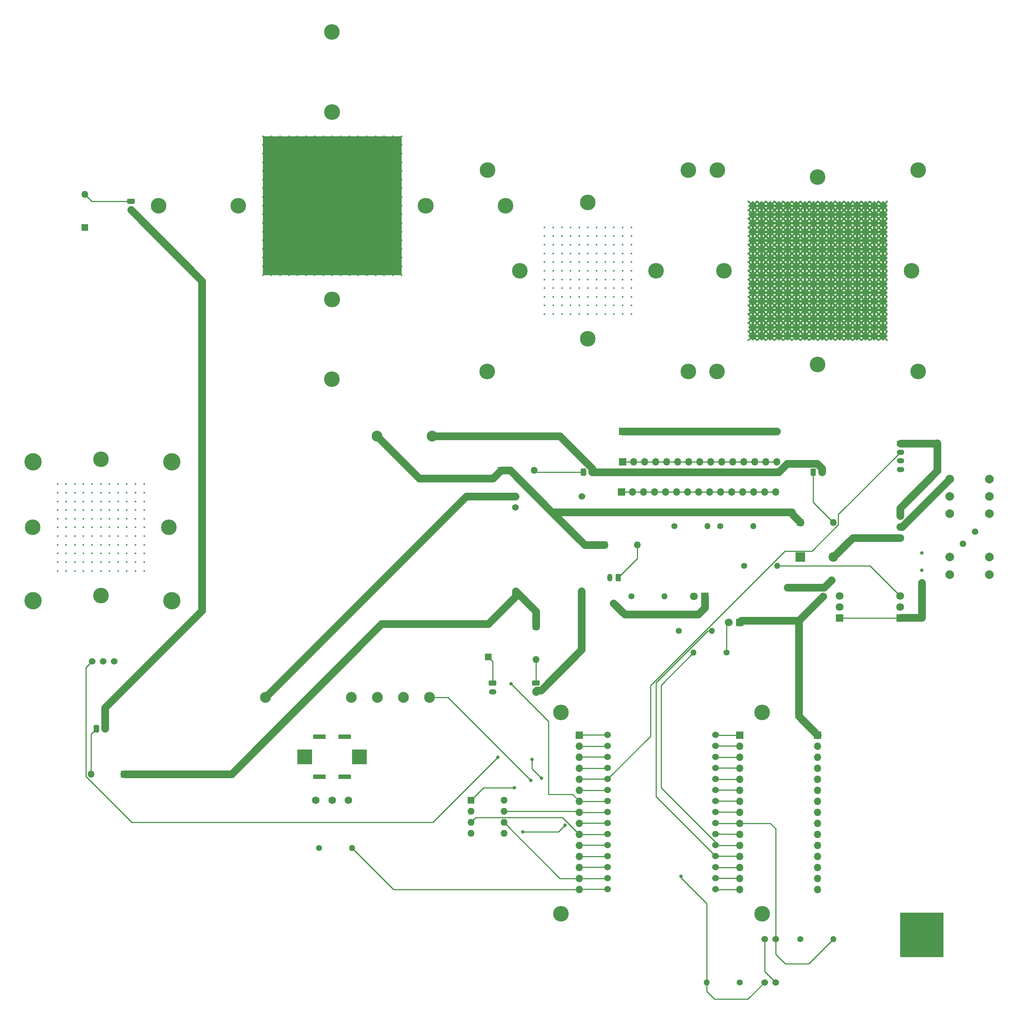
<source format=gbr>
%TF.GenerationSoftware,KiCad,Pcbnew,5.1.6-c6e7f7d~87~ubuntu19.10.1*%
%TF.CreationDate,2020-10-16T11:06:17+02:00*%
%TF.ProjectId,ariadne,61726961-646e-4652-9e6b-696361645f70,rev?*%
%TF.SameCoordinates,Original*%
%TF.FileFunction,Copper,L1,Top*%
%TF.FilePolarity,Positive*%
%FSLAX46Y46*%
G04 Gerber Fmt 4.6, Leading zero omitted, Abs format (unit mm)*
G04 Created by KiCad (PCBNEW 5.1.6-c6e7f7d~87~ubuntu19.10.1) date 2020-10-16 11:06:17*
%MOMM*%
%LPD*%
G01*
G04 APERTURE LIST*
%TA.AperFunction,ComponentPad*%
%ADD10C,3.600000*%
%TD*%
%TA.AperFunction,ComponentPad*%
%ADD11O,1.200000X1.750000*%
%TD*%
%TA.AperFunction,ComponentPad*%
%ADD12C,0.400000*%
%TD*%
%TA.AperFunction,ComponentPad*%
%ADD13O,1.750000X1.200000*%
%TD*%
%TA.AperFunction,ComponentPad*%
%ADD14C,4.000000*%
%TD*%
%TA.AperFunction,ComponentPad*%
%ADD15C,1.524000*%
%TD*%
%TA.AperFunction,ComponentPad*%
%ADD16R,1.800000X1.800000*%
%TD*%
%TA.AperFunction,ComponentPad*%
%ADD17C,1.800000*%
%TD*%
%TA.AperFunction,ComponentPad*%
%ADD18R,2.200000X2.200000*%
%TD*%
%TA.AperFunction,ComponentPad*%
%ADD19O,2.200000X2.200000*%
%TD*%
%TA.AperFunction,ComponentPad*%
%ADD20C,1.400000*%
%TD*%
%TA.AperFunction,ComponentPad*%
%ADD21O,1.400000X1.400000*%
%TD*%
%TA.AperFunction,ComponentPad*%
%ADD22R,1.600000X1.600000*%
%TD*%
%TA.AperFunction,ComponentPad*%
%ADD23O,1.600000X1.600000*%
%TD*%
%TA.AperFunction,ComponentPad*%
%ADD24C,2.000000*%
%TD*%
%TA.AperFunction,ComponentPad*%
%ADD25C,2.500000*%
%TD*%
%TA.AperFunction,ComponentPad*%
%ADD26R,1.700000X1.700000*%
%TD*%
%TA.AperFunction,ComponentPad*%
%ADD27O,1.700000X1.700000*%
%TD*%
%TA.AperFunction,ComponentPad*%
%ADD28C,1.750000*%
%TD*%
%TA.AperFunction,ComponentPad*%
%ADD29R,3.500000X3.500000*%
%TD*%
%TA.AperFunction,ComponentPad*%
%ADD30R,3.000000X1.000000*%
%TD*%
%TA.AperFunction,ViaPad*%
%ADD31C,1.500000*%
%TD*%
%TA.AperFunction,ViaPad*%
%ADD32C,0.800000*%
%TD*%
%TA.AperFunction,Conductor*%
%ADD33C,0.250000*%
%TD*%
%TA.AperFunction,Conductor*%
%ADD34C,1.750000*%
%TD*%
%TA.AperFunction,Conductor*%
%ADD35C,0.254000*%
%TD*%
%TA.AperFunction,NonConductor*%
%ADD36C,0.254000*%
%TD*%
G04 APERTURE END LIST*
D10*
%TO.P,U23,0*%
%TO.N,Net-(U23-Pad0)*%
X208193102Y-230193102D03*
X208200173Y-183813969D03*
X161806898Y-183806898D03*
X161813969Y-230200173D03*
%TD*%
%TO.P,U6,1*%
%TO.N,Net-(SW1-Pad2)*%
%TA.AperFunction,ComponentPad*%
G36*
G01*
X219380000Y-129025001D02*
X219380000Y-127774999D01*
G75*
G02*
X219629999Y-127525000I249999J0D01*
G01*
X220330001Y-127525000D01*
G75*
G02*
X220580000Y-127774999I0J-249999D01*
G01*
X220580000Y-129025001D01*
G75*
G02*
X220330001Y-129275000I-249999J0D01*
G01*
X219629999Y-129275000D01*
G75*
G02*
X219380000Y-129025001I0J249999D01*
G01*
G37*
%TD.AperFunction*%
D11*
%TO.P,U6,2*%
%TO.N,45B_OUT-*%
X221980000Y-128400000D03*
D10*
%TO.P,U6,0*%
%TO.N,Net-(U6-Pad0)*%
X221000000Y-103600000D03*
X221000000Y-60400000D03*
X242600000Y-82000000D03*
X199400000Y-82000000D03*
D12*
X237000000Y-68000000D03*
X237000000Y-96000000D03*
X237000000Y-92000000D03*
X237000000Y-70000000D03*
X237000000Y-80000000D03*
X237000000Y-78000000D03*
X237000000Y-90000000D03*
X237000000Y-98000000D03*
X237000000Y-66000000D03*
X237000000Y-86000000D03*
X237000000Y-82000000D03*
X237000000Y-76000000D03*
X237000000Y-84000000D03*
X237000000Y-74000000D03*
X237000000Y-72000000D03*
X237000000Y-88000000D03*
X237000000Y-94000000D03*
X227000000Y-80000000D03*
X233000000Y-76000000D03*
X231000000Y-84000000D03*
X229000000Y-88000000D03*
X225000000Y-68000000D03*
X223000000Y-98000000D03*
X221000000Y-74000000D03*
X227000000Y-74000000D03*
X227000000Y-88000000D03*
X235000000Y-76000000D03*
X231000000Y-74000000D03*
X229000000Y-96000000D03*
X221000000Y-66000000D03*
X233000000Y-74000000D03*
X231000000Y-76000000D03*
X223000000Y-88000000D03*
X227000000Y-76000000D03*
X231000000Y-90000000D03*
X233000000Y-84000000D03*
X235000000Y-96000000D03*
X235000000Y-92000000D03*
X221000000Y-76000000D03*
X231000000Y-88000000D03*
X233000000Y-82000000D03*
X235000000Y-88000000D03*
X229000000Y-76000000D03*
X223000000Y-96000000D03*
X229000000Y-90000000D03*
X233000000Y-72000000D03*
X225000000Y-72000000D03*
X233000000Y-70000000D03*
X229000000Y-94000000D03*
X227000000Y-68000000D03*
X221000000Y-90000000D03*
X233000000Y-94000000D03*
X235000000Y-66000000D03*
X229000000Y-82000000D03*
X231000000Y-98000000D03*
X233000000Y-98000000D03*
X221000000Y-82000000D03*
X221000000Y-80000000D03*
X221000000Y-98000000D03*
X227000000Y-72000000D03*
X227000000Y-70000000D03*
X225000000Y-98000000D03*
X225000000Y-96000000D03*
X223000000Y-76000000D03*
X235000000Y-74000000D03*
X223000000Y-78000000D03*
X235000000Y-82000000D03*
X233000000Y-92000000D03*
X231000000Y-70000000D03*
X223000000Y-68000000D03*
X227000000Y-66000000D03*
X231000000Y-82000000D03*
X227000000Y-84000000D03*
X229000000Y-68000000D03*
X233000000Y-96000000D03*
X221000000Y-94000000D03*
X235000000Y-70000000D03*
X231000000Y-68000000D03*
X235000000Y-86000000D03*
X223000000Y-74000000D03*
X221000000Y-92000000D03*
X223000000Y-90000000D03*
X229000000Y-98000000D03*
X227000000Y-98000000D03*
X225000000Y-80000000D03*
X231000000Y-96000000D03*
X221000000Y-96000000D03*
X231000000Y-78000000D03*
X225000000Y-70000000D03*
X233000000Y-90000000D03*
X221000000Y-72000000D03*
X223000000Y-94000000D03*
X233000000Y-80000000D03*
X235000000Y-72000000D03*
X221000000Y-86000000D03*
X223000000Y-92000000D03*
X227000000Y-96000000D03*
X225000000Y-94000000D03*
X223000000Y-66000000D03*
X235000000Y-98000000D03*
X221000000Y-78000000D03*
X223000000Y-72000000D03*
X231000000Y-94000000D03*
X229000000Y-78000000D03*
X227000000Y-90000000D03*
X225000000Y-76000000D03*
X223000000Y-82000000D03*
X225000000Y-92000000D03*
X227000000Y-92000000D03*
X231000000Y-72000000D03*
X223000000Y-86000000D03*
X231000000Y-92000000D03*
X227000000Y-82000000D03*
X231000000Y-66000000D03*
X225000000Y-74000000D03*
X223000000Y-70000000D03*
X225000000Y-86000000D03*
X225000000Y-78000000D03*
X225000000Y-90000000D03*
X225000000Y-88000000D03*
X235000000Y-84000000D03*
X235000000Y-78000000D03*
X233000000Y-68000000D03*
X229000000Y-66000000D03*
X225000000Y-84000000D03*
X229000000Y-86000000D03*
X229000000Y-80000000D03*
X235000000Y-68000000D03*
X233000000Y-86000000D03*
X235000000Y-80000000D03*
X231000000Y-86000000D03*
X229000000Y-92000000D03*
X231000000Y-80000000D03*
X227000000Y-94000000D03*
X223000000Y-80000000D03*
X229000000Y-74000000D03*
X227000000Y-78000000D03*
X225000000Y-82000000D03*
X233000000Y-78000000D03*
X235000000Y-94000000D03*
X225000000Y-66000000D03*
X221000000Y-70000000D03*
X227000000Y-86000000D03*
X235000000Y-90000000D03*
X221000000Y-68000000D03*
X229000000Y-70000000D03*
X233000000Y-88000000D03*
X223000000Y-84000000D03*
X221000000Y-88000000D03*
X229000000Y-84000000D03*
X233000000Y-66000000D03*
X229000000Y-72000000D03*
X221000000Y-84000000D03*
X219000000Y-80000000D03*
X217000000Y-68000000D03*
X215000000Y-98000000D03*
X213000000Y-74000000D03*
X219000000Y-74000000D03*
X219000000Y-88000000D03*
X213000000Y-66000000D03*
X215000000Y-88000000D03*
X219000000Y-76000000D03*
X213000000Y-76000000D03*
X215000000Y-96000000D03*
X217000000Y-72000000D03*
X219000000Y-68000000D03*
X213000000Y-90000000D03*
X213000000Y-82000000D03*
X213000000Y-80000000D03*
X213000000Y-98000000D03*
X219000000Y-72000000D03*
X219000000Y-70000000D03*
X217000000Y-98000000D03*
X217000000Y-96000000D03*
X215000000Y-76000000D03*
X215000000Y-78000000D03*
X215000000Y-68000000D03*
X219000000Y-66000000D03*
X219000000Y-84000000D03*
X213000000Y-94000000D03*
X215000000Y-74000000D03*
X213000000Y-92000000D03*
X215000000Y-90000000D03*
X219000000Y-98000000D03*
X217000000Y-80000000D03*
X213000000Y-96000000D03*
X217000000Y-70000000D03*
X213000000Y-72000000D03*
X215000000Y-94000000D03*
X213000000Y-86000000D03*
X215000000Y-92000000D03*
X219000000Y-96000000D03*
X217000000Y-94000000D03*
X215000000Y-66000000D03*
X213000000Y-78000000D03*
X215000000Y-72000000D03*
X219000000Y-90000000D03*
X217000000Y-76000000D03*
X215000000Y-82000000D03*
X217000000Y-92000000D03*
X219000000Y-92000000D03*
X215000000Y-86000000D03*
X219000000Y-82000000D03*
X217000000Y-74000000D03*
X215000000Y-70000000D03*
X217000000Y-86000000D03*
X217000000Y-78000000D03*
X217000000Y-90000000D03*
X217000000Y-88000000D03*
X217000000Y-84000000D03*
X219000000Y-94000000D03*
X215000000Y-80000000D03*
X219000000Y-78000000D03*
X217000000Y-82000000D03*
X217000000Y-66000000D03*
X213000000Y-70000000D03*
X219000000Y-86000000D03*
X213000000Y-68000000D03*
X215000000Y-84000000D03*
X213000000Y-88000000D03*
X213000000Y-84000000D03*
X211000000Y-98000000D03*
X209000000Y-74000000D03*
X209000000Y-66000000D03*
X211000000Y-88000000D03*
X209000000Y-76000000D03*
X211000000Y-96000000D03*
X209000000Y-90000000D03*
X209000000Y-82000000D03*
X209000000Y-80000000D03*
X209000000Y-98000000D03*
X211000000Y-76000000D03*
X211000000Y-78000000D03*
X211000000Y-68000000D03*
X209000000Y-94000000D03*
X211000000Y-74000000D03*
X209000000Y-92000000D03*
X211000000Y-90000000D03*
X209000000Y-96000000D03*
X209000000Y-72000000D03*
X211000000Y-94000000D03*
X209000000Y-86000000D03*
X211000000Y-92000000D03*
X211000000Y-66000000D03*
X209000000Y-78000000D03*
X211000000Y-72000000D03*
X211000000Y-82000000D03*
X211000000Y-86000000D03*
X211000000Y-70000000D03*
X211000000Y-80000000D03*
X209000000Y-70000000D03*
X209000000Y-68000000D03*
X211000000Y-84000000D03*
X209000000Y-88000000D03*
X209000000Y-84000000D03*
X207000000Y-74000000D03*
X207000000Y-76000000D03*
X207000000Y-90000000D03*
X207000000Y-82000000D03*
X207000000Y-80000000D03*
X207000000Y-98000000D03*
X207000000Y-94000000D03*
X207000000Y-92000000D03*
X207000000Y-96000000D03*
X207000000Y-72000000D03*
X207000000Y-86000000D03*
X207000000Y-78000000D03*
X207000000Y-70000000D03*
X207000000Y-68000000D03*
X207000000Y-88000000D03*
X207000000Y-84000000D03*
X207000000Y-66000000D03*
X205000000Y-66000000D03*
X205000000Y-74000000D03*
X205000000Y-82000000D03*
X205000000Y-76000000D03*
X205000000Y-72000000D03*
X205000000Y-68000000D03*
X205000000Y-78000000D03*
X205000000Y-80000000D03*
X205000000Y-70000000D03*
X205000000Y-90000000D03*
X205000000Y-84000000D03*
X205000000Y-86000000D03*
X205000000Y-88000000D03*
X205000000Y-94000000D03*
X205000000Y-92000000D03*
X205000000Y-96000000D03*
X205000000Y-98000000D03*
%TD*%
%TO.P,U12,1*%
%TO.N,Net-(SW4-Pad2)*%
%TA.AperFunction,ComponentPad*%
G36*
G01*
X166380000Y-129025001D02*
X166380000Y-127774999D01*
G75*
G02*
X166629999Y-127525000I249999J0D01*
G01*
X167330001Y-127525000D01*
G75*
G02*
X167580000Y-127774999I0J-249999D01*
G01*
X167580000Y-129025001D01*
G75*
G02*
X167330001Y-129275000I-249999J0D01*
G01*
X166629999Y-129275000D01*
G75*
G02*
X166380000Y-129025001I0J249999D01*
G01*
G37*
%TD.AperFunction*%
D11*
%TO.P,U12,2*%
%TO.N,45B_OUT-*%
X168980000Y-128400000D03*
D10*
%TO.P,U12,0*%
%TO.N,Net-(U12-Pad0)*%
X168000000Y-97700000D03*
X168000000Y-66300000D03*
X183700000Y-82000000D03*
X152300000Y-82000000D03*
D12*
X174000000Y-80000000D03*
X178000000Y-84000000D03*
X176000000Y-88000000D03*
X168000000Y-74000000D03*
X174000000Y-74000000D03*
X174000000Y-88000000D03*
X178000000Y-74000000D03*
X178000000Y-76000000D03*
X170000000Y-88000000D03*
X174000000Y-76000000D03*
X178000000Y-90000000D03*
X168000000Y-76000000D03*
X178000000Y-88000000D03*
X176000000Y-76000000D03*
X176000000Y-90000000D03*
X172000000Y-72000000D03*
X168000000Y-90000000D03*
X176000000Y-82000000D03*
X168000000Y-82000000D03*
X168000000Y-80000000D03*
X174000000Y-72000000D03*
X170000000Y-76000000D03*
X170000000Y-78000000D03*
X178000000Y-82000000D03*
X174000000Y-84000000D03*
X170000000Y-74000000D03*
X168000000Y-92000000D03*
X170000000Y-90000000D03*
X172000000Y-80000000D03*
X178000000Y-78000000D03*
X168000000Y-72000000D03*
X168000000Y-86000000D03*
X170000000Y-92000000D03*
X168000000Y-78000000D03*
X170000000Y-72000000D03*
X176000000Y-78000000D03*
X174000000Y-90000000D03*
X172000000Y-76000000D03*
X170000000Y-82000000D03*
X172000000Y-92000000D03*
X174000000Y-92000000D03*
X178000000Y-72000000D03*
X170000000Y-86000000D03*
X178000000Y-92000000D03*
X174000000Y-82000000D03*
X172000000Y-74000000D03*
X172000000Y-86000000D03*
X172000000Y-78000000D03*
X172000000Y-90000000D03*
X172000000Y-88000000D03*
X172000000Y-84000000D03*
X176000000Y-86000000D03*
X176000000Y-80000000D03*
X178000000Y-86000000D03*
X176000000Y-92000000D03*
X178000000Y-80000000D03*
X170000000Y-80000000D03*
X176000000Y-74000000D03*
X174000000Y-78000000D03*
X172000000Y-82000000D03*
X174000000Y-86000000D03*
X170000000Y-84000000D03*
X168000000Y-88000000D03*
X176000000Y-84000000D03*
X176000000Y-72000000D03*
X168000000Y-84000000D03*
X166000000Y-80000000D03*
X160000000Y-74000000D03*
X166000000Y-74000000D03*
X166000000Y-88000000D03*
X162000000Y-88000000D03*
X166000000Y-76000000D03*
X160000000Y-76000000D03*
X164000000Y-72000000D03*
X160000000Y-90000000D03*
X160000000Y-82000000D03*
X160000000Y-80000000D03*
X166000000Y-72000000D03*
X162000000Y-76000000D03*
X162000000Y-78000000D03*
X166000000Y-84000000D03*
X162000000Y-74000000D03*
X160000000Y-92000000D03*
X162000000Y-90000000D03*
X164000000Y-80000000D03*
X160000000Y-72000000D03*
X160000000Y-86000000D03*
X162000000Y-92000000D03*
X160000000Y-78000000D03*
X162000000Y-72000000D03*
X166000000Y-90000000D03*
X164000000Y-76000000D03*
X162000000Y-82000000D03*
X164000000Y-92000000D03*
X166000000Y-92000000D03*
X162000000Y-86000000D03*
X166000000Y-82000000D03*
X164000000Y-74000000D03*
X164000000Y-86000000D03*
X164000000Y-78000000D03*
X164000000Y-90000000D03*
X164000000Y-88000000D03*
X164000000Y-84000000D03*
X162000000Y-80000000D03*
X166000000Y-78000000D03*
X164000000Y-82000000D03*
X166000000Y-86000000D03*
X162000000Y-84000000D03*
X160000000Y-88000000D03*
X160000000Y-84000000D03*
X158000000Y-88000000D03*
X158000000Y-76000000D03*
X158000000Y-78000000D03*
X158000000Y-74000000D03*
X158000000Y-90000000D03*
X158000000Y-92000000D03*
X158000000Y-72000000D03*
X158000000Y-82000000D03*
X158000000Y-86000000D03*
X158000000Y-80000000D03*
X158000000Y-84000000D03*
%TD*%
%TO.P,U15,1*%
%TO.N,Net-(SW7-Pad2)*%
%TA.AperFunction,ComponentPad*%
G36*
G01*
X54040001Y-188165000D02*
X54040001Y-186914998D01*
G75*
G02*
X54290000Y-186664999I249999J0D01*
G01*
X54990002Y-186664999D01*
G75*
G02*
X55240001Y-186914998I0J-249999D01*
G01*
X55240001Y-188165000D01*
G75*
G02*
X54990002Y-188414999I-249999J0D01*
G01*
X54290000Y-188414999D01*
G75*
G02*
X54040001Y-188165000I0J249999D01*
G01*
G37*
%TD.AperFunction*%
D11*
%TO.P,U15,2*%
%TO.N,LDD_1200_OUT-*%
X56640001Y-187539999D03*
D10*
%TO.P,U15,0*%
%TO.N,Net-(U15-Pad0)*%
X55660001Y-156839999D03*
X55660001Y-125439999D03*
X71360001Y-141139999D03*
X39960001Y-141139999D03*
D12*
X61660001Y-139139999D03*
X65660001Y-143139999D03*
X63660001Y-147139999D03*
X55660001Y-133139999D03*
X61660001Y-133139999D03*
X61660001Y-147139999D03*
X65660001Y-133139999D03*
X65660001Y-135139999D03*
X57660001Y-147139999D03*
X61660001Y-135139999D03*
X65660001Y-149139999D03*
X55660001Y-135139999D03*
X65660001Y-147139999D03*
X63660001Y-135139999D03*
X63660001Y-149139999D03*
X59660001Y-131139999D03*
X55660001Y-149139999D03*
X63660001Y-141139999D03*
X55660001Y-141139999D03*
X55660001Y-139139999D03*
X61660001Y-131139999D03*
X57660001Y-135139999D03*
X57660001Y-137139999D03*
X65660001Y-141139999D03*
X61660001Y-143139999D03*
X57660001Y-133139999D03*
X55660001Y-151139999D03*
X57660001Y-149139999D03*
X59660001Y-139139999D03*
X65660001Y-137139999D03*
X55660001Y-131139999D03*
X55660001Y-145139999D03*
X57660001Y-151139999D03*
X55660001Y-137139999D03*
X57660001Y-131139999D03*
X63660001Y-137139999D03*
X61660001Y-149139999D03*
X59660001Y-135139999D03*
X57660001Y-141139999D03*
X59660001Y-151139999D03*
X61660001Y-151139999D03*
X65660001Y-131139999D03*
X57660001Y-145139999D03*
X65660001Y-151139999D03*
X61660001Y-141139999D03*
X59660001Y-133139999D03*
X59660001Y-145139999D03*
X59660001Y-137139999D03*
X59660001Y-149139999D03*
X59660001Y-147139999D03*
X59660001Y-143139999D03*
X63660001Y-145139999D03*
X63660001Y-139139999D03*
X65660001Y-145139999D03*
X63660001Y-151139999D03*
X65660001Y-139139999D03*
X57660001Y-139139999D03*
X63660001Y-133139999D03*
X61660001Y-137139999D03*
X59660001Y-141139999D03*
X61660001Y-145139999D03*
X57660001Y-143139999D03*
X55660001Y-147139999D03*
X63660001Y-143139999D03*
X63660001Y-131139999D03*
X55660001Y-143139999D03*
X53660001Y-139139999D03*
X47660001Y-133139999D03*
X53660001Y-133139999D03*
X53660001Y-147139999D03*
X49660001Y-147139999D03*
X53660001Y-135139999D03*
X47660001Y-135139999D03*
X51660001Y-131139999D03*
X47660001Y-149139999D03*
X47660001Y-141139999D03*
X47660001Y-139139999D03*
X53660001Y-131139999D03*
X49660001Y-135139999D03*
X49660001Y-137139999D03*
X53660001Y-143139999D03*
X49660001Y-133139999D03*
X47660001Y-151139999D03*
X49660001Y-149139999D03*
X51660001Y-139139999D03*
X47660001Y-131139999D03*
X47660001Y-145139999D03*
X49660001Y-151139999D03*
X47660001Y-137139999D03*
X49660001Y-131139999D03*
X53660001Y-149139999D03*
X51660001Y-135139999D03*
X49660001Y-141139999D03*
X51660001Y-151139999D03*
X53660001Y-151139999D03*
X49660001Y-145139999D03*
X53660001Y-141139999D03*
X51660001Y-133139999D03*
X51660001Y-145139999D03*
X51660001Y-137139999D03*
X51660001Y-149139999D03*
X51660001Y-147139999D03*
X51660001Y-143139999D03*
X49660001Y-139139999D03*
X53660001Y-137139999D03*
X51660001Y-141139999D03*
X53660001Y-145139999D03*
X49660001Y-143139999D03*
X47660001Y-147139999D03*
X47660001Y-143139999D03*
X45660001Y-147139999D03*
X45660001Y-135139999D03*
X45660001Y-137139999D03*
X45660001Y-133139999D03*
X45660001Y-149139999D03*
X45660001Y-151139999D03*
X45660001Y-131139999D03*
X45660001Y-141139999D03*
X45660001Y-145139999D03*
X45660001Y-139139999D03*
X45660001Y-143139999D03*
%TD*%
%TO.P,U13,1*%
%TO.N,Net-(SW5-Pad2)*%
%TA.AperFunction,ComponentPad*%
G36*
G01*
X61974999Y-65380000D02*
X63225001Y-65380000D01*
G75*
G02*
X63475000Y-65629999I0J-249999D01*
G01*
X63475000Y-66330001D01*
G75*
G02*
X63225001Y-66580000I-249999J0D01*
G01*
X61974999Y-66580000D01*
G75*
G02*
X61725000Y-66330001I0J249999D01*
G01*
X61725000Y-65629999D01*
G75*
G02*
X61974999Y-65380000I249999J0D01*
G01*
G37*
%TD.AperFunction*%
D13*
%TO.P,U13,2*%
%TO.N,LDD_1200_OUT-*%
X62600000Y-67980000D03*
D10*
%TO.P,U13,0*%
%TO.N,Net-(U13-Pad0)*%
X87400000Y-67000000D03*
X130600000Y-67000000D03*
X109000000Y-88600000D03*
X109000000Y-45400000D03*
D12*
X123000000Y-83000000D03*
X95000000Y-83000000D03*
X99000000Y-83000000D03*
X121000000Y-83000000D03*
X111000000Y-83000000D03*
X113000000Y-83000000D03*
X101000000Y-83000000D03*
X93000000Y-83000000D03*
X125000000Y-83000000D03*
X105000000Y-83000000D03*
X109000000Y-83000000D03*
X115000000Y-83000000D03*
X107000000Y-83000000D03*
X117000000Y-83000000D03*
X119000000Y-83000000D03*
X103000000Y-83000000D03*
X97000000Y-83000000D03*
X111000000Y-73000000D03*
X115000000Y-79000000D03*
X107000000Y-77000000D03*
X103000000Y-75000000D03*
X123000000Y-71000000D03*
X93000000Y-69000000D03*
X117000000Y-67000000D03*
X117000000Y-73000000D03*
X103000000Y-73000000D03*
X115000000Y-81000000D03*
X117000000Y-77000000D03*
X95000000Y-75000000D03*
X125000000Y-67000000D03*
X117000000Y-79000000D03*
X115000000Y-77000000D03*
X103000000Y-69000000D03*
X115000000Y-73000000D03*
X101000000Y-77000000D03*
X107000000Y-79000000D03*
X95000000Y-81000000D03*
X99000000Y-81000000D03*
X115000000Y-67000000D03*
X103000000Y-77000000D03*
X109000000Y-79000000D03*
X103000000Y-81000000D03*
X115000000Y-75000000D03*
X95000000Y-69000000D03*
X101000000Y-75000000D03*
X119000000Y-79000000D03*
X119000000Y-71000000D03*
X121000000Y-79000000D03*
X97000000Y-75000000D03*
X123000000Y-73000000D03*
X101000000Y-67000000D03*
X97000000Y-79000000D03*
X125000000Y-81000000D03*
X109000000Y-75000000D03*
X93000000Y-77000000D03*
X93000000Y-79000000D03*
X109000000Y-67000000D03*
X111000000Y-67000000D03*
X93000000Y-67000000D03*
X119000000Y-73000000D03*
X121000000Y-73000000D03*
X93000000Y-71000000D03*
X95000000Y-71000000D03*
X115000000Y-69000000D03*
X117000000Y-81000000D03*
X113000000Y-69000000D03*
X109000000Y-81000000D03*
X99000000Y-79000000D03*
X121000000Y-77000000D03*
X123000000Y-69000000D03*
X125000000Y-73000000D03*
X109000000Y-77000000D03*
X107000000Y-73000000D03*
X123000000Y-75000000D03*
X95000000Y-79000000D03*
X97000000Y-67000000D03*
X121000000Y-81000000D03*
X123000000Y-77000000D03*
X105000000Y-81000000D03*
X117000000Y-69000000D03*
X99000000Y-67000000D03*
X101000000Y-69000000D03*
X93000000Y-75000000D03*
X93000000Y-73000000D03*
X111000000Y-71000000D03*
X95000000Y-77000000D03*
X95000000Y-67000000D03*
X113000000Y-77000000D03*
X121000000Y-71000000D03*
X101000000Y-79000000D03*
X119000000Y-67000000D03*
X97000000Y-69000000D03*
X111000000Y-79000000D03*
X119000000Y-81000000D03*
X105000000Y-67000000D03*
X99000000Y-69000000D03*
X95000000Y-73000000D03*
X97000000Y-71000000D03*
X125000000Y-69000000D03*
X93000000Y-81000000D03*
X113000000Y-67000000D03*
X119000000Y-69000000D03*
X97000000Y-77000000D03*
X113000000Y-75000000D03*
X101000000Y-73000000D03*
X115000000Y-71000000D03*
X109000000Y-69000000D03*
X99000000Y-71000000D03*
X99000000Y-73000000D03*
X119000000Y-77000000D03*
X105000000Y-69000000D03*
X99000000Y-77000000D03*
X109000000Y-73000000D03*
X125000000Y-77000000D03*
X117000000Y-71000000D03*
X121000000Y-69000000D03*
X105000000Y-71000000D03*
X113000000Y-71000000D03*
X101000000Y-71000000D03*
X103000000Y-71000000D03*
X107000000Y-81000000D03*
X113000000Y-81000000D03*
X123000000Y-79000000D03*
X125000000Y-75000000D03*
X107000000Y-71000000D03*
X105000000Y-75000000D03*
X111000000Y-75000000D03*
X123000000Y-81000000D03*
X105000000Y-79000000D03*
X111000000Y-81000000D03*
X105000000Y-77000000D03*
X99000000Y-75000000D03*
X111000000Y-77000000D03*
X97000000Y-73000000D03*
X111000000Y-69000000D03*
X117000000Y-75000000D03*
X113000000Y-73000000D03*
X109000000Y-71000000D03*
X113000000Y-79000000D03*
X97000000Y-81000000D03*
X125000000Y-71000000D03*
X121000000Y-67000000D03*
X105000000Y-73000000D03*
X101000000Y-81000000D03*
X123000000Y-67000000D03*
X121000000Y-75000000D03*
X103000000Y-79000000D03*
X107000000Y-69000000D03*
X103000000Y-67000000D03*
X107000000Y-75000000D03*
X125000000Y-79000000D03*
X119000000Y-75000000D03*
X107000000Y-67000000D03*
X111000000Y-65000000D03*
X123000000Y-63000000D03*
X93000000Y-61000000D03*
X117000000Y-59000000D03*
X117000000Y-65000000D03*
X103000000Y-65000000D03*
X125000000Y-59000000D03*
X103000000Y-61000000D03*
X115000000Y-65000000D03*
X115000000Y-59000000D03*
X95000000Y-61000000D03*
X119000000Y-63000000D03*
X123000000Y-65000000D03*
X101000000Y-59000000D03*
X109000000Y-59000000D03*
X111000000Y-59000000D03*
X93000000Y-59000000D03*
X119000000Y-65000000D03*
X121000000Y-65000000D03*
X93000000Y-63000000D03*
X95000000Y-63000000D03*
X115000000Y-61000000D03*
X113000000Y-61000000D03*
X123000000Y-61000000D03*
X125000000Y-65000000D03*
X107000000Y-65000000D03*
X97000000Y-59000000D03*
X117000000Y-61000000D03*
X99000000Y-59000000D03*
X101000000Y-61000000D03*
X93000000Y-65000000D03*
X111000000Y-63000000D03*
X95000000Y-59000000D03*
X121000000Y-63000000D03*
X119000000Y-59000000D03*
X97000000Y-61000000D03*
X105000000Y-59000000D03*
X99000000Y-61000000D03*
X95000000Y-65000000D03*
X97000000Y-63000000D03*
X125000000Y-61000000D03*
X113000000Y-59000000D03*
X119000000Y-61000000D03*
X101000000Y-65000000D03*
X115000000Y-63000000D03*
X109000000Y-61000000D03*
X99000000Y-63000000D03*
X99000000Y-65000000D03*
X105000000Y-61000000D03*
X109000000Y-65000000D03*
X117000000Y-63000000D03*
X121000000Y-61000000D03*
X105000000Y-63000000D03*
X113000000Y-63000000D03*
X101000000Y-63000000D03*
X103000000Y-63000000D03*
X107000000Y-63000000D03*
X97000000Y-65000000D03*
X111000000Y-61000000D03*
X113000000Y-65000000D03*
X109000000Y-63000000D03*
X125000000Y-63000000D03*
X121000000Y-59000000D03*
X105000000Y-65000000D03*
X123000000Y-59000000D03*
X107000000Y-61000000D03*
X103000000Y-59000000D03*
X107000000Y-59000000D03*
X93000000Y-57000000D03*
X117000000Y-55000000D03*
X125000000Y-55000000D03*
X103000000Y-57000000D03*
X115000000Y-55000000D03*
X95000000Y-57000000D03*
X101000000Y-55000000D03*
X109000000Y-55000000D03*
X111000000Y-55000000D03*
X93000000Y-55000000D03*
X115000000Y-57000000D03*
X113000000Y-57000000D03*
X123000000Y-57000000D03*
X97000000Y-55000000D03*
X117000000Y-57000000D03*
X99000000Y-55000000D03*
X101000000Y-57000000D03*
X95000000Y-55000000D03*
X119000000Y-55000000D03*
X97000000Y-57000000D03*
X105000000Y-55000000D03*
X99000000Y-57000000D03*
X125000000Y-57000000D03*
X113000000Y-55000000D03*
X119000000Y-57000000D03*
X109000000Y-57000000D03*
X105000000Y-57000000D03*
X121000000Y-57000000D03*
X111000000Y-57000000D03*
X121000000Y-55000000D03*
X123000000Y-55000000D03*
X107000000Y-57000000D03*
X103000000Y-55000000D03*
X107000000Y-55000000D03*
X117000000Y-53000000D03*
X115000000Y-53000000D03*
X101000000Y-53000000D03*
X109000000Y-53000000D03*
X111000000Y-53000000D03*
X93000000Y-53000000D03*
X97000000Y-53000000D03*
X99000000Y-53000000D03*
X95000000Y-53000000D03*
X119000000Y-53000000D03*
X105000000Y-53000000D03*
X113000000Y-53000000D03*
X121000000Y-53000000D03*
X123000000Y-53000000D03*
X103000000Y-53000000D03*
X107000000Y-53000000D03*
X125000000Y-53000000D03*
X125000000Y-51000000D03*
X117000000Y-51000000D03*
X109000000Y-51000000D03*
X115000000Y-51000000D03*
X119000000Y-51000000D03*
X123000000Y-51000000D03*
X113000000Y-51000000D03*
X111000000Y-51000000D03*
X121000000Y-51000000D03*
X101000000Y-51000000D03*
X107000000Y-51000000D03*
X105000000Y-51000000D03*
X103000000Y-51000000D03*
X97000000Y-51000000D03*
X99000000Y-51000000D03*
X95000000Y-51000000D03*
X93000000Y-51000000D03*
%TD*%
D14*
%TO.P,U18,0*%
%TO.N,Net-(U18-Pad0)*%
X40000000Y-126000000D03*
X40000000Y-158000000D03*
X72000000Y-158000000D03*
X72000000Y-126000000D03*
D15*
%TO.P,U18,3*%
%TO.N,+12V*%
X58730000Y-172048000D03*
%TO.P,U18,2*%
%TO.N,POWER-IN-*%
X56190000Y-172048000D03*
%TO.P,U18,1*%
%TO.N,FAN-PWM*%
X53650000Y-172048000D03*
%TD*%
D10*
%TO.P,U22,0*%
%TO.N,Net-(U22-Pad0)*%
X108990000Y-107000000D03*
X68990000Y-67000000D03*
X108990000Y-27000000D03*
X148990000Y-67000000D03*
X108990000Y-45410000D03*
X130580000Y-67000000D03*
X108990000Y-88590000D03*
X87400000Y-67000000D03*
%TD*%
%TO.P,U19,0*%
%TO.N,Net-(U19-Pad0)*%
X191186031Y-58799827D03*
X191193102Y-105193102D03*
X144799827Y-105186031D03*
X144806898Y-58806898D03*
%TD*%
%TO.P,U27,0*%
%TO.N,Net-(U27-Pad0)*%
X197806898Y-58806898D03*
X197799827Y-105186031D03*
X244193102Y-105193102D03*
X244186031Y-58799827D03*
%TD*%
D16*
%TO.P,D1,1*%
%TO.N,POWER-IN-*%
X203000000Y-163000000D03*
D17*
%TO.P,D1,2*%
%TO.N,Net-(D1-Pad2)*%
X200460000Y-163000000D03*
%TD*%
D18*
%TO.P,D2,1*%
%TO.N,+12V*%
X217000000Y-148000000D03*
D19*
%TO.P,D2,2*%
%TO.N,Net-(D2-Pad2)*%
X224620000Y-148000000D03*
%TD*%
D17*
%TO.P,D3,2*%
%TO.N,Net-(D3-Pad2)*%
X192460000Y-157000000D03*
D16*
%TO.P,D3,1*%
%TO.N,POWER-IN-*%
X195000000Y-157000000D03*
%TD*%
D20*
%TO.P,R1,1*%
%TO.N,Net-(D2-Pad2)*%
X214000000Y-155000000D03*
D21*
%TO.P,R1,2*%
%TO.N,POWER-IN-*%
X214000000Y-162620000D03*
%TD*%
D20*
%TO.P,R2,1*%
%TO.N,+3V3*%
X178000000Y-157000000D03*
D21*
%TO.P,R2,2*%
%TO.N,SW4*%
X185620000Y-157000000D03*
%TD*%
D20*
%TO.P,R3,1*%
%TO.N,SW3*%
X204000000Y-150000000D03*
D21*
%TO.P,R3,2*%
%TO.N,+3V3*%
X211620000Y-150000000D03*
%TD*%
%TO.P,R4,2*%
%TO.N,+3V3*%
X206105001Y-140815001D03*
D20*
%TO.P,R4,1*%
%TO.N,SW2*%
X198485001Y-140815001D03*
%TD*%
%TO.P,R5,1*%
%TO.N,SW1*%
X187915001Y-140815001D03*
D21*
%TO.P,R5,2*%
%TO.N,+3V3*%
X195535001Y-140815001D03*
%TD*%
%TO.P,R6,2*%
%TO.N,+5V*%
X113620000Y-215000000D03*
D20*
%TO.P,R6,1*%
%TO.N,Net-(R6-Pad1)*%
X106000000Y-215000000D03*
%TD*%
D21*
%TO.P,R7,2*%
%TO.N,BUTTON1*%
X195380000Y-246000000D03*
D20*
%TO.P,R7,1*%
%TO.N,+5V*%
X203000000Y-246000000D03*
%TD*%
D21*
%TO.P,R8,2*%
%TO.N,BUTTON2*%
X224620000Y-236000000D03*
D20*
%TO.P,R8,1*%
%TO.N,+5V*%
X217000000Y-236000000D03*
%TD*%
D21*
%TO.P,R9,2*%
%TO.N,FEEDBACK-LED1*%
X192380000Y-170000000D03*
D20*
%TO.P,R9,1*%
%TO.N,Net-(D1-Pad2)*%
X200000000Y-170000000D03*
%TD*%
%TO.P,R10,1*%
%TO.N,Net-(D3-Pad2)*%
X189000000Y-165000000D03*
D21*
%TO.P,R10,2*%
%TO.N,FEEDBACK-LED2*%
X196620000Y-165000000D03*
%TD*%
D22*
%TO.P,SW1,1*%
%TO.N,45B_OUT+*%
X217000000Y-140000000D03*
D23*
%TO.P,SW1,2*%
%TO.N,Net-(SW1-Pad2)*%
X224620000Y-140000000D03*
%TD*%
%TO.P,SW2,2*%
%TO.N,Net-(SW2-Pad2)*%
X179420000Y-145200000D03*
D22*
%TO.P,SW2,1*%
%TO.N,45B_OUT+*%
X171800000Y-145200000D03*
%TD*%
%TO.P,SW3,1*%
%TO.N,LDD_1200_OUT+*%
X156000000Y-164000000D03*
D23*
%TO.P,SW3,2*%
%TO.N,Net-(SW3-Pad2)*%
X156000000Y-171620000D03*
%TD*%
D22*
%TO.P,SW4,1*%
%TO.N,45B_OUT+*%
X148000000Y-128000000D03*
D23*
%TO.P,SW4,2*%
%TO.N,Net-(SW4-Pad2)*%
X155620000Y-128000000D03*
%TD*%
D22*
%TO.P,SW5,1*%
%TO.N,LDD_1200_OUT+*%
X52000000Y-72000000D03*
D23*
%TO.P,SW5,2*%
%TO.N,Net-(SW5-Pad2)*%
X52000000Y-64380000D03*
%TD*%
%TO.P,SW6,2*%
%TO.N,LDD_1200_OUT+*%
X145000000Y-163380000D03*
D22*
%TO.P,SW6,1*%
%TO.N,Net-(SW6-Pad1)*%
X145000000Y-171000000D03*
%TD*%
D23*
%TO.P,SW7,2*%
%TO.N,Net-(SW7-Pad2)*%
X53380000Y-198000000D03*
D22*
%TO.P,SW7,1*%
%TO.N,LDD_1200_OUT+*%
X61000000Y-198000000D03*
%TD*%
D15*
%TO.P,SW8,1*%
%TO.N,BUTTON1*%
X208730000Y-246000000D03*
%TO.P,SW8,2*%
%TO.N,POWER-IN-*%
X211270000Y-246000000D03*
%TD*%
%TO.P,SW9,2*%
%TO.N,POWER-IN-*%
X208730000Y-236000000D03*
%TO.P,SW9,1*%
%TO.N,BUTTON2*%
X211270000Y-236000000D03*
%TD*%
D24*
%TO.P,U1,3*%
%TO.N,N/C*%
X260600000Y-152000000D03*
%TO.P,U1,4*%
X260600000Y-148000000D03*
%TO.P,U1,2*%
%TO.N,POWER-IN-*%
X251400000Y-152000000D03*
%TO.P,U1,1*%
%TO.N,POWER-IN+*%
X251400000Y-148000000D03*
%TD*%
%TO.P,U2,1*%
%TO.N,Net-(SW6-Pad1)*%
%TA.AperFunction,ComponentPad*%
G36*
G01*
X145374999Y-176400000D02*
X146625001Y-176400000D01*
G75*
G02*
X146875000Y-176649999I0J-249999D01*
G01*
X146875000Y-177350001D01*
G75*
G02*
X146625001Y-177600000I-249999J0D01*
G01*
X145374999Y-177600000D01*
G75*
G02*
X145125000Y-177350001I0J249999D01*
G01*
X145125000Y-176649999D01*
G75*
G02*
X145374999Y-176400000I249999J0D01*
G01*
G37*
%TD.AperFunction*%
D13*
%TO.P,U2,2*%
%TO.N,LDD_1200_OUT-*%
X146000000Y-179000000D03*
%TD*%
D17*
%TO.P,U3,3*%
%TO.N,+3V3*%
X240000000Y-156920000D03*
%TO.P,U3,2*%
%TO.N,POWER-IN-*%
X240000000Y-159460000D03*
D16*
%TO.P,U3,1*%
%TO.N,+12V*%
X240000000Y-162000000D03*
%TD*%
D22*
%TO.P,U4,1*%
%TO.N,SW1*%
X141000000Y-204000000D03*
D23*
%TO.P,U4,5*%
%TO.N,SW3*%
X148620000Y-211620000D03*
%TO.P,U4,2*%
%TO.N,POWER-IN-*%
X141000000Y-206540000D03*
%TO.P,U4,6*%
X148620000Y-209080000D03*
%TO.P,U4,3*%
%TO.N,SW2*%
X141000000Y-209080000D03*
%TO.P,U4,7*%
%TO.N,SW4*%
X148620000Y-206540000D03*
%TO.P,U4,4*%
%TO.N,POWER-IN-*%
X141000000Y-211620000D03*
%TO.P,U4,8*%
X148620000Y-204000000D03*
%TD*%
D15*
%TO.P,U5,1*%
%TO.N,Net-(U16-Pad1)*%
X172554000Y-188966000D03*
%TO.P,U5,2*%
%TO.N,Net-(U16-Pad2)*%
X172554000Y-191506000D03*
%TO.P,U5,3*%
%TO.N,Net-(U16-Pad3)*%
X172554000Y-194046000D03*
%TO.P,U5,4*%
%TO.N,FAN-PWM*%
X172554000Y-196586000D03*
%TO.P,U5,5*%
%TO.N,NILS-PWM+*%
X172554000Y-199126000D03*
%TO.P,U5,6*%
%TO.N,LDH_45B-DIM*%
X172554000Y-201666000D03*
%TO.P,U5,7*%
%TO.N,LDD_1200-DIM*%
X172554000Y-204206000D03*
%TO.P,U5,8*%
%TO.N,SW4*%
X172554000Y-206746000D03*
%TO.P,U5,9*%
%TO.N,SW3*%
X172554000Y-209286000D03*
%TO.P,U5,10*%
%TO.N,SW2*%
X172554000Y-211826000D03*
%TO.P,U5,11*%
%TO.N,SW1*%
X172554000Y-214366000D03*
%TO.P,U5,12*%
%TO.N,Net-(U16-Pad12)*%
X172554000Y-216906000D03*
%TO.P,U5,13*%
%TO.N,Net-(U16-Pad13)*%
X172554000Y-219446000D03*
%TO.P,U5,14*%
%TO.N,POWER-IN-*%
X172554000Y-221986000D03*
X172554000Y-221986000D03*
%TO.P,U5,15*%
%TO.N,+5V*%
X172554000Y-224526000D03*
%TO.P,U5,16*%
%TO.N,Net-(U20-Pad15)*%
X197446000Y-224526000D03*
%TO.P,U5,17*%
%TO.N,Net-(U20-Pad14)*%
X197446000Y-221986000D03*
%TO.P,U5,18*%
%TO.N,Net-(U20-Pad13)*%
X197446000Y-219446000D03*
%TO.P,U5,19*%
%TO.N,FEEDBACK-LED2*%
X197446000Y-216906000D03*
%TO.P,U5,20*%
%TO.N,FEEDBACK-LED1*%
X197446000Y-214366000D03*
%TO.P,U5,21*%
%TO.N,BUTTON1*%
X197446000Y-211826000D03*
%TO.P,U5,22*%
%TO.N,BUTTON2*%
X197446000Y-209286000D03*
%TO.P,U5,23*%
%TO.N,Net-(U20-Pad8)*%
X197446000Y-206746000D03*
%TO.P,U5,24*%
%TO.N,Net-(U20-Pad7)*%
X197446000Y-204206000D03*
%TO.P,U5,25*%
%TO.N,Net-(U20-Pad6)*%
X197446000Y-201666000D03*
%TO.P,U5,26*%
%TO.N,Net-(U20-Pad5)*%
X197446000Y-199126000D03*
%TO.P,U5,27*%
%TO.N,Net-(U20-Pad4)*%
X197446000Y-196586000D03*
%TO.P,U5,28*%
%TO.N,Net-(U20-Pad3)*%
X197446000Y-194046000D03*
%TO.P,U5,29*%
%TO.N,Net-(U20-Pad2)*%
X197446000Y-191506000D03*
%TO.P,U5,30*%
%TO.N,Net-(U20-Pad1)*%
X197446000Y-188966000D03*
%TD*%
D16*
%TO.P,U7,1*%
%TO.N,+12V*%
X226000000Y-162000000D03*
D17*
%TO.P,U7,2*%
%TO.N,POWER-IN-*%
X226000000Y-159460000D03*
%TO.P,U7,3*%
%TO.N,+5V*%
X226000000Y-156920000D03*
%TD*%
%TO.P,U8,1*%
%TO.N,Net-(SW2-Pad2)*%
%TA.AperFunction,ComponentPad*%
G36*
G01*
X175600000Y-152074999D02*
X175600000Y-153325001D01*
G75*
G02*
X175350001Y-153575000I-249999J0D01*
G01*
X174649999Y-153575000D01*
G75*
G02*
X174400000Y-153325001I0J249999D01*
G01*
X174400000Y-152074999D01*
G75*
G02*
X174649999Y-151825000I249999J0D01*
G01*
X175350001Y-151825000D01*
G75*
G02*
X175600000Y-152074999I0J-249999D01*
G01*
G37*
%TD.AperFunction*%
D11*
%TO.P,U8,2*%
%TO.N,45B_OUT-*%
X173000000Y-152700000D03*
%TD*%
D13*
%TO.P,U9,2*%
%TO.N,LDD_1200_OUT-*%
X156000000Y-179000000D03*
%TO.P,U9,1*%
%TO.N,Net-(SW3-Pad2)*%
%TA.AperFunction,ComponentPad*%
G36*
G01*
X155374999Y-176400000D02*
X156625001Y-176400000D01*
G75*
G02*
X156875000Y-176649999I0J-249999D01*
G01*
X156875000Y-177350001D01*
G75*
G02*
X156625001Y-177600000I-249999J0D01*
G01*
X155374999Y-177600000D01*
G75*
G02*
X155125000Y-177350001I0J249999D01*
G01*
X155125000Y-176649999D01*
G75*
G02*
X155374999Y-176400000I249999J0D01*
G01*
G37*
%TD.AperFunction*%
%TD*%
D24*
%TO.P,U10,4*%
%TO.N,N/C*%
X260600000Y-138000000D03*
%TO.P,U10,6*%
X260600000Y-130000000D03*
%TO.P,U10,3*%
%TO.N,POWER-IN+*%
X251400000Y-138000000D03*
%TO.P,U10,1*%
%TO.N,Net-(Q1-Pad2)*%
X251400000Y-130000000D03*
%TO.P,U10,5*%
%TO.N,N/C*%
X260600000Y-134000000D03*
%TO.P,U10,2*%
%TO.N,POWER-IN+*%
X251400000Y-134000000D03*
%TD*%
D25*
%TO.P,U11,1*%
%TO.N,LDH_45B-DIM*%
X131450000Y-180300000D03*
%TO.P,U11,2*%
%TO.N,POTI-45-B*%
X125450000Y-180300000D03*
%TO.P,U11,3*%
%TO.N,POWER-IN-*%
X119450000Y-180300000D03*
%TO.P,U11,4*%
X113400000Y-180300000D03*
%TO.P,U11,5*%
%TO.N,+12V*%
X93650000Y-180300000D03*
%TO.P,U11,6*%
%TO.N,45B_OUT-*%
X132100000Y-120100000D03*
%TO.P,U11,7*%
%TO.N,45B_OUT+*%
X119350000Y-120100000D03*
%TD*%
D15*
%TO.P,U14,1*%
%TO.N,+12V*%
X151275000Y-134000000D03*
%TO.P,U14,2*%
%TO.N,POWER-IN-*%
X166575000Y-134000000D03*
%TO.P,U14,3*%
%TO.N,LDD_1200-DIM*%
X151275000Y-136500000D03*
%TO.P,U14,4*%
%TO.N,LDD_1200_OUT-*%
X166550000Y-155825000D03*
%TO.P,U14,5*%
%TO.N,LDD_1200_OUT+*%
X151325000Y-155800000D03*
%TD*%
D26*
%TO.P,U16,1*%
%TO.N,Net-(U16-Pad1)*%
X166000000Y-189000000D03*
D27*
%TO.P,U16,2*%
%TO.N,Net-(U16-Pad2)*%
X166000000Y-191540000D03*
%TO.P,U16,3*%
%TO.N,Net-(U16-Pad3)*%
X166000000Y-194080000D03*
%TO.P,U16,4*%
%TO.N,FAN-PWM*%
X166000000Y-196620000D03*
%TO.P,U16,5*%
%TO.N,NILS-PWM+*%
X166000000Y-199160000D03*
%TO.P,U16,6*%
%TO.N,LDH_45B-DIM*%
X166000000Y-201700000D03*
%TO.P,U16,7*%
%TO.N,LDD_1200-DIM*%
X166000000Y-204240000D03*
%TO.P,U16,8*%
%TO.N,SW4*%
X166000000Y-206780000D03*
%TO.P,U16,9*%
%TO.N,SW3*%
X166000000Y-209320000D03*
%TO.P,U16,10*%
%TO.N,SW2*%
X166000000Y-211860000D03*
%TO.P,U16,11*%
%TO.N,SW1*%
X166000000Y-214400000D03*
%TO.P,U16,12*%
%TO.N,Net-(U16-Pad12)*%
X166000000Y-216940000D03*
%TO.P,U16,13*%
%TO.N,Net-(U16-Pad13)*%
X166000000Y-219480000D03*
%TO.P,U16,14*%
%TO.N,POWER-IN-*%
X166000000Y-222020000D03*
%TO.P,U16,15*%
%TO.N,+5V*%
X166000000Y-224560000D03*
%TD*%
D28*
%TO.P,U17,1*%
%TO.N,Net-(R6-Pad1)*%
X105250000Y-204000000D03*
%TO.P,U17,2*%
%TO.N,POTI-45-B*%
X109000000Y-204000000D03*
%TO.P,U17,3*%
%TO.N,POWER-IN-*%
X112750000Y-204000000D03*
D29*
%TO.P,U17,*%
%TO.N,*%
X115300000Y-194000000D03*
X102700000Y-194000000D03*
D30*
X111900000Y-189400000D03*
X106100000Y-189400000D03*
X106100000Y-198600000D03*
X111900000Y-198600000D03*
%TD*%
D27*
%TO.P,U20,15*%
%TO.N,Net-(U20-Pad15)*%
X203000000Y-224560000D03*
%TO.P,U20,14*%
%TO.N,Net-(U20-Pad14)*%
X203000000Y-222020000D03*
%TO.P,U20,13*%
%TO.N,Net-(U20-Pad13)*%
X203000000Y-219480000D03*
%TO.P,U20,12*%
%TO.N,FEEDBACK-LED2*%
X203000000Y-216940000D03*
%TO.P,U20,11*%
%TO.N,FEEDBACK-LED1*%
X203000000Y-214400000D03*
%TO.P,U20,10*%
%TO.N,BUTTON1*%
X203000000Y-211860000D03*
%TO.P,U20,9*%
%TO.N,BUTTON2*%
X203000000Y-209320000D03*
%TO.P,U20,8*%
%TO.N,Net-(U20-Pad8)*%
X203000000Y-206780000D03*
%TO.P,U20,7*%
%TO.N,Net-(U20-Pad7)*%
X203000000Y-204240000D03*
%TO.P,U20,6*%
%TO.N,Net-(U20-Pad6)*%
X203000000Y-201700000D03*
%TO.P,U20,5*%
%TO.N,Net-(U20-Pad5)*%
X203000000Y-199160000D03*
%TO.P,U20,4*%
%TO.N,Net-(U20-Pad4)*%
X203000000Y-196620000D03*
%TO.P,U20,3*%
%TO.N,Net-(U20-Pad3)*%
X203000000Y-194080000D03*
%TO.P,U20,2*%
%TO.N,Net-(U20-Pad2)*%
X203000000Y-191540000D03*
D26*
%TO.P,U20,1*%
%TO.N,Net-(U20-Pad1)*%
X203000000Y-189000000D03*
%TD*%
D27*
%TO.P,U21,15*%
%TO.N,POWER-IN-*%
X221000000Y-224560000D03*
%TO.P,U21,14*%
X221000000Y-222020000D03*
%TO.P,U21,13*%
X221000000Y-219480000D03*
%TO.P,U21,12*%
X221000000Y-216940000D03*
%TO.P,U21,11*%
X221000000Y-214400000D03*
%TO.P,U21,10*%
X221000000Y-211860000D03*
%TO.P,U21,9*%
X221000000Y-209320000D03*
%TO.P,U21,8*%
X221000000Y-206780000D03*
%TO.P,U21,7*%
X221000000Y-204240000D03*
%TO.P,U21,6*%
X221000000Y-201700000D03*
%TO.P,U21,5*%
X221000000Y-199160000D03*
%TO.P,U21,4*%
X221000000Y-196620000D03*
%TO.P,U21,3*%
X221000000Y-194080000D03*
%TO.P,U21,2*%
X221000000Y-191540000D03*
D26*
%TO.P,U21,1*%
X221000000Y-189000000D03*
%TD*%
%TO.P,U24,1*%
%TO.N,+12V*%
X176000000Y-119000000D03*
D27*
%TO.P,U24,2*%
X178540000Y-119000000D03*
%TO.P,U24,3*%
X181080000Y-119000000D03*
%TO.P,U24,4*%
X183620000Y-119000000D03*
%TO.P,U24,5*%
X186160000Y-119000000D03*
%TO.P,U24,6*%
X188700000Y-119000000D03*
%TO.P,U24,7*%
X191240000Y-119000000D03*
%TO.P,U24,8*%
X193780000Y-119000000D03*
%TO.P,U24,9*%
X196320000Y-119000000D03*
%TO.P,U24,10*%
X198860000Y-119000000D03*
%TO.P,U24,11*%
X201400000Y-119000000D03*
%TO.P,U24,12*%
X203940000Y-119000000D03*
%TO.P,U24,13*%
X206480000Y-119000000D03*
%TO.P,U24,14*%
X209020000Y-119000000D03*
%TO.P,U24,15*%
X211560000Y-119000000D03*
%TD*%
%TO.P,U25,15*%
%TO.N,+5V*%
X211320000Y-133000000D03*
%TO.P,U25,14*%
X208780000Y-133000000D03*
%TO.P,U25,13*%
X206240000Y-133000000D03*
%TO.P,U25,12*%
X203700000Y-133000000D03*
%TO.P,U25,11*%
X201160000Y-133000000D03*
%TO.P,U25,10*%
X198620000Y-133000000D03*
%TO.P,U25,9*%
X196080000Y-133000000D03*
%TO.P,U25,8*%
X193540000Y-133000000D03*
%TO.P,U25,7*%
X191000000Y-133000000D03*
%TO.P,U25,6*%
X188460000Y-133000000D03*
%TO.P,U25,5*%
X185920000Y-133000000D03*
%TO.P,U25,4*%
X183380000Y-133000000D03*
%TO.P,U25,3*%
X180840000Y-133000000D03*
%TO.P,U25,2*%
X178300000Y-133000000D03*
D26*
%TO.P,U25,1*%
X175760000Y-133000000D03*
%TD*%
%TO.P,U26,1*%
%TO.N,+3V3*%
X176000000Y-126000000D03*
D27*
%TO.P,U26,2*%
X178540000Y-126000000D03*
%TO.P,U26,3*%
X181080000Y-126000000D03*
%TO.P,U26,4*%
X183620000Y-126000000D03*
%TO.P,U26,5*%
X186160000Y-126000000D03*
%TO.P,U26,6*%
X188700000Y-126000000D03*
%TO.P,U26,7*%
X191240000Y-126000000D03*
%TO.P,U26,8*%
X193780000Y-126000000D03*
%TO.P,U26,9*%
X196320000Y-126000000D03*
%TO.P,U26,10*%
X198860000Y-126000000D03*
%TO.P,U26,11*%
X201400000Y-126000000D03*
%TO.P,U26,12*%
X203940000Y-126000000D03*
%TO.P,U26,13*%
X206480000Y-126000000D03*
%TO.P,U26,14*%
X209020000Y-126000000D03*
%TO.P,U26,15*%
X211560000Y-126000000D03*
%TD*%
D15*
%TO.P,Q1,1*%
%TO.N,Net-(D2-Pad2)*%
X240000000Y-143540000D03*
%TO.P,Q1,2*%
%TO.N,Net-(Q1-Pad2)*%
X240000000Y-141000000D03*
%TO.P,Q1,3*%
%TO.N,+12V*%
X240000000Y-138460000D03*
%TD*%
%TO.P,U28,1*%
%TO.N,+12V*%
%TA.AperFunction,ComponentPad*%
G36*
G01*
X239474999Y-121200000D02*
X240725001Y-121200000D01*
G75*
G02*
X240975000Y-121449999I0J-249999D01*
G01*
X240975000Y-122150001D01*
G75*
G02*
X240725001Y-122400000I-249999J0D01*
G01*
X239474999Y-122400000D01*
G75*
G02*
X239225000Y-122150001I0J249999D01*
G01*
X239225000Y-121449999D01*
G75*
G02*
X239474999Y-121200000I249999J0D01*
G01*
G37*
%TD.AperFunction*%
D13*
%TO.P,U28,2*%
%TO.N,NILS-PWM+*%
X240100000Y-123800000D03*
%TO.P,U28,3*%
%TO.N,POWER-IN-*%
X240100000Y-125800000D03*
%TO.P,U28,4*%
X240100000Y-127800000D03*
%TD*%
D31*
%TO.N,+12V*%
X245000000Y-153900000D03*
D32*
X245000000Y-147000000D03*
X245000000Y-151000000D03*
D31*
%TO.N,Net-(D2-Pad2)*%
X224200000Y-153300000D03*
D32*
%TO.N,SW3*%
X162700000Y-209800000D03*
X153000000Y-211300000D03*
%TO.N,SW1*%
X151000000Y-201100000D03*
%TO.N,BUTTON1*%
X189500000Y-221500000D03*
%TO.N,45B_OUT+*%
X181400000Y-137600000D03*
X188400000Y-137600000D03*
D31*
%TO.N,LDD_1200_OUT+*%
X120420000Y-163380000D03*
D32*
X70000000Y-198000000D03*
X77000000Y-198000000D03*
D31*
%TO.N,LDD_1200_OUT-*%
X79000000Y-160331150D03*
D32*
%TO.N,FAN-PWM*%
X147200000Y-194100000D03*
X155100000Y-194600000D03*
X157300000Y-198900000D03*
%TO.N,LDH_45B-DIM*%
X154800000Y-199400000D03*
%TO.N,LDD_1200-DIM*%
X150300000Y-177200000D03*
D31*
%TO.N,POWER-IN-*%
X222249991Y-156982783D03*
X173900000Y-158600000D03*
%TO.N,POWER-IN+*%
X254500000Y-144900000D03*
X257300000Y-142100000D03*
%TD*%
D33*
%TO.N,Net-(D1-Pad2)*%
X200000000Y-163460000D02*
X200460000Y-163000000D01*
X200000000Y-170000000D02*
X200000000Y-163460000D01*
%TO.N,+12V*%
X226000000Y-162000000D02*
X240000000Y-162000000D01*
D34*
X240000000Y-138460000D02*
X240000000Y-136700000D01*
X240000000Y-136700000D02*
X248600000Y-128100000D01*
X248600000Y-128100000D02*
X248600000Y-121700000D01*
X248500000Y-121800000D02*
X240100000Y-121800000D01*
X248600000Y-121700000D02*
X248500000Y-121800000D01*
X245000000Y-153900000D02*
X245000000Y-161900000D01*
X240100000Y-161900000D02*
X240000000Y-162000000D01*
X245000000Y-161900000D02*
X240100000Y-161900000D01*
X139950000Y-134000000D02*
X93650000Y-180300000D01*
X151275000Y-134000000D02*
X139950000Y-134000000D01*
X211560000Y-119000000D02*
X176000000Y-119000000D01*
%TO.N,Net-(D2-Pad2)*%
X229080000Y-143540000D02*
X224620000Y-148000000D01*
X240000000Y-143540000D02*
X229080000Y-143540000D01*
X214000000Y-155000000D02*
X222500000Y-155000000D01*
X222500000Y-155000000D02*
X224200000Y-153300000D01*
%TO.N,Net-(Q1-Pad2)*%
X240400000Y-141000000D02*
X251400000Y-130000000D01*
X240000000Y-141000000D02*
X240400000Y-141000000D01*
D33*
%TO.N,+3V3*%
X233080000Y-150000000D02*
X211620000Y-150000000D01*
X240000000Y-156920000D02*
X233080000Y-150000000D01*
X211560000Y-126000000D02*
X176000000Y-126000000D01*
%TO.N,SW4*%
X172520000Y-206780000D02*
X172554000Y-206746000D01*
X166000000Y-206780000D02*
X172520000Y-206780000D01*
X165760000Y-206540000D02*
X166000000Y-206780000D01*
X148620000Y-206540000D02*
X165760000Y-206540000D01*
%TO.N,SW3*%
X166034000Y-209286000D02*
X166000000Y-209320000D01*
X172554000Y-209286000D02*
X166034000Y-209286000D01*
X162700000Y-209800000D02*
X161200000Y-211300000D01*
X161200000Y-211300000D02*
X153000000Y-211300000D01*
%TO.N,SW2*%
X172520000Y-211860000D02*
X172554000Y-211826000D01*
X166000000Y-211860000D02*
X172520000Y-211860000D01*
X162094999Y-207954999D02*
X166000000Y-211860000D01*
X142125001Y-207954999D02*
X162094999Y-207954999D01*
X141000000Y-209080000D02*
X142125001Y-207954999D01*
%TO.N,SW1*%
X166034000Y-214366000D02*
X166000000Y-214400000D01*
X172554000Y-214366000D02*
X166034000Y-214366000D01*
X141000000Y-204000000D02*
X143900000Y-201100000D01*
X143900000Y-201100000D02*
X151000000Y-201100000D01*
%TO.N,+5V*%
X166034000Y-224526000D02*
X166000000Y-224560000D01*
X172554000Y-224526000D02*
X166034000Y-224526000D01*
X123180000Y-224560000D02*
X166000000Y-224560000D01*
X113620000Y-215000000D02*
X123180000Y-224560000D01*
X211320000Y-133000000D02*
X175760000Y-133000000D01*
%TO.N,BUTTON1*%
X202966000Y-211826000D02*
X203000000Y-211860000D01*
X197446000Y-211826000D02*
X202966000Y-211826000D01*
X208730000Y-246000000D02*
X204900000Y-249830000D01*
X204900000Y-249830000D02*
X197130000Y-249830000D01*
X195380000Y-248080000D02*
X195380000Y-246000000D01*
X197130000Y-249830000D02*
X195380000Y-248080000D01*
X195380000Y-246000000D02*
X195380000Y-227780000D01*
X195380000Y-227780000D02*
X189500000Y-221900000D01*
X189500000Y-221900000D02*
X189500000Y-221500000D01*
%TO.N,BUTTON2*%
X203000000Y-209320000D02*
X196720000Y-209320000D01*
X203000000Y-209320000D02*
X210020000Y-209320000D01*
X211270000Y-210570000D02*
X211270000Y-236000000D01*
X210020000Y-209320000D02*
X211270000Y-210570000D01*
X211270000Y-236000000D02*
X211270000Y-239470000D01*
X211270000Y-239470000D02*
X213500000Y-241700000D01*
X218920000Y-241700000D02*
X224620000Y-236000000D01*
X213500000Y-241700000D02*
X218920000Y-241700000D01*
%TO.N,FEEDBACK-LED1*%
X197480000Y-214400000D02*
X197446000Y-214366000D01*
X203000000Y-214400000D02*
X197480000Y-214400000D01*
X192380000Y-170000000D02*
X184900000Y-177480000D01*
X184900000Y-177480000D02*
X184900000Y-201100000D01*
X197446000Y-213646000D02*
X197446000Y-214366000D01*
X184900000Y-201100000D02*
X197446000Y-213646000D01*
%TO.N,FEEDBACK-LED2*%
X202966000Y-216906000D02*
X203000000Y-216940000D01*
X197446000Y-216906000D02*
X202966000Y-216906000D01*
X195630051Y-165000000D02*
X183700000Y-176930051D01*
X196620000Y-165000000D02*
X195630051Y-165000000D01*
X183700000Y-203160000D02*
X197446000Y-216906000D01*
X183700000Y-176930051D02*
X183700000Y-203160000D01*
D34*
%TO.N,45B_OUT+*%
X146124999Y-129875001D02*
X148000000Y-128000000D01*
X129125001Y-129875001D02*
X146124999Y-129875001D01*
X119350000Y-120100000D02*
X129125001Y-129875001D01*
X217000000Y-140000000D02*
X215000000Y-138000000D01*
X215000000Y-138000000D02*
X215000000Y-137600000D01*
X215000000Y-137600000D02*
X188400000Y-137600000D01*
X150100000Y-128000000D02*
X148000000Y-128000000D01*
X159700000Y-137600000D02*
X150100000Y-128000000D01*
X167300000Y-145200000D02*
X159700000Y-137600000D01*
X171800000Y-145200000D02*
X167300000Y-145200000D01*
X181400000Y-137600000D02*
X159700000Y-137600000D01*
X188400000Y-137600000D02*
X181400000Y-137600000D01*
D33*
%TO.N,Net-(SW1-Pad2)*%
X219980000Y-135360000D02*
X224620000Y-140000000D01*
X219980000Y-128400000D02*
X219980000Y-135360000D01*
%TO.N,Net-(SW2-Pad2)*%
X179420000Y-148280000D02*
X175000000Y-152700000D01*
X179420000Y-145200000D02*
X179420000Y-148280000D01*
D34*
%TO.N,LDD_1200_OUT+*%
X156000000Y-160475000D02*
X151325000Y-155800000D01*
X156000000Y-164000000D02*
X156000000Y-160475000D01*
X151325000Y-157055000D02*
X145000000Y-163380000D01*
X151325000Y-155800000D02*
X151325000Y-157055000D01*
X145000000Y-163380000D02*
X120420000Y-163380000D01*
X85800000Y-198000000D02*
X77000000Y-198000000D01*
X120420000Y-163380000D02*
X85800000Y-198000000D01*
X70000000Y-198000000D02*
X61000000Y-198000000D01*
X77000000Y-198000000D02*
X70000000Y-198000000D01*
D33*
%TO.N,Net-(SW3-Pad2)*%
X156000000Y-177000000D02*
X156000000Y-171620000D01*
%TO.N,Net-(SW4-Pad2)*%
X156020000Y-128400000D02*
X155620000Y-128000000D01*
X166980000Y-128400000D02*
X156020000Y-128400000D01*
%TO.N,Net-(SW5-Pad2)*%
X53600000Y-65980000D02*
X52000000Y-64380000D01*
X62600000Y-65980000D02*
X53600000Y-65980000D01*
%TO.N,Net-(SW6-Pad1)*%
X146000000Y-172000000D02*
X145000000Y-171000000D01*
X146000000Y-177000000D02*
X146000000Y-172000000D01*
%TO.N,Net-(SW7-Pad2)*%
X53380000Y-188800000D02*
X54640001Y-187539999D01*
X53380000Y-198000000D02*
X53380000Y-188800000D01*
D34*
%TO.N,LDD_1200_OUT-*%
X166550000Y-169298850D02*
X166550000Y-155825000D01*
X157173840Y-178675010D02*
X166550000Y-169298850D01*
X156224990Y-178675010D02*
X157173840Y-178675010D01*
X156000000Y-178900000D02*
X156224990Y-178675010D01*
X156000000Y-179000000D02*
X156000000Y-178900000D01*
X62600000Y-67980000D02*
X79000000Y-84380000D01*
X56640001Y-182691149D02*
X56640001Y-187539999D01*
X79000000Y-160331150D02*
X56640001Y-182691149D01*
X79000000Y-84380000D02*
X79000000Y-160331150D01*
D33*
%TO.N,Net-(U16-Pad1)*%
X166034000Y-188966000D02*
X166000000Y-189000000D01*
X172554000Y-188966000D02*
X166034000Y-188966000D01*
%TO.N,Net-(U16-Pad2)*%
X172520000Y-191540000D02*
X172554000Y-191506000D01*
X166000000Y-191540000D02*
X172520000Y-191540000D01*
%TO.N,Net-(U16-Pad3)*%
X166034000Y-194046000D02*
X166000000Y-194080000D01*
X172554000Y-194046000D02*
X166034000Y-194046000D01*
%TO.N,FAN-PWM*%
X172520000Y-196620000D02*
X172554000Y-196586000D01*
X166000000Y-196620000D02*
X172520000Y-196620000D01*
X52254999Y-198540001D02*
X62814998Y-209100000D01*
X53650000Y-172048000D02*
X52254999Y-173443001D01*
X52254999Y-173443001D02*
X52254999Y-198540001D01*
X62814998Y-209100000D02*
X132200000Y-209100000D01*
X132200000Y-209100000D02*
X147200000Y-194100000D01*
X155100000Y-194600000D02*
X155100000Y-196700000D01*
X155100000Y-196700000D02*
X157300000Y-198900000D01*
%TO.N,LDH_45B-DIM*%
X172520000Y-201700000D02*
X172554000Y-201666000D01*
X166000000Y-201700000D02*
X172520000Y-201700000D01*
X135700000Y-180300000D02*
X131450000Y-180300000D01*
X154800000Y-199400000D02*
X135700000Y-180300000D01*
%TO.N,LDD_1200-DIM*%
X172520000Y-204240000D02*
X172554000Y-204206000D01*
X166000000Y-204240000D02*
X172520000Y-204240000D01*
X150300000Y-177200000D02*
X158900000Y-185800000D01*
X158900000Y-185800000D02*
X158900000Y-202700000D01*
X164460000Y-202700000D02*
X166000000Y-204240000D01*
X158900000Y-202700000D02*
X164460000Y-202700000D01*
%TO.N,Net-(U16-Pad12)*%
X172520000Y-216940000D02*
X172554000Y-216906000D01*
X166000000Y-216940000D02*
X172520000Y-216940000D01*
%TO.N,Net-(U16-Pad13)*%
X166034000Y-219446000D02*
X166000000Y-219480000D01*
X172554000Y-219446000D02*
X166034000Y-219446000D01*
%TO.N,Net-(U20-Pad15)*%
X197480000Y-224560000D02*
X197446000Y-224526000D01*
X203000000Y-224560000D02*
X197480000Y-224560000D01*
%TO.N,Net-(U20-Pad14)*%
X202966000Y-221986000D02*
X203000000Y-222020000D01*
X197446000Y-221986000D02*
X202966000Y-221986000D01*
%TO.N,Net-(U20-Pad13)*%
X197480000Y-219480000D02*
X197446000Y-219446000D01*
X203000000Y-219480000D02*
X197480000Y-219480000D01*
%TO.N,Net-(U20-Pad8)*%
X202966000Y-206746000D02*
X203000000Y-206780000D01*
X197446000Y-206746000D02*
X202966000Y-206746000D01*
%TO.N,Net-(U20-Pad7)*%
X202966000Y-204206000D02*
X203000000Y-204240000D01*
X197446000Y-204206000D02*
X202966000Y-204206000D01*
%TO.N,Net-(U20-Pad6)*%
X202966000Y-201666000D02*
X203000000Y-201700000D01*
X197446000Y-201666000D02*
X202966000Y-201666000D01*
%TO.N,Net-(U20-Pad5)*%
X197480000Y-199160000D02*
X197446000Y-199126000D01*
X203000000Y-199160000D02*
X197480000Y-199160000D01*
%TO.N,Net-(U20-Pad4)*%
X202966000Y-196586000D02*
X203000000Y-196620000D01*
X197446000Y-196586000D02*
X202966000Y-196586000D01*
%TO.N,Net-(U20-Pad3)*%
X197480000Y-194080000D02*
X197446000Y-194046000D01*
X203000000Y-194080000D02*
X197480000Y-194080000D01*
%TO.N,Net-(U20-Pad2)*%
X202966000Y-191506000D02*
X203000000Y-191540000D01*
X197446000Y-191506000D02*
X202966000Y-191506000D01*
%TO.N,Net-(U20-Pad1)*%
X197480000Y-189000000D02*
X197446000Y-188966000D01*
X203000000Y-189000000D02*
X197480000Y-189000000D01*
D34*
%TO.N,45B_OUT-*%
X212009002Y-128400000D02*
X168980000Y-128400000D01*
X213959012Y-126449990D02*
X212009002Y-128400000D01*
X220878840Y-126449990D02*
X213959012Y-126449990D01*
X221980000Y-127551150D02*
X220878840Y-126449990D01*
X221980000Y-128400000D02*
X221980000Y-127551150D01*
X168980000Y-127551150D02*
X168980000Y-128400000D01*
X161528850Y-120100000D02*
X168980000Y-127551150D01*
X132100000Y-120100000D02*
X161528850Y-120100000D01*
D33*
%TO.N,NILS-PWM+*%
X166034000Y-199126000D02*
X166000000Y-199160000D01*
X172554000Y-199126000D02*
X166034000Y-199126000D01*
X213418642Y-146574999D02*
X182400000Y-177593641D01*
X219710003Y-146574999D02*
X213418642Y-146574999D01*
X225745001Y-140540001D02*
X219710003Y-146574999D01*
X240100000Y-123800000D02*
X225745001Y-138154999D01*
X225745001Y-138154999D02*
X225745001Y-140540001D01*
X182400000Y-189280000D02*
X172554000Y-199126000D01*
X182400000Y-177593641D02*
X182400000Y-189280000D01*
%TO.N,POWER-IN-*%
X172520000Y-222020000D02*
X172554000Y-221986000D01*
X166000000Y-222020000D02*
X172520000Y-222020000D01*
X208730000Y-243460000D02*
X208730000Y-236000000D01*
X211270000Y-246000000D02*
X208730000Y-243460000D01*
X161560000Y-222020000D02*
X166000000Y-222020000D01*
X148620000Y-209080000D02*
X161560000Y-222020000D01*
D34*
X214000000Y-162620000D02*
X216612774Y-162620000D01*
X216612774Y-162620000D02*
X222249991Y-156982783D01*
X216612774Y-184612774D02*
X221000000Y-189000000D01*
X216612774Y-162620000D02*
X216612774Y-184612774D01*
X203380000Y-162620000D02*
X203000000Y-163000000D01*
X214000000Y-162620000D02*
X203380000Y-162620000D01*
X173900000Y-158600000D02*
X176500000Y-161200000D01*
X195000000Y-159650000D02*
X195000000Y-157000000D01*
X193450000Y-161200000D02*
X195000000Y-159650000D01*
X176500000Y-161200000D02*
X193450000Y-161200000D01*
%TD*%
D35*
%TO.N,Net-(U13-Pad0)*%
G36*
X124873000Y-82873000D02*
G01*
X93127000Y-82873000D01*
X93127000Y-51127000D01*
X124873000Y-51127000D01*
X124873000Y-82873000D01*
G37*
X124873000Y-82873000D02*
X93127000Y-82873000D01*
X93127000Y-51127000D01*
X124873000Y-51127000D01*
X124873000Y-82873000D01*
%TO.N,Net-(U6-Pad0)*%
G36*
X205529879Y-66426641D02*
G01*
X205719131Y-66432247D01*
X205789640Y-66283646D01*
X205829086Y-66127000D01*
X206174697Y-66127000D01*
X206185853Y-66202858D01*
X206241072Y-66357792D01*
X206280869Y-66432247D01*
X206470121Y-66426641D01*
X206769762Y-66127000D01*
X206976238Y-66127000D01*
X206573359Y-66529879D01*
X206567753Y-66719131D01*
X206716354Y-66789640D01*
X206875855Y-66829805D01*
X207040128Y-66838079D01*
X207202858Y-66814147D01*
X207357792Y-66758928D01*
X207432247Y-66719131D01*
X207426641Y-66529879D01*
X207023762Y-66127000D01*
X207230238Y-66127000D01*
X207529879Y-66426641D01*
X207719131Y-66432247D01*
X207789640Y-66283646D01*
X207829086Y-66127000D01*
X208174697Y-66127000D01*
X208185853Y-66202858D01*
X208241072Y-66357792D01*
X208280869Y-66432247D01*
X208470121Y-66426641D01*
X208769762Y-66127000D01*
X208976238Y-66127000D01*
X208573359Y-66529879D01*
X208567753Y-66719131D01*
X208716354Y-66789640D01*
X208875855Y-66829805D01*
X209040128Y-66838079D01*
X209202858Y-66814147D01*
X209357792Y-66758928D01*
X209432247Y-66719131D01*
X209426641Y-66529879D01*
X209023762Y-66127000D01*
X209230238Y-66127000D01*
X209529879Y-66426641D01*
X209719131Y-66432247D01*
X209789640Y-66283646D01*
X209829086Y-66127000D01*
X210174697Y-66127000D01*
X210185853Y-66202858D01*
X210241072Y-66357792D01*
X210280869Y-66432247D01*
X210470121Y-66426641D01*
X210769762Y-66127000D01*
X210976238Y-66127000D01*
X210573359Y-66529879D01*
X210567753Y-66719131D01*
X210716354Y-66789640D01*
X210875855Y-66829805D01*
X211040128Y-66838079D01*
X211202858Y-66814147D01*
X211357792Y-66758928D01*
X211432247Y-66719131D01*
X211426641Y-66529879D01*
X211023762Y-66127000D01*
X211230238Y-66127000D01*
X211529879Y-66426641D01*
X211719131Y-66432247D01*
X211789640Y-66283646D01*
X211829086Y-66127000D01*
X212174697Y-66127000D01*
X212185853Y-66202858D01*
X212241072Y-66357792D01*
X212280869Y-66432247D01*
X212470121Y-66426641D01*
X212769762Y-66127000D01*
X212976238Y-66127000D01*
X212573359Y-66529879D01*
X212567753Y-66719131D01*
X212716354Y-66789640D01*
X212875855Y-66829805D01*
X213040128Y-66838079D01*
X213202858Y-66814147D01*
X213357792Y-66758928D01*
X213432247Y-66719131D01*
X213426641Y-66529879D01*
X213023762Y-66127000D01*
X213230238Y-66127000D01*
X213529879Y-66426641D01*
X213719131Y-66432247D01*
X213789640Y-66283646D01*
X213829086Y-66127000D01*
X214174697Y-66127000D01*
X214185853Y-66202858D01*
X214241072Y-66357792D01*
X214280869Y-66432247D01*
X214470121Y-66426641D01*
X214769762Y-66127000D01*
X214976238Y-66127000D01*
X214573359Y-66529879D01*
X214567753Y-66719131D01*
X214716354Y-66789640D01*
X214875855Y-66829805D01*
X215040128Y-66838079D01*
X215202858Y-66814147D01*
X215357792Y-66758928D01*
X215432247Y-66719131D01*
X215426641Y-66529879D01*
X215023762Y-66127000D01*
X215230238Y-66127000D01*
X215529879Y-66426641D01*
X215719131Y-66432247D01*
X215789640Y-66283646D01*
X215829086Y-66127000D01*
X216174697Y-66127000D01*
X216185853Y-66202858D01*
X216241072Y-66357792D01*
X216280869Y-66432247D01*
X216470121Y-66426641D01*
X216769762Y-66127000D01*
X216976238Y-66127000D01*
X216573359Y-66529879D01*
X216567753Y-66719131D01*
X216716354Y-66789640D01*
X216875855Y-66829805D01*
X217040128Y-66838079D01*
X217202858Y-66814147D01*
X217357792Y-66758928D01*
X217432247Y-66719131D01*
X217426641Y-66529879D01*
X217023762Y-66127000D01*
X217230238Y-66127000D01*
X217529879Y-66426641D01*
X217719131Y-66432247D01*
X217789640Y-66283646D01*
X217829086Y-66127000D01*
X218174697Y-66127000D01*
X218185853Y-66202858D01*
X218241072Y-66357792D01*
X218280869Y-66432247D01*
X218470121Y-66426641D01*
X218769762Y-66127000D01*
X218976238Y-66127000D01*
X218573359Y-66529879D01*
X218567753Y-66719131D01*
X218716354Y-66789640D01*
X218875855Y-66829805D01*
X219040128Y-66838079D01*
X219202858Y-66814147D01*
X219357792Y-66758928D01*
X219432247Y-66719131D01*
X219426641Y-66529879D01*
X219023762Y-66127000D01*
X219230238Y-66127000D01*
X219529879Y-66426641D01*
X219719131Y-66432247D01*
X219789640Y-66283646D01*
X219829086Y-66127000D01*
X220174697Y-66127000D01*
X220185853Y-66202858D01*
X220241072Y-66357792D01*
X220280869Y-66432247D01*
X220470121Y-66426641D01*
X220769762Y-66127000D01*
X220976238Y-66127000D01*
X220573359Y-66529879D01*
X220567753Y-66719131D01*
X220716354Y-66789640D01*
X220875855Y-66829805D01*
X221040128Y-66838079D01*
X221202858Y-66814147D01*
X221357792Y-66758928D01*
X221432247Y-66719131D01*
X221426641Y-66529879D01*
X221023762Y-66127000D01*
X221230238Y-66127000D01*
X221529879Y-66426641D01*
X221719131Y-66432247D01*
X221789640Y-66283646D01*
X221829086Y-66127000D01*
X222174697Y-66127000D01*
X222185853Y-66202858D01*
X222241072Y-66357792D01*
X222280869Y-66432247D01*
X222470121Y-66426641D01*
X222769762Y-66127000D01*
X222976238Y-66127000D01*
X222573359Y-66529879D01*
X222567753Y-66719131D01*
X222716354Y-66789640D01*
X222875855Y-66829805D01*
X223040128Y-66838079D01*
X223202858Y-66814147D01*
X223357792Y-66758928D01*
X223432247Y-66719131D01*
X223426641Y-66529879D01*
X223023762Y-66127000D01*
X223230238Y-66127000D01*
X223529879Y-66426641D01*
X223719131Y-66432247D01*
X223789640Y-66283646D01*
X223829086Y-66127000D01*
X224174697Y-66127000D01*
X224185853Y-66202858D01*
X224241072Y-66357792D01*
X224280869Y-66432247D01*
X224470121Y-66426641D01*
X224769762Y-66127000D01*
X224976238Y-66127000D01*
X224573359Y-66529879D01*
X224567753Y-66719131D01*
X224716354Y-66789640D01*
X224875855Y-66829805D01*
X225040128Y-66838079D01*
X225202858Y-66814147D01*
X225357792Y-66758928D01*
X225432247Y-66719131D01*
X225426641Y-66529879D01*
X225023762Y-66127000D01*
X225230238Y-66127000D01*
X225529879Y-66426641D01*
X225719131Y-66432247D01*
X225789640Y-66283646D01*
X225829086Y-66127000D01*
X226174697Y-66127000D01*
X226185853Y-66202858D01*
X226241072Y-66357792D01*
X226280869Y-66432247D01*
X226470121Y-66426641D01*
X226769762Y-66127000D01*
X226976238Y-66127000D01*
X226573359Y-66529879D01*
X226567753Y-66719131D01*
X226716354Y-66789640D01*
X226875855Y-66829805D01*
X227040128Y-66838079D01*
X227202858Y-66814147D01*
X227357792Y-66758928D01*
X227432247Y-66719131D01*
X227426641Y-66529879D01*
X227023762Y-66127000D01*
X227230238Y-66127000D01*
X227529879Y-66426641D01*
X227719131Y-66432247D01*
X227789640Y-66283646D01*
X227829086Y-66127000D01*
X228174697Y-66127000D01*
X228185853Y-66202858D01*
X228241072Y-66357792D01*
X228280869Y-66432247D01*
X228470121Y-66426641D01*
X228769762Y-66127000D01*
X228976238Y-66127000D01*
X228573359Y-66529879D01*
X228567753Y-66719131D01*
X228716354Y-66789640D01*
X228875855Y-66829805D01*
X229040128Y-66838079D01*
X229202858Y-66814147D01*
X229357792Y-66758928D01*
X229432247Y-66719131D01*
X229426641Y-66529879D01*
X229023762Y-66127000D01*
X229230238Y-66127000D01*
X229529879Y-66426641D01*
X229719131Y-66432247D01*
X229789640Y-66283646D01*
X229829086Y-66127000D01*
X230174697Y-66127000D01*
X230185853Y-66202858D01*
X230241072Y-66357792D01*
X230280869Y-66432247D01*
X230470121Y-66426641D01*
X230769762Y-66127000D01*
X230976238Y-66127000D01*
X230573359Y-66529879D01*
X230567753Y-66719131D01*
X230716354Y-66789640D01*
X230875855Y-66829805D01*
X231040128Y-66838079D01*
X231202858Y-66814147D01*
X231357792Y-66758928D01*
X231432247Y-66719131D01*
X231426641Y-66529879D01*
X231023762Y-66127000D01*
X231230238Y-66127000D01*
X231529879Y-66426641D01*
X231719131Y-66432247D01*
X231789640Y-66283646D01*
X231829086Y-66127000D01*
X232174697Y-66127000D01*
X232185853Y-66202858D01*
X232241072Y-66357792D01*
X232280869Y-66432247D01*
X232470121Y-66426641D01*
X232769762Y-66127000D01*
X232976238Y-66127000D01*
X232573359Y-66529879D01*
X232567753Y-66719131D01*
X232716354Y-66789640D01*
X232875855Y-66829805D01*
X233040128Y-66838079D01*
X233202858Y-66814147D01*
X233357792Y-66758928D01*
X233432247Y-66719131D01*
X233426641Y-66529879D01*
X233023762Y-66127000D01*
X233230238Y-66127000D01*
X233529879Y-66426641D01*
X233719131Y-66432247D01*
X233789640Y-66283646D01*
X233829086Y-66127000D01*
X234174697Y-66127000D01*
X234185853Y-66202858D01*
X234241072Y-66357792D01*
X234280869Y-66432247D01*
X234470121Y-66426641D01*
X234769762Y-66127000D01*
X234976238Y-66127000D01*
X234573359Y-66529879D01*
X234567753Y-66719131D01*
X234716354Y-66789640D01*
X234875855Y-66829805D01*
X235040128Y-66838079D01*
X235202858Y-66814147D01*
X235357792Y-66758928D01*
X235432247Y-66719131D01*
X235426641Y-66529879D01*
X235023762Y-66127000D01*
X235230238Y-66127000D01*
X235529879Y-66426641D01*
X235719131Y-66432247D01*
X235789640Y-66283646D01*
X235829086Y-66127000D01*
X236174697Y-66127000D01*
X236185853Y-66202858D01*
X236241072Y-66357792D01*
X236280869Y-66432247D01*
X236470121Y-66426641D01*
X236769762Y-66127000D01*
X236873000Y-66127000D01*
X236873000Y-66230238D01*
X236573359Y-66529879D01*
X236567753Y-66719131D01*
X236716354Y-66789640D01*
X236873000Y-66829086D01*
X236873000Y-67174697D01*
X236797142Y-67185853D01*
X236642208Y-67241072D01*
X236567753Y-67280869D01*
X236573359Y-67470121D01*
X236873000Y-67769762D01*
X236873000Y-67976238D01*
X236470121Y-67573359D01*
X236280869Y-67567753D01*
X236210360Y-67716354D01*
X236170195Y-67875855D01*
X236161921Y-68040128D01*
X236185853Y-68202858D01*
X236241072Y-68357792D01*
X236280869Y-68432247D01*
X236470121Y-68426641D01*
X236873000Y-68023762D01*
X236873000Y-68230238D01*
X236573359Y-68529879D01*
X236567753Y-68719131D01*
X236716354Y-68789640D01*
X236873000Y-68829086D01*
X236873000Y-69174697D01*
X236797142Y-69185853D01*
X236642208Y-69241072D01*
X236567753Y-69280869D01*
X236573359Y-69470121D01*
X236873000Y-69769762D01*
X236873000Y-69976238D01*
X236470121Y-69573359D01*
X236280869Y-69567753D01*
X236210360Y-69716354D01*
X236170195Y-69875855D01*
X236161921Y-70040128D01*
X236185853Y-70202858D01*
X236241072Y-70357792D01*
X236280869Y-70432247D01*
X236470121Y-70426641D01*
X236873000Y-70023762D01*
X236873000Y-70230238D01*
X236573359Y-70529879D01*
X236567753Y-70719131D01*
X236716354Y-70789640D01*
X236873000Y-70829086D01*
X236873000Y-71174697D01*
X236797142Y-71185853D01*
X236642208Y-71241072D01*
X236567753Y-71280869D01*
X236573359Y-71470121D01*
X236873000Y-71769762D01*
X236873000Y-71976238D01*
X236470121Y-71573359D01*
X236280869Y-71567753D01*
X236210360Y-71716354D01*
X236170195Y-71875855D01*
X236161921Y-72040128D01*
X236185853Y-72202858D01*
X236241072Y-72357792D01*
X236280869Y-72432247D01*
X236470121Y-72426641D01*
X236873000Y-72023762D01*
X236873000Y-72230238D01*
X236573359Y-72529879D01*
X236567753Y-72719131D01*
X236716354Y-72789640D01*
X236873000Y-72829086D01*
X236873000Y-73174697D01*
X236797142Y-73185853D01*
X236642208Y-73241072D01*
X236567753Y-73280869D01*
X236573359Y-73470121D01*
X236873000Y-73769762D01*
X236873000Y-73976238D01*
X236470121Y-73573359D01*
X236280869Y-73567753D01*
X236210360Y-73716354D01*
X236170195Y-73875855D01*
X236161921Y-74040128D01*
X236185853Y-74202858D01*
X236241072Y-74357792D01*
X236280869Y-74432247D01*
X236470121Y-74426641D01*
X236873000Y-74023762D01*
X236873000Y-74230238D01*
X236573359Y-74529879D01*
X236567753Y-74719131D01*
X236716354Y-74789640D01*
X236873000Y-74829086D01*
X236873000Y-75174697D01*
X236797142Y-75185853D01*
X236642208Y-75241072D01*
X236567753Y-75280869D01*
X236573359Y-75470121D01*
X236873000Y-75769762D01*
X236873000Y-75976238D01*
X236470121Y-75573359D01*
X236280869Y-75567753D01*
X236210360Y-75716354D01*
X236170195Y-75875855D01*
X236161921Y-76040128D01*
X236185853Y-76202858D01*
X236241072Y-76357792D01*
X236280869Y-76432247D01*
X236470121Y-76426641D01*
X236873000Y-76023762D01*
X236873000Y-76230238D01*
X236573359Y-76529879D01*
X236567753Y-76719131D01*
X236716354Y-76789640D01*
X236873000Y-76829086D01*
X236873000Y-77174697D01*
X236797142Y-77185853D01*
X236642208Y-77241072D01*
X236567753Y-77280869D01*
X236573359Y-77470121D01*
X236873000Y-77769762D01*
X236873000Y-77976238D01*
X236470121Y-77573359D01*
X236280869Y-77567753D01*
X236210360Y-77716354D01*
X236170195Y-77875855D01*
X236161921Y-78040128D01*
X236185853Y-78202858D01*
X236241072Y-78357792D01*
X236280869Y-78432247D01*
X236470121Y-78426641D01*
X236873000Y-78023762D01*
X236873000Y-78230238D01*
X236573359Y-78529879D01*
X236567753Y-78719131D01*
X236716354Y-78789640D01*
X236873000Y-78829086D01*
X236873000Y-79174697D01*
X236797142Y-79185853D01*
X236642208Y-79241072D01*
X236567753Y-79280869D01*
X236573359Y-79470121D01*
X236873000Y-79769762D01*
X236873000Y-79976238D01*
X236470121Y-79573359D01*
X236280869Y-79567753D01*
X236210360Y-79716354D01*
X236170195Y-79875855D01*
X236161921Y-80040128D01*
X236185853Y-80202858D01*
X236241072Y-80357792D01*
X236280869Y-80432247D01*
X236470121Y-80426641D01*
X236873000Y-80023762D01*
X236873000Y-80230238D01*
X236573359Y-80529879D01*
X236567753Y-80719131D01*
X236716354Y-80789640D01*
X236873000Y-80829086D01*
X236873000Y-81174697D01*
X236797142Y-81185853D01*
X236642208Y-81241072D01*
X236567753Y-81280869D01*
X236573359Y-81470121D01*
X236873000Y-81769762D01*
X236873000Y-81976238D01*
X236470121Y-81573359D01*
X236280869Y-81567753D01*
X236210360Y-81716354D01*
X236170195Y-81875855D01*
X236161921Y-82040128D01*
X236185853Y-82202858D01*
X236241072Y-82357792D01*
X236280869Y-82432247D01*
X236470121Y-82426641D01*
X236873000Y-82023762D01*
X236873000Y-82230238D01*
X236573359Y-82529879D01*
X236567753Y-82719131D01*
X236716354Y-82789640D01*
X236873000Y-82829086D01*
X236873000Y-83174697D01*
X236797142Y-83185853D01*
X236642208Y-83241072D01*
X236567753Y-83280869D01*
X236573359Y-83470121D01*
X236873000Y-83769762D01*
X236873000Y-83976238D01*
X236470121Y-83573359D01*
X236280869Y-83567753D01*
X236210360Y-83716354D01*
X236170195Y-83875855D01*
X236161921Y-84040128D01*
X236185853Y-84202858D01*
X236241072Y-84357792D01*
X236280869Y-84432247D01*
X236470121Y-84426641D01*
X236873000Y-84023762D01*
X236873000Y-84230238D01*
X236573359Y-84529879D01*
X236567753Y-84719131D01*
X236716354Y-84789640D01*
X236873000Y-84829086D01*
X236873000Y-85174697D01*
X236797142Y-85185853D01*
X236642208Y-85241072D01*
X236567753Y-85280869D01*
X236573359Y-85470121D01*
X236873000Y-85769762D01*
X236873000Y-85976238D01*
X236470121Y-85573359D01*
X236280869Y-85567753D01*
X236210360Y-85716354D01*
X236170195Y-85875855D01*
X236161921Y-86040128D01*
X236185853Y-86202858D01*
X236241072Y-86357792D01*
X236280869Y-86432247D01*
X236470121Y-86426641D01*
X236873000Y-86023762D01*
X236873000Y-86230238D01*
X236573359Y-86529879D01*
X236567753Y-86719131D01*
X236716354Y-86789640D01*
X236873000Y-86829086D01*
X236873000Y-87174697D01*
X236797142Y-87185853D01*
X236642208Y-87241072D01*
X236567753Y-87280869D01*
X236573359Y-87470121D01*
X236873000Y-87769762D01*
X236873000Y-87976238D01*
X236470121Y-87573359D01*
X236280869Y-87567753D01*
X236210360Y-87716354D01*
X236170195Y-87875855D01*
X236161921Y-88040128D01*
X236185853Y-88202858D01*
X236241072Y-88357792D01*
X236280869Y-88432247D01*
X236470121Y-88426641D01*
X236873000Y-88023762D01*
X236873000Y-88230238D01*
X236573359Y-88529879D01*
X236567753Y-88719131D01*
X236716354Y-88789640D01*
X236873000Y-88829086D01*
X236873000Y-89174697D01*
X236797142Y-89185853D01*
X236642208Y-89241072D01*
X236567753Y-89280869D01*
X236573359Y-89470121D01*
X236873000Y-89769762D01*
X236873000Y-89976238D01*
X236470121Y-89573359D01*
X236280869Y-89567753D01*
X236210360Y-89716354D01*
X236170195Y-89875855D01*
X236161921Y-90040128D01*
X236185853Y-90202858D01*
X236241072Y-90357792D01*
X236280869Y-90432247D01*
X236470121Y-90426641D01*
X236873000Y-90023762D01*
X236873000Y-90230238D01*
X236573359Y-90529879D01*
X236567753Y-90719131D01*
X236716354Y-90789640D01*
X236873000Y-90829086D01*
X236873000Y-91174697D01*
X236797142Y-91185853D01*
X236642208Y-91241072D01*
X236567753Y-91280869D01*
X236573359Y-91470121D01*
X236873000Y-91769762D01*
X236873000Y-91976238D01*
X236470121Y-91573359D01*
X236280869Y-91567753D01*
X236210360Y-91716354D01*
X236170195Y-91875855D01*
X236161921Y-92040128D01*
X236185853Y-92202858D01*
X236241072Y-92357792D01*
X236280869Y-92432247D01*
X236470121Y-92426641D01*
X236873000Y-92023762D01*
X236873000Y-92230238D01*
X236573359Y-92529879D01*
X236567753Y-92719131D01*
X236716354Y-92789640D01*
X236873000Y-92829086D01*
X236873000Y-93174697D01*
X236797142Y-93185853D01*
X236642208Y-93241072D01*
X236567753Y-93280869D01*
X236573359Y-93470121D01*
X236873000Y-93769762D01*
X236873000Y-93976238D01*
X236470121Y-93573359D01*
X236280869Y-93567753D01*
X236210360Y-93716354D01*
X236170195Y-93875855D01*
X236161921Y-94040128D01*
X236185853Y-94202858D01*
X236241072Y-94357792D01*
X236280869Y-94432247D01*
X236470121Y-94426641D01*
X236873000Y-94023762D01*
X236873000Y-94230238D01*
X236573359Y-94529879D01*
X236567753Y-94719131D01*
X236716354Y-94789640D01*
X236873000Y-94829086D01*
X236873000Y-95174697D01*
X236797142Y-95185853D01*
X236642208Y-95241072D01*
X236567753Y-95280869D01*
X236573359Y-95470121D01*
X236873000Y-95769762D01*
X236873000Y-95976238D01*
X236470121Y-95573359D01*
X236280869Y-95567753D01*
X236210360Y-95716354D01*
X236170195Y-95875855D01*
X236161921Y-96040128D01*
X236185853Y-96202858D01*
X236241072Y-96357792D01*
X236280869Y-96432247D01*
X236470121Y-96426641D01*
X236873000Y-96023762D01*
X236873000Y-96230238D01*
X236573359Y-96529879D01*
X236567753Y-96719131D01*
X236716354Y-96789640D01*
X236873000Y-96829086D01*
X236873000Y-97174697D01*
X236797142Y-97185853D01*
X236642208Y-97241072D01*
X236567753Y-97280869D01*
X236573359Y-97470121D01*
X236873000Y-97769762D01*
X236873000Y-97873000D01*
X236769762Y-97873000D01*
X236470121Y-97573359D01*
X236280869Y-97567753D01*
X236210360Y-97716354D01*
X236170914Y-97873000D01*
X235825303Y-97873000D01*
X235814147Y-97797142D01*
X235758928Y-97642208D01*
X235719131Y-97567753D01*
X235529879Y-97573359D01*
X235230238Y-97873000D01*
X235023762Y-97873000D01*
X235426641Y-97470121D01*
X235432247Y-97280869D01*
X235283646Y-97210360D01*
X235124145Y-97170195D01*
X234959872Y-97161921D01*
X234797142Y-97185853D01*
X234642208Y-97241072D01*
X234567753Y-97280869D01*
X234573359Y-97470121D01*
X234976238Y-97873000D01*
X234769762Y-97873000D01*
X234470121Y-97573359D01*
X234280869Y-97567753D01*
X234210360Y-97716354D01*
X234170914Y-97873000D01*
X233825303Y-97873000D01*
X233814147Y-97797142D01*
X233758928Y-97642208D01*
X233719131Y-97567753D01*
X233529879Y-97573359D01*
X233230238Y-97873000D01*
X233023762Y-97873000D01*
X233426641Y-97470121D01*
X233432247Y-97280869D01*
X233283646Y-97210360D01*
X233124145Y-97170195D01*
X232959872Y-97161921D01*
X232797142Y-97185853D01*
X232642208Y-97241072D01*
X232567753Y-97280869D01*
X232573359Y-97470121D01*
X232976238Y-97873000D01*
X232769762Y-97873000D01*
X232470121Y-97573359D01*
X232280869Y-97567753D01*
X232210360Y-97716354D01*
X232170914Y-97873000D01*
X231825303Y-97873000D01*
X231814147Y-97797142D01*
X231758928Y-97642208D01*
X231719131Y-97567753D01*
X231529879Y-97573359D01*
X231230238Y-97873000D01*
X231023762Y-97873000D01*
X231426641Y-97470121D01*
X231432247Y-97280869D01*
X231283646Y-97210360D01*
X231124145Y-97170195D01*
X230959872Y-97161921D01*
X230797142Y-97185853D01*
X230642208Y-97241072D01*
X230567753Y-97280869D01*
X230573359Y-97470121D01*
X230976238Y-97873000D01*
X230769762Y-97873000D01*
X230470121Y-97573359D01*
X230280869Y-97567753D01*
X230210360Y-97716354D01*
X230170914Y-97873000D01*
X229825303Y-97873000D01*
X229814147Y-97797142D01*
X229758928Y-97642208D01*
X229719131Y-97567753D01*
X229529879Y-97573359D01*
X229230238Y-97873000D01*
X229023762Y-97873000D01*
X229426641Y-97470121D01*
X229432247Y-97280869D01*
X229283646Y-97210360D01*
X229124145Y-97170195D01*
X228959872Y-97161921D01*
X228797142Y-97185853D01*
X228642208Y-97241072D01*
X228567753Y-97280869D01*
X228573359Y-97470121D01*
X228976238Y-97873000D01*
X228769762Y-97873000D01*
X228470121Y-97573359D01*
X228280869Y-97567753D01*
X228210360Y-97716354D01*
X228170914Y-97873000D01*
X227825303Y-97873000D01*
X227814147Y-97797142D01*
X227758928Y-97642208D01*
X227719131Y-97567753D01*
X227529879Y-97573359D01*
X227230238Y-97873000D01*
X227023762Y-97873000D01*
X227426641Y-97470121D01*
X227432247Y-97280869D01*
X227283646Y-97210360D01*
X227124145Y-97170195D01*
X226959872Y-97161921D01*
X226797142Y-97185853D01*
X226642208Y-97241072D01*
X226567753Y-97280869D01*
X226573359Y-97470121D01*
X226976238Y-97873000D01*
X226769762Y-97873000D01*
X226470121Y-97573359D01*
X226280869Y-97567753D01*
X226210360Y-97716354D01*
X226170914Y-97873000D01*
X225825303Y-97873000D01*
X225814147Y-97797142D01*
X225758928Y-97642208D01*
X225719131Y-97567753D01*
X225529879Y-97573359D01*
X225230238Y-97873000D01*
X225023762Y-97873000D01*
X225426641Y-97470121D01*
X225432247Y-97280869D01*
X225283646Y-97210360D01*
X225124145Y-97170195D01*
X224959872Y-97161921D01*
X224797142Y-97185853D01*
X224642208Y-97241072D01*
X224567753Y-97280869D01*
X224573359Y-97470121D01*
X224976238Y-97873000D01*
X224769762Y-97873000D01*
X224470121Y-97573359D01*
X224280869Y-97567753D01*
X224210360Y-97716354D01*
X224170914Y-97873000D01*
X223825303Y-97873000D01*
X223814147Y-97797142D01*
X223758928Y-97642208D01*
X223719131Y-97567753D01*
X223529879Y-97573359D01*
X223230238Y-97873000D01*
X223023762Y-97873000D01*
X223426641Y-97470121D01*
X223432247Y-97280869D01*
X223283646Y-97210360D01*
X223124145Y-97170195D01*
X222959872Y-97161921D01*
X222797142Y-97185853D01*
X222642208Y-97241072D01*
X222567753Y-97280869D01*
X222573359Y-97470121D01*
X222976238Y-97873000D01*
X222769762Y-97873000D01*
X222470121Y-97573359D01*
X222280869Y-97567753D01*
X222210360Y-97716354D01*
X222170914Y-97873000D01*
X221825303Y-97873000D01*
X221814147Y-97797142D01*
X221758928Y-97642208D01*
X221719131Y-97567753D01*
X221529879Y-97573359D01*
X221230238Y-97873000D01*
X221023762Y-97873000D01*
X221426641Y-97470121D01*
X221432247Y-97280869D01*
X221283646Y-97210360D01*
X221124145Y-97170195D01*
X220959872Y-97161921D01*
X220797142Y-97185853D01*
X220642208Y-97241072D01*
X220567753Y-97280869D01*
X220573359Y-97470121D01*
X220976238Y-97873000D01*
X220769762Y-97873000D01*
X220470121Y-97573359D01*
X220280869Y-97567753D01*
X220210360Y-97716354D01*
X220170914Y-97873000D01*
X219825303Y-97873000D01*
X219814147Y-97797142D01*
X219758928Y-97642208D01*
X219719131Y-97567753D01*
X219529879Y-97573359D01*
X219230238Y-97873000D01*
X219023762Y-97873000D01*
X219426641Y-97470121D01*
X219432247Y-97280869D01*
X219283646Y-97210360D01*
X219124145Y-97170195D01*
X218959872Y-97161921D01*
X218797142Y-97185853D01*
X218642208Y-97241072D01*
X218567753Y-97280869D01*
X218573359Y-97470121D01*
X218976238Y-97873000D01*
X218769762Y-97873000D01*
X218470121Y-97573359D01*
X218280869Y-97567753D01*
X218210360Y-97716354D01*
X218170914Y-97873000D01*
X217825303Y-97873000D01*
X217814147Y-97797142D01*
X217758928Y-97642208D01*
X217719131Y-97567753D01*
X217529879Y-97573359D01*
X217230238Y-97873000D01*
X217023762Y-97873000D01*
X217426641Y-97470121D01*
X217432247Y-97280869D01*
X217283646Y-97210360D01*
X217124145Y-97170195D01*
X216959872Y-97161921D01*
X216797142Y-97185853D01*
X216642208Y-97241072D01*
X216567753Y-97280869D01*
X216573359Y-97470121D01*
X216976238Y-97873000D01*
X216769762Y-97873000D01*
X216470121Y-97573359D01*
X216280869Y-97567753D01*
X216210360Y-97716354D01*
X216170914Y-97873000D01*
X215825303Y-97873000D01*
X215814147Y-97797142D01*
X215758928Y-97642208D01*
X215719131Y-97567753D01*
X215529879Y-97573359D01*
X215230238Y-97873000D01*
X215023762Y-97873000D01*
X215426641Y-97470121D01*
X215432247Y-97280869D01*
X215283646Y-97210360D01*
X215124145Y-97170195D01*
X214959872Y-97161921D01*
X214797142Y-97185853D01*
X214642208Y-97241072D01*
X214567753Y-97280869D01*
X214573359Y-97470121D01*
X214976238Y-97873000D01*
X214769762Y-97873000D01*
X214470121Y-97573359D01*
X214280869Y-97567753D01*
X214210360Y-97716354D01*
X214170914Y-97873000D01*
X213825303Y-97873000D01*
X213814147Y-97797142D01*
X213758928Y-97642208D01*
X213719131Y-97567753D01*
X213529879Y-97573359D01*
X213230238Y-97873000D01*
X213023762Y-97873000D01*
X213426641Y-97470121D01*
X213432247Y-97280869D01*
X213283646Y-97210360D01*
X213124145Y-97170195D01*
X212959872Y-97161921D01*
X212797142Y-97185853D01*
X212642208Y-97241072D01*
X212567753Y-97280869D01*
X212573359Y-97470121D01*
X212976238Y-97873000D01*
X212769762Y-97873000D01*
X212470121Y-97573359D01*
X212280869Y-97567753D01*
X212210360Y-97716354D01*
X212170914Y-97873000D01*
X211825303Y-97873000D01*
X211814147Y-97797142D01*
X211758928Y-97642208D01*
X211719131Y-97567753D01*
X211529879Y-97573359D01*
X211230238Y-97873000D01*
X211023762Y-97873000D01*
X211426641Y-97470121D01*
X211432247Y-97280869D01*
X211283646Y-97210360D01*
X211124145Y-97170195D01*
X210959872Y-97161921D01*
X210797142Y-97185853D01*
X210642208Y-97241072D01*
X210567753Y-97280869D01*
X210573359Y-97470121D01*
X210976238Y-97873000D01*
X210769762Y-97873000D01*
X210470121Y-97573359D01*
X210280869Y-97567753D01*
X210210360Y-97716354D01*
X210170914Y-97873000D01*
X209825303Y-97873000D01*
X209814147Y-97797142D01*
X209758928Y-97642208D01*
X209719131Y-97567753D01*
X209529879Y-97573359D01*
X209230238Y-97873000D01*
X209023762Y-97873000D01*
X209426641Y-97470121D01*
X209432247Y-97280869D01*
X209283646Y-97210360D01*
X209124145Y-97170195D01*
X208959872Y-97161921D01*
X208797142Y-97185853D01*
X208642208Y-97241072D01*
X208567753Y-97280869D01*
X208573359Y-97470121D01*
X208976238Y-97873000D01*
X208769762Y-97873000D01*
X208470121Y-97573359D01*
X208280869Y-97567753D01*
X208210360Y-97716354D01*
X208170914Y-97873000D01*
X207825303Y-97873000D01*
X207814147Y-97797142D01*
X207758928Y-97642208D01*
X207719131Y-97567753D01*
X207529879Y-97573359D01*
X207230238Y-97873000D01*
X207023762Y-97873000D01*
X207426641Y-97470121D01*
X207432247Y-97280869D01*
X207283646Y-97210360D01*
X207124145Y-97170195D01*
X206959872Y-97161921D01*
X206797142Y-97185853D01*
X206642208Y-97241072D01*
X206567753Y-97280869D01*
X206573359Y-97470121D01*
X206976238Y-97873000D01*
X206769762Y-97873000D01*
X206470121Y-97573359D01*
X206280869Y-97567753D01*
X206210360Y-97716354D01*
X206170914Y-97873000D01*
X205825303Y-97873000D01*
X205814147Y-97797142D01*
X205758928Y-97642208D01*
X205719131Y-97567753D01*
X205529879Y-97573359D01*
X205230238Y-97873000D01*
X205127000Y-97873000D01*
X205127000Y-97769762D01*
X205426641Y-97470121D01*
X205432247Y-97280869D01*
X205283646Y-97210360D01*
X205127000Y-97170914D01*
X205127000Y-96825303D01*
X205202858Y-96814147D01*
X205357792Y-96758928D01*
X205432247Y-96719131D01*
X206567753Y-96719131D01*
X206716354Y-96789640D01*
X206875855Y-96829805D01*
X207040128Y-96838079D01*
X207202858Y-96814147D01*
X207357792Y-96758928D01*
X207432247Y-96719131D01*
X208567753Y-96719131D01*
X208716354Y-96789640D01*
X208875855Y-96829805D01*
X209040128Y-96838079D01*
X209202858Y-96814147D01*
X209357792Y-96758928D01*
X209432247Y-96719131D01*
X210567753Y-96719131D01*
X210716354Y-96789640D01*
X210875855Y-96829805D01*
X211040128Y-96838079D01*
X211202858Y-96814147D01*
X211357792Y-96758928D01*
X211432247Y-96719131D01*
X212567753Y-96719131D01*
X212716354Y-96789640D01*
X212875855Y-96829805D01*
X213040128Y-96838079D01*
X213202858Y-96814147D01*
X213357792Y-96758928D01*
X213432247Y-96719131D01*
X214567753Y-96719131D01*
X214716354Y-96789640D01*
X214875855Y-96829805D01*
X215040128Y-96838079D01*
X215202858Y-96814147D01*
X215357792Y-96758928D01*
X215432247Y-96719131D01*
X216567753Y-96719131D01*
X216716354Y-96789640D01*
X216875855Y-96829805D01*
X217040128Y-96838079D01*
X217202858Y-96814147D01*
X217357792Y-96758928D01*
X217432247Y-96719131D01*
X218567753Y-96719131D01*
X218716354Y-96789640D01*
X218875855Y-96829805D01*
X219040128Y-96838079D01*
X219202858Y-96814147D01*
X219357792Y-96758928D01*
X219432247Y-96719131D01*
X220567753Y-96719131D01*
X220716354Y-96789640D01*
X220875855Y-96829805D01*
X221040128Y-96838079D01*
X221202858Y-96814147D01*
X221357792Y-96758928D01*
X221432247Y-96719131D01*
X222567753Y-96719131D01*
X222716354Y-96789640D01*
X222875855Y-96829805D01*
X223040128Y-96838079D01*
X223202858Y-96814147D01*
X223357792Y-96758928D01*
X223432247Y-96719131D01*
X224567753Y-96719131D01*
X224716354Y-96789640D01*
X224875855Y-96829805D01*
X225040128Y-96838079D01*
X225202858Y-96814147D01*
X225357792Y-96758928D01*
X225432247Y-96719131D01*
X226567753Y-96719131D01*
X226716354Y-96789640D01*
X226875855Y-96829805D01*
X227040128Y-96838079D01*
X227202858Y-96814147D01*
X227357792Y-96758928D01*
X227432247Y-96719131D01*
X228567753Y-96719131D01*
X228716354Y-96789640D01*
X228875855Y-96829805D01*
X229040128Y-96838079D01*
X229202858Y-96814147D01*
X229357792Y-96758928D01*
X229432247Y-96719131D01*
X230567753Y-96719131D01*
X230716354Y-96789640D01*
X230875855Y-96829805D01*
X231040128Y-96838079D01*
X231202858Y-96814147D01*
X231357792Y-96758928D01*
X231432247Y-96719131D01*
X232567753Y-96719131D01*
X232716354Y-96789640D01*
X232875855Y-96829805D01*
X233040128Y-96838079D01*
X233202858Y-96814147D01*
X233357792Y-96758928D01*
X233432247Y-96719131D01*
X234567753Y-96719131D01*
X234716354Y-96789640D01*
X234875855Y-96829805D01*
X235040128Y-96838079D01*
X235202858Y-96814147D01*
X235357792Y-96758928D01*
X235432247Y-96719131D01*
X235426641Y-96529879D01*
X235000000Y-96103238D01*
X234573359Y-96529879D01*
X234567753Y-96719131D01*
X233432247Y-96719131D01*
X233426641Y-96529879D01*
X233000000Y-96103238D01*
X232573359Y-96529879D01*
X232567753Y-96719131D01*
X231432247Y-96719131D01*
X231426641Y-96529879D01*
X231000000Y-96103238D01*
X230573359Y-96529879D01*
X230567753Y-96719131D01*
X229432247Y-96719131D01*
X229426641Y-96529879D01*
X229000000Y-96103238D01*
X228573359Y-96529879D01*
X228567753Y-96719131D01*
X227432247Y-96719131D01*
X227426641Y-96529879D01*
X227000000Y-96103238D01*
X226573359Y-96529879D01*
X226567753Y-96719131D01*
X225432247Y-96719131D01*
X225426641Y-96529879D01*
X225000000Y-96103238D01*
X224573359Y-96529879D01*
X224567753Y-96719131D01*
X223432247Y-96719131D01*
X223426641Y-96529879D01*
X223000000Y-96103238D01*
X222573359Y-96529879D01*
X222567753Y-96719131D01*
X221432247Y-96719131D01*
X221426641Y-96529879D01*
X221000000Y-96103238D01*
X220573359Y-96529879D01*
X220567753Y-96719131D01*
X219432247Y-96719131D01*
X219426641Y-96529879D01*
X219000000Y-96103238D01*
X218573359Y-96529879D01*
X218567753Y-96719131D01*
X217432247Y-96719131D01*
X217426641Y-96529879D01*
X217000000Y-96103238D01*
X216573359Y-96529879D01*
X216567753Y-96719131D01*
X215432247Y-96719131D01*
X215426641Y-96529879D01*
X215000000Y-96103238D01*
X214573359Y-96529879D01*
X214567753Y-96719131D01*
X213432247Y-96719131D01*
X213426641Y-96529879D01*
X213000000Y-96103238D01*
X212573359Y-96529879D01*
X212567753Y-96719131D01*
X211432247Y-96719131D01*
X211426641Y-96529879D01*
X211000000Y-96103238D01*
X210573359Y-96529879D01*
X210567753Y-96719131D01*
X209432247Y-96719131D01*
X209426641Y-96529879D01*
X209000000Y-96103238D01*
X208573359Y-96529879D01*
X208567753Y-96719131D01*
X207432247Y-96719131D01*
X207426641Y-96529879D01*
X207000000Y-96103238D01*
X206573359Y-96529879D01*
X206567753Y-96719131D01*
X205432247Y-96719131D01*
X205426641Y-96529879D01*
X205127000Y-96230238D01*
X205127000Y-96023762D01*
X205529879Y-96426641D01*
X205719131Y-96432247D01*
X205789640Y-96283646D01*
X205829805Y-96124145D01*
X205834036Y-96040128D01*
X206161921Y-96040128D01*
X206185853Y-96202858D01*
X206241072Y-96357792D01*
X206280869Y-96432247D01*
X206470121Y-96426641D01*
X206896762Y-96000000D01*
X207103238Y-96000000D01*
X207529879Y-96426641D01*
X207719131Y-96432247D01*
X207789640Y-96283646D01*
X207829805Y-96124145D01*
X207834036Y-96040128D01*
X208161921Y-96040128D01*
X208185853Y-96202858D01*
X208241072Y-96357792D01*
X208280869Y-96432247D01*
X208470121Y-96426641D01*
X208896762Y-96000000D01*
X209103238Y-96000000D01*
X209529879Y-96426641D01*
X209719131Y-96432247D01*
X209789640Y-96283646D01*
X209829805Y-96124145D01*
X209834036Y-96040128D01*
X210161921Y-96040128D01*
X210185853Y-96202858D01*
X210241072Y-96357792D01*
X210280869Y-96432247D01*
X210470121Y-96426641D01*
X210896762Y-96000000D01*
X211103238Y-96000000D01*
X211529879Y-96426641D01*
X211719131Y-96432247D01*
X211789640Y-96283646D01*
X211829805Y-96124145D01*
X211834036Y-96040128D01*
X212161921Y-96040128D01*
X212185853Y-96202858D01*
X212241072Y-96357792D01*
X212280869Y-96432247D01*
X212470121Y-96426641D01*
X212896762Y-96000000D01*
X213103238Y-96000000D01*
X213529879Y-96426641D01*
X213719131Y-96432247D01*
X213789640Y-96283646D01*
X213829805Y-96124145D01*
X213834036Y-96040128D01*
X214161921Y-96040128D01*
X214185853Y-96202858D01*
X214241072Y-96357792D01*
X214280869Y-96432247D01*
X214470121Y-96426641D01*
X214896762Y-96000000D01*
X215103238Y-96000000D01*
X215529879Y-96426641D01*
X215719131Y-96432247D01*
X215789640Y-96283646D01*
X215829805Y-96124145D01*
X215834036Y-96040128D01*
X216161921Y-96040128D01*
X216185853Y-96202858D01*
X216241072Y-96357792D01*
X216280869Y-96432247D01*
X216470121Y-96426641D01*
X216896762Y-96000000D01*
X217103238Y-96000000D01*
X217529879Y-96426641D01*
X217719131Y-96432247D01*
X217789640Y-96283646D01*
X217829805Y-96124145D01*
X217834036Y-96040128D01*
X218161921Y-96040128D01*
X218185853Y-96202858D01*
X218241072Y-96357792D01*
X218280869Y-96432247D01*
X218470121Y-96426641D01*
X218896762Y-96000000D01*
X219103238Y-96000000D01*
X219529879Y-96426641D01*
X219719131Y-96432247D01*
X219789640Y-96283646D01*
X219829805Y-96124145D01*
X219834036Y-96040128D01*
X220161921Y-96040128D01*
X220185853Y-96202858D01*
X220241072Y-96357792D01*
X220280869Y-96432247D01*
X220470121Y-96426641D01*
X220896762Y-96000000D01*
X221103238Y-96000000D01*
X221529879Y-96426641D01*
X221719131Y-96432247D01*
X221789640Y-96283646D01*
X221829805Y-96124145D01*
X221834036Y-96040128D01*
X222161921Y-96040128D01*
X222185853Y-96202858D01*
X222241072Y-96357792D01*
X222280869Y-96432247D01*
X222470121Y-96426641D01*
X222896762Y-96000000D01*
X223103238Y-96000000D01*
X223529879Y-96426641D01*
X223719131Y-96432247D01*
X223789640Y-96283646D01*
X223829805Y-96124145D01*
X223834036Y-96040128D01*
X224161921Y-96040128D01*
X224185853Y-96202858D01*
X224241072Y-96357792D01*
X224280869Y-96432247D01*
X224470121Y-96426641D01*
X224896762Y-96000000D01*
X225103238Y-96000000D01*
X225529879Y-96426641D01*
X225719131Y-96432247D01*
X225789640Y-96283646D01*
X225829805Y-96124145D01*
X225834036Y-96040128D01*
X226161921Y-96040128D01*
X226185853Y-96202858D01*
X226241072Y-96357792D01*
X226280869Y-96432247D01*
X226470121Y-96426641D01*
X226896762Y-96000000D01*
X227103238Y-96000000D01*
X227529879Y-96426641D01*
X227719131Y-96432247D01*
X227789640Y-96283646D01*
X227829805Y-96124145D01*
X227834036Y-96040128D01*
X228161921Y-96040128D01*
X228185853Y-96202858D01*
X228241072Y-96357792D01*
X228280869Y-96432247D01*
X228470121Y-96426641D01*
X228896762Y-96000000D01*
X229103238Y-96000000D01*
X229529879Y-96426641D01*
X229719131Y-96432247D01*
X229789640Y-96283646D01*
X229829805Y-96124145D01*
X229834036Y-96040128D01*
X230161921Y-96040128D01*
X230185853Y-96202858D01*
X230241072Y-96357792D01*
X230280869Y-96432247D01*
X230470121Y-96426641D01*
X230896762Y-96000000D01*
X231103238Y-96000000D01*
X231529879Y-96426641D01*
X231719131Y-96432247D01*
X231789640Y-96283646D01*
X231829805Y-96124145D01*
X231834036Y-96040128D01*
X232161921Y-96040128D01*
X232185853Y-96202858D01*
X232241072Y-96357792D01*
X232280869Y-96432247D01*
X232470121Y-96426641D01*
X232896762Y-96000000D01*
X233103238Y-96000000D01*
X233529879Y-96426641D01*
X233719131Y-96432247D01*
X233789640Y-96283646D01*
X233829805Y-96124145D01*
X233834036Y-96040128D01*
X234161921Y-96040128D01*
X234185853Y-96202858D01*
X234241072Y-96357792D01*
X234280869Y-96432247D01*
X234470121Y-96426641D01*
X234896762Y-96000000D01*
X235103238Y-96000000D01*
X235529879Y-96426641D01*
X235719131Y-96432247D01*
X235789640Y-96283646D01*
X235829805Y-96124145D01*
X235838079Y-95959872D01*
X235814147Y-95797142D01*
X235758928Y-95642208D01*
X235719131Y-95567753D01*
X235529879Y-95573359D01*
X235103238Y-96000000D01*
X234896762Y-96000000D01*
X234470121Y-95573359D01*
X234280869Y-95567753D01*
X234210360Y-95716354D01*
X234170195Y-95875855D01*
X234161921Y-96040128D01*
X233834036Y-96040128D01*
X233838079Y-95959872D01*
X233814147Y-95797142D01*
X233758928Y-95642208D01*
X233719131Y-95567753D01*
X233529879Y-95573359D01*
X233103238Y-96000000D01*
X232896762Y-96000000D01*
X232470121Y-95573359D01*
X232280869Y-95567753D01*
X232210360Y-95716354D01*
X232170195Y-95875855D01*
X232161921Y-96040128D01*
X231834036Y-96040128D01*
X231838079Y-95959872D01*
X231814147Y-95797142D01*
X231758928Y-95642208D01*
X231719131Y-95567753D01*
X231529879Y-95573359D01*
X231103238Y-96000000D01*
X230896762Y-96000000D01*
X230470121Y-95573359D01*
X230280869Y-95567753D01*
X230210360Y-95716354D01*
X230170195Y-95875855D01*
X230161921Y-96040128D01*
X229834036Y-96040128D01*
X229838079Y-95959872D01*
X229814147Y-95797142D01*
X229758928Y-95642208D01*
X229719131Y-95567753D01*
X229529879Y-95573359D01*
X229103238Y-96000000D01*
X228896762Y-96000000D01*
X228470121Y-95573359D01*
X228280869Y-95567753D01*
X228210360Y-95716354D01*
X228170195Y-95875855D01*
X228161921Y-96040128D01*
X227834036Y-96040128D01*
X227838079Y-95959872D01*
X227814147Y-95797142D01*
X227758928Y-95642208D01*
X227719131Y-95567753D01*
X227529879Y-95573359D01*
X227103238Y-96000000D01*
X226896762Y-96000000D01*
X226470121Y-95573359D01*
X226280869Y-95567753D01*
X226210360Y-95716354D01*
X226170195Y-95875855D01*
X226161921Y-96040128D01*
X225834036Y-96040128D01*
X225838079Y-95959872D01*
X225814147Y-95797142D01*
X225758928Y-95642208D01*
X225719131Y-95567753D01*
X225529879Y-95573359D01*
X225103238Y-96000000D01*
X224896762Y-96000000D01*
X224470121Y-95573359D01*
X224280869Y-95567753D01*
X224210360Y-95716354D01*
X224170195Y-95875855D01*
X224161921Y-96040128D01*
X223834036Y-96040128D01*
X223838079Y-95959872D01*
X223814147Y-95797142D01*
X223758928Y-95642208D01*
X223719131Y-95567753D01*
X223529879Y-95573359D01*
X223103238Y-96000000D01*
X222896762Y-96000000D01*
X222470121Y-95573359D01*
X222280869Y-95567753D01*
X222210360Y-95716354D01*
X222170195Y-95875855D01*
X222161921Y-96040128D01*
X221834036Y-96040128D01*
X221838079Y-95959872D01*
X221814147Y-95797142D01*
X221758928Y-95642208D01*
X221719131Y-95567753D01*
X221529879Y-95573359D01*
X221103238Y-96000000D01*
X220896762Y-96000000D01*
X220470121Y-95573359D01*
X220280869Y-95567753D01*
X220210360Y-95716354D01*
X220170195Y-95875855D01*
X220161921Y-96040128D01*
X219834036Y-96040128D01*
X219838079Y-95959872D01*
X219814147Y-95797142D01*
X219758928Y-95642208D01*
X219719131Y-95567753D01*
X219529879Y-95573359D01*
X219103238Y-96000000D01*
X218896762Y-96000000D01*
X218470121Y-95573359D01*
X218280869Y-95567753D01*
X218210360Y-95716354D01*
X218170195Y-95875855D01*
X218161921Y-96040128D01*
X217834036Y-96040128D01*
X217838079Y-95959872D01*
X217814147Y-95797142D01*
X217758928Y-95642208D01*
X217719131Y-95567753D01*
X217529879Y-95573359D01*
X217103238Y-96000000D01*
X216896762Y-96000000D01*
X216470121Y-95573359D01*
X216280869Y-95567753D01*
X216210360Y-95716354D01*
X216170195Y-95875855D01*
X216161921Y-96040128D01*
X215834036Y-96040128D01*
X215838079Y-95959872D01*
X215814147Y-95797142D01*
X215758928Y-95642208D01*
X215719131Y-95567753D01*
X215529879Y-95573359D01*
X215103238Y-96000000D01*
X214896762Y-96000000D01*
X214470121Y-95573359D01*
X214280869Y-95567753D01*
X214210360Y-95716354D01*
X214170195Y-95875855D01*
X214161921Y-96040128D01*
X213834036Y-96040128D01*
X213838079Y-95959872D01*
X213814147Y-95797142D01*
X213758928Y-95642208D01*
X213719131Y-95567753D01*
X213529879Y-95573359D01*
X213103238Y-96000000D01*
X212896762Y-96000000D01*
X212470121Y-95573359D01*
X212280869Y-95567753D01*
X212210360Y-95716354D01*
X212170195Y-95875855D01*
X212161921Y-96040128D01*
X211834036Y-96040128D01*
X211838079Y-95959872D01*
X211814147Y-95797142D01*
X211758928Y-95642208D01*
X211719131Y-95567753D01*
X211529879Y-95573359D01*
X211103238Y-96000000D01*
X210896762Y-96000000D01*
X210470121Y-95573359D01*
X210280869Y-95567753D01*
X210210360Y-95716354D01*
X210170195Y-95875855D01*
X210161921Y-96040128D01*
X209834036Y-96040128D01*
X209838079Y-95959872D01*
X209814147Y-95797142D01*
X209758928Y-95642208D01*
X209719131Y-95567753D01*
X209529879Y-95573359D01*
X209103238Y-96000000D01*
X208896762Y-96000000D01*
X208470121Y-95573359D01*
X208280869Y-95567753D01*
X208210360Y-95716354D01*
X208170195Y-95875855D01*
X208161921Y-96040128D01*
X207834036Y-96040128D01*
X207838079Y-95959872D01*
X207814147Y-95797142D01*
X207758928Y-95642208D01*
X207719131Y-95567753D01*
X207529879Y-95573359D01*
X207103238Y-96000000D01*
X206896762Y-96000000D01*
X206470121Y-95573359D01*
X206280869Y-95567753D01*
X206210360Y-95716354D01*
X206170195Y-95875855D01*
X206161921Y-96040128D01*
X205834036Y-96040128D01*
X205838079Y-95959872D01*
X205814147Y-95797142D01*
X205758928Y-95642208D01*
X205719131Y-95567753D01*
X205529879Y-95573359D01*
X205127000Y-95976238D01*
X205127000Y-95769762D01*
X205426641Y-95470121D01*
X205432247Y-95280869D01*
X206567753Y-95280869D01*
X206573359Y-95470121D01*
X207000000Y-95896762D01*
X207426641Y-95470121D01*
X207432247Y-95280869D01*
X208567753Y-95280869D01*
X208573359Y-95470121D01*
X209000000Y-95896762D01*
X209426641Y-95470121D01*
X209432247Y-95280869D01*
X210567753Y-95280869D01*
X210573359Y-95470121D01*
X211000000Y-95896762D01*
X211426641Y-95470121D01*
X211432247Y-95280869D01*
X212567753Y-95280869D01*
X212573359Y-95470121D01*
X213000000Y-95896762D01*
X213426641Y-95470121D01*
X213432247Y-95280869D01*
X214567753Y-95280869D01*
X214573359Y-95470121D01*
X215000000Y-95896762D01*
X215426641Y-95470121D01*
X215432247Y-95280869D01*
X216567753Y-95280869D01*
X216573359Y-95470121D01*
X217000000Y-95896762D01*
X217426641Y-95470121D01*
X217432247Y-95280869D01*
X218567753Y-95280869D01*
X218573359Y-95470121D01*
X219000000Y-95896762D01*
X219426641Y-95470121D01*
X219432247Y-95280869D01*
X220567753Y-95280869D01*
X220573359Y-95470121D01*
X221000000Y-95896762D01*
X221426641Y-95470121D01*
X221432247Y-95280869D01*
X222567753Y-95280869D01*
X222573359Y-95470121D01*
X223000000Y-95896762D01*
X223426641Y-95470121D01*
X223432247Y-95280869D01*
X224567753Y-95280869D01*
X224573359Y-95470121D01*
X225000000Y-95896762D01*
X225426641Y-95470121D01*
X225432247Y-95280869D01*
X226567753Y-95280869D01*
X226573359Y-95470121D01*
X227000000Y-95896762D01*
X227426641Y-95470121D01*
X227432247Y-95280869D01*
X228567753Y-95280869D01*
X228573359Y-95470121D01*
X229000000Y-95896762D01*
X229426641Y-95470121D01*
X229432247Y-95280869D01*
X230567753Y-95280869D01*
X230573359Y-95470121D01*
X231000000Y-95896762D01*
X231426641Y-95470121D01*
X231432247Y-95280869D01*
X232567753Y-95280869D01*
X232573359Y-95470121D01*
X233000000Y-95896762D01*
X233426641Y-95470121D01*
X233432247Y-95280869D01*
X234567753Y-95280869D01*
X234573359Y-95470121D01*
X235000000Y-95896762D01*
X235426641Y-95470121D01*
X235432247Y-95280869D01*
X235283646Y-95210360D01*
X235124145Y-95170195D01*
X234959872Y-95161921D01*
X234797142Y-95185853D01*
X234642208Y-95241072D01*
X234567753Y-95280869D01*
X233432247Y-95280869D01*
X233283646Y-95210360D01*
X233124145Y-95170195D01*
X232959872Y-95161921D01*
X232797142Y-95185853D01*
X232642208Y-95241072D01*
X232567753Y-95280869D01*
X231432247Y-95280869D01*
X231283646Y-95210360D01*
X231124145Y-95170195D01*
X230959872Y-95161921D01*
X230797142Y-95185853D01*
X230642208Y-95241072D01*
X230567753Y-95280869D01*
X229432247Y-95280869D01*
X229283646Y-95210360D01*
X229124145Y-95170195D01*
X228959872Y-95161921D01*
X228797142Y-95185853D01*
X228642208Y-95241072D01*
X228567753Y-95280869D01*
X227432247Y-95280869D01*
X227283646Y-95210360D01*
X227124145Y-95170195D01*
X226959872Y-95161921D01*
X226797142Y-95185853D01*
X226642208Y-95241072D01*
X226567753Y-95280869D01*
X225432247Y-95280869D01*
X225283646Y-95210360D01*
X225124145Y-95170195D01*
X224959872Y-95161921D01*
X224797142Y-95185853D01*
X224642208Y-95241072D01*
X224567753Y-95280869D01*
X223432247Y-95280869D01*
X223283646Y-95210360D01*
X223124145Y-95170195D01*
X222959872Y-95161921D01*
X222797142Y-95185853D01*
X222642208Y-95241072D01*
X222567753Y-95280869D01*
X221432247Y-95280869D01*
X221283646Y-95210360D01*
X221124145Y-95170195D01*
X220959872Y-95161921D01*
X220797142Y-95185853D01*
X220642208Y-95241072D01*
X220567753Y-95280869D01*
X219432247Y-95280869D01*
X219283646Y-95210360D01*
X219124145Y-95170195D01*
X218959872Y-95161921D01*
X218797142Y-95185853D01*
X218642208Y-95241072D01*
X218567753Y-95280869D01*
X217432247Y-95280869D01*
X217283646Y-95210360D01*
X217124145Y-95170195D01*
X216959872Y-95161921D01*
X216797142Y-95185853D01*
X216642208Y-95241072D01*
X216567753Y-95280869D01*
X215432247Y-95280869D01*
X215283646Y-95210360D01*
X215124145Y-95170195D01*
X214959872Y-95161921D01*
X214797142Y-95185853D01*
X214642208Y-95241072D01*
X214567753Y-95280869D01*
X213432247Y-95280869D01*
X213283646Y-95210360D01*
X213124145Y-95170195D01*
X212959872Y-95161921D01*
X212797142Y-95185853D01*
X212642208Y-95241072D01*
X212567753Y-95280869D01*
X211432247Y-95280869D01*
X211283646Y-95210360D01*
X211124145Y-95170195D01*
X210959872Y-95161921D01*
X210797142Y-95185853D01*
X210642208Y-95241072D01*
X210567753Y-95280869D01*
X209432247Y-95280869D01*
X209283646Y-95210360D01*
X209124145Y-95170195D01*
X208959872Y-95161921D01*
X208797142Y-95185853D01*
X208642208Y-95241072D01*
X208567753Y-95280869D01*
X207432247Y-95280869D01*
X207283646Y-95210360D01*
X207124145Y-95170195D01*
X206959872Y-95161921D01*
X206797142Y-95185853D01*
X206642208Y-95241072D01*
X206567753Y-95280869D01*
X205432247Y-95280869D01*
X205283646Y-95210360D01*
X205127000Y-95170914D01*
X205127000Y-94825303D01*
X205202858Y-94814147D01*
X205357792Y-94758928D01*
X205432247Y-94719131D01*
X206567753Y-94719131D01*
X206716354Y-94789640D01*
X206875855Y-94829805D01*
X207040128Y-94838079D01*
X207202858Y-94814147D01*
X207357792Y-94758928D01*
X207432247Y-94719131D01*
X208567753Y-94719131D01*
X208716354Y-94789640D01*
X208875855Y-94829805D01*
X209040128Y-94838079D01*
X209202858Y-94814147D01*
X209357792Y-94758928D01*
X209432247Y-94719131D01*
X210567753Y-94719131D01*
X210716354Y-94789640D01*
X210875855Y-94829805D01*
X211040128Y-94838079D01*
X211202858Y-94814147D01*
X211357792Y-94758928D01*
X211432247Y-94719131D01*
X212567753Y-94719131D01*
X212716354Y-94789640D01*
X212875855Y-94829805D01*
X213040128Y-94838079D01*
X213202858Y-94814147D01*
X213357792Y-94758928D01*
X213432247Y-94719131D01*
X214567753Y-94719131D01*
X214716354Y-94789640D01*
X214875855Y-94829805D01*
X215040128Y-94838079D01*
X215202858Y-94814147D01*
X215357792Y-94758928D01*
X215432247Y-94719131D01*
X216567753Y-94719131D01*
X216716354Y-94789640D01*
X216875855Y-94829805D01*
X217040128Y-94838079D01*
X217202858Y-94814147D01*
X217357792Y-94758928D01*
X217432247Y-94719131D01*
X218567753Y-94719131D01*
X218716354Y-94789640D01*
X218875855Y-94829805D01*
X219040128Y-94838079D01*
X219202858Y-94814147D01*
X219357792Y-94758928D01*
X219432247Y-94719131D01*
X220567753Y-94719131D01*
X220716354Y-94789640D01*
X220875855Y-94829805D01*
X221040128Y-94838079D01*
X221202858Y-94814147D01*
X221357792Y-94758928D01*
X221432247Y-94719131D01*
X222567753Y-94719131D01*
X222716354Y-94789640D01*
X222875855Y-94829805D01*
X223040128Y-94838079D01*
X223202858Y-94814147D01*
X223357792Y-94758928D01*
X223432247Y-94719131D01*
X224567753Y-94719131D01*
X224716354Y-94789640D01*
X224875855Y-94829805D01*
X225040128Y-94838079D01*
X225202858Y-94814147D01*
X225357792Y-94758928D01*
X225432247Y-94719131D01*
X226567753Y-94719131D01*
X226716354Y-94789640D01*
X226875855Y-94829805D01*
X227040128Y-94838079D01*
X227202858Y-94814147D01*
X227357792Y-94758928D01*
X227432247Y-94719131D01*
X228567753Y-94719131D01*
X228716354Y-94789640D01*
X228875855Y-94829805D01*
X229040128Y-94838079D01*
X229202858Y-94814147D01*
X229357792Y-94758928D01*
X229432247Y-94719131D01*
X230567753Y-94719131D01*
X230716354Y-94789640D01*
X230875855Y-94829805D01*
X231040128Y-94838079D01*
X231202858Y-94814147D01*
X231357792Y-94758928D01*
X231432247Y-94719131D01*
X232567753Y-94719131D01*
X232716354Y-94789640D01*
X232875855Y-94829805D01*
X233040128Y-94838079D01*
X233202858Y-94814147D01*
X233357792Y-94758928D01*
X233432247Y-94719131D01*
X234567753Y-94719131D01*
X234716354Y-94789640D01*
X234875855Y-94829805D01*
X235040128Y-94838079D01*
X235202858Y-94814147D01*
X235357792Y-94758928D01*
X235432247Y-94719131D01*
X235426641Y-94529879D01*
X235000000Y-94103238D01*
X234573359Y-94529879D01*
X234567753Y-94719131D01*
X233432247Y-94719131D01*
X233426641Y-94529879D01*
X233000000Y-94103238D01*
X232573359Y-94529879D01*
X232567753Y-94719131D01*
X231432247Y-94719131D01*
X231426641Y-94529879D01*
X231000000Y-94103238D01*
X230573359Y-94529879D01*
X230567753Y-94719131D01*
X229432247Y-94719131D01*
X229426641Y-94529879D01*
X229000000Y-94103238D01*
X228573359Y-94529879D01*
X228567753Y-94719131D01*
X227432247Y-94719131D01*
X227426641Y-94529879D01*
X227000000Y-94103238D01*
X226573359Y-94529879D01*
X226567753Y-94719131D01*
X225432247Y-94719131D01*
X225426641Y-94529879D01*
X225000000Y-94103238D01*
X224573359Y-94529879D01*
X224567753Y-94719131D01*
X223432247Y-94719131D01*
X223426641Y-94529879D01*
X223000000Y-94103238D01*
X222573359Y-94529879D01*
X222567753Y-94719131D01*
X221432247Y-94719131D01*
X221426641Y-94529879D01*
X221000000Y-94103238D01*
X220573359Y-94529879D01*
X220567753Y-94719131D01*
X219432247Y-94719131D01*
X219426641Y-94529879D01*
X219000000Y-94103238D01*
X218573359Y-94529879D01*
X218567753Y-94719131D01*
X217432247Y-94719131D01*
X217426641Y-94529879D01*
X217000000Y-94103238D01*
X216573359Y-94529879D01*
X216567753Y-94719131D01*
X215432247Y-94719131D01*
X215426641Y-94529879D01*
X215000000Y-94103238D01*
X214573359Y-94529879D01*
X214567753Y-94719131D01*
X213432247Y-94719131D01*
X213426641Y-94529879D01*
X213000000Y-94103238D01*
X212573359Y-94529879D01*
X212567753Y-94719131D01*
X211432247Y-94719131D01*
X211426641Y-94529879D01*
X211000000Y-94103238D01*
X210573359Y-94529879D01*
X210567753Y-94719131D01*
X209432247Y-94719131D01*
X209426641Y-94529879D01*
X209000000Y-94103238D01*
X208573359Y-94529879D01*
X208567753Y-94719131D01*
X207432247Y-94719131D01*
X207426641Y-94529879D01*
X207000000Y-94103238D01*
X206573359Y-94529879D01*
X206567753Y-94719131D01*
X205432247Y-94719131D01*
X205426641Y-94529879D01*
X205127000Y-94230238D01*
X205127000Y-94023762D01*
X205529879Y-94426641D01*
X205719131Y-94432247D01*
X205789640Y-94283646D01*
X205829805Y-94124145D01*
X205834036Y-94040128D01*
X206161921Y-94040128D01*
X206185853Y-94202858D01*
X206241072Y-94357792D01*
X206280869Y-94432247D01*
X206470121Y-94426641D01*
X206896762Y-94000000D01*
X207103238Y-94000000D01*
X207529879Y-94426641D01*
X207719131Y-94432247D01*
X207789640Y-94283646D01*
X207829805Y-94124145D01*
X207834036Y-94040128D01*
X208161921Y-94040128D01*
X208185853Y-94202858D01*
X208241072Y-94357792D01*
X208280869Y-94432247D01*
X208470121Y-94426641D01*
X208896762Y-94000000D01*
X209103238Y-94000000D01*
X209529879Y-94426641D01*
X209719131Y-94432247D01*
X209789640Y-94283646D01*
X209829805Y-94124145D01*
X209834036Y-94040128D01*
X210161921Y-94040128D01*
X210185853Y-94202858D01*
X210241072Y-94357792D01*
X210280869Y-94432247D01*
X210470121Y-94426641D01*
X210896762Y-94000000D01*
X211103238Y-94000000D01*
X211529879Y-94426641D01*
X211719131Y-94432247D01*
X211789640Y-94283646D01*
X211829805Y-94124145D01*
X211834036Y-94040128D01*
X212161921Y-94040128D01*
X212185853Y-94202858D01*
X212241072Y-94357792D01*
X212280869Y-94432247D01*
X212470121Y-94426641D01*
X212896762Y-94000000D01*
X213103238Y-94000000D01*
X213529879Y-94426641D01*
X213719131Y-94432247D01*
X213789640Y-94283646D01*
X213829805Y-94124145D01*
X213834036Y-94040128D01*
X214161921Y-94040128D01*
X214185853Y-94202858D01*
X214241072Y-94357792D01*
X214280869Y-94432247D01*
X214470121Y-94426641D01*
X214896762Y-94000000D01*
X215103238Y-94000000D01*
X215529879Y-94426641D01*
X215719131Y-94432247D01*
X215789640Y-94283646D01*
X215829805Y-94124145D01*
X215834036Y-94040128D01*
X216161921Y-94040128D01*
X216185853Y-94202858D01*
X216241072Y-94357792D01*
X216280869Y-94432247D01*
X216470121Y-94426641D01*
X216896762Y-94000000D01*
X217103238Y-94000000D01*
X217529879Y-94426641D01*
X217719131Y-94432247D01*
X217789640Y-94283646D01*
X217829805Y-94124145D01*
X217834036Y-94040128D01*
X218161921Y-94040128D01*
X218185853Y-94202858D01*
X218241072Y-94357792D01*
X218280869Y-94432247D01*
X218470121Y-94426641D01*
X218896762Y-94000000D01*
X219103238Y-94000000D01*
X219529879Y-94426641D01*
X219719131Y-94432247D01*
X219789640Y-94283646D01*
X219829805Y-94124145D01*
X219834036Y-94040128D01*
X220161921Y-94040128D01*
X220185853Y-94202858D01*
X220241072Y-94357792D01*
X220280869Y-94432247D01*
X220470121Y-94426641D01*
X220896762Y-94000000D01*
X221103238Y-94000000D01*
X221529879Y-94426641D01*
X221719131Y-94432247D01*
X221789640Y-94283646D01*
X221829805Y-94124145D01*
X221834036Y-94040128D01*
X222161921Y-94040128D01*
X222185853Y-94202858D01*
X222241072Y-94357792D01*
X222280869Y-94432247D01*
X222470121Y-94426641D01*
X222896762Y-94000000D01*
X223103238Y-94000000D01*
X223529879Y-94426641D01*
X223719131Y-94432247D01*
X223789640Y-94283646D01*
X223829805Y-94124145D01*
X223834036Y-94040128D01*
X224161921Y-94040128D01*
X224185853Y-94202858D01*
X224241072Y-94357792D01*
X224280869Y-94432247D01*
X224470121Y-94426641D01*
X224896762Y-94000000D01*
X225103238Y-94000000D01*
X225529879Y-94426641D01*
X225719131Y-94432247D01*
X225789640Y-94283646D01*
X225829805Y-94124145D01*
X225834036Y-94040128D01*
X226161921Y-94040128D01*
X226185853Y-94202858D01*
X226241072Y-94357792D01*
X226280869Y-94432247D01*
X226470121Y-94426641D01*
X226896762Y-94000000D01*
X227103238Y-94000000D01*
X227529879Y-94426641D01*
X227719131Y-94432247D01*
X227789640Y-94283646D01*
X227829805Y-94124145D01*
X227834036Y-94040128D01*
X228161921Y-94040128D01*
X228185853Y-94202858D01*
X228241072Y-94357792D01*
X228280869Y-94432247D01*
X228470121Y-94426641D01*
X228896762Y-94000000D01*
X229103238Y-94000000D01*
X229529879Y-94426641D01*
X229719131Y-94432247D01*
X229789640Y-94283646D01*
X229829805Y-94124145D01*
X229834036Y-94040128D01*
X230161921Y-94040128D01*
X230185853Y-94202858D01*
X230241072Y-94357792D01*
X230280869Y-94432247D01*
X230470121Y-94426641D01*
X230896762Y-94000000D01*
X231103238Y-94000000D01*
X231529879Y-94426641D01*
X231719131Y-94432247D01*
X231789640Y-94283646D01*
X231829805Y-94124145D01*
X231834036Y-94040128D01*
X232161921Y-94040128D01*
X232185853Y-94202858D01*
X232241072Y-94357792D01*
X232280869Y-94432247D01*
X232470121Y-94426641D01*
X232896762Y-94000000D01*
X233103238Y-94000000D01*
X233529879Y-94426641D01*
X233719131Y-94432247D01*
X233789640Y-94283646D01*
X233829805Y-94124145D01*
X233834036Y-94040128D01*
X234161921Y-94040128D01*
X234185853Y-94202858D01*
X234241072Y-94357792D01*
X234280869Y-94432247D01*
X234470121Y-94426641D01*
X234896762Y-94000000D01*
X235103238Y-94000000D01*
X235529879Y-94426641D01*
X235719131Y-94432247D01*
X235789640Y-94283646D01*
X235829805Y-94124145D01*
X235838079Y-93959872D01*
X235814147Y-93797142D01*
X235758928Y-93642208D01*
X235719131Y-93567753D01*
X235529879Y-93573359D01*
X235103238Y-94000000D01*
X234896762Y-94000000D01*
X234470121Y-93573359D01*
X234280869Y-93567753D01*
X234210360Y-93716354D01*
X234170195Y-93875855D01*
X234161921Y-94040128D01*
X233834036Y-94040128D01*
X233838079Y-93959872D01*
X233814147Y-93797142D01*
X233758928Y-93642208D01*
X233719131Y-93567753D01*
X233529879Y-93573359D01*
X233103238Y-94000000D01*
X232896762Y-94000000D01*
X232470121Y-93573359D01*
X232280869Y-93567753D01*
X232210360Y-93716354D01*
X232170195Y-93875855D01*
X232161921Y-94040128D01*
X231834036Y-94040128D01*
X231838079Y-93959872D01*
X231814147Y-93797142D01*
X231758928Y-93642208D01*
X231719131Y-93567753D01*
X231529879Y-93573359D01*
X231103238Y-94000000D01*
X230896762Y-94000000D01*
X230470121Y-93573359D01*
X230280869Y-93567753D01*
X230210360Y-93716354D01*
X230170195Y-93875855D01*
X230161921Y-94040128D01*
X229834036Y-94040128D01*
X229838079Y-93959872D01*
X229814147Y-93797142D01*
X229758928Y-93642208D01*
X229719131Y-93567753D01*
X229529879Y-93573359D01*
X229103238Y-94000000D01*
X228896762Y-94000000D01*
X228470121Y-93573359D01*
X228280869Y-93567753D01*
X228210360Y-93716354D01*
X228170195Y-93875855D01*
X228161921Y-94040128D01*
X227834036Y-94040128D01*
X227838079Y-93959872D01*
X227814147Y-93797142D01*
X227758928Y-93642208D01*
X227719131Y-93567753D01*
X227529879Y-93573359D01*
X227103238Y-94000000D01*
X226896762Y-94000000D01*
X226470121Y-93573359D01*
X226280869Y-93567753D01*
X226210360Y-93716354D01*
X226170195Y-93875855D01*
X226161921Y-94040128D01*
X225834036Y-94040128D01*
X225838079Y-93959872D01*
X225814147Y-93797142D01*
X225758928Y-93642208D01*
X225719131Y-93567753D01*
X225529879Y-93573359D01*
X225103238Y-94000000D01*
X224896762Y-94000000D01*
X224470121Y-93573359D01*
X224280869Y-93567753D01*
X224210360Y-93716354D01*
X224170195Y-93875855D01*
X224161921Y-94040128D01*
X223834036Y-94040128D01*
X223838079Y-93959872D01*
X223814147Y-93797142D01*
X223758928Y-93642208D01*
X223719131Y-93567753D01*
X223529879Y-93573359D01*
X223103238Y-94000000D01*
X222896762Y-94000000D01*
X222470121Y-93573359D01*
X222280869Y-93567753D01*
X222210360Y-93716354D01*
X222170195Y-93875855D01*
X222161921Y-94040128D01*
X221834036Y-94040128D01*
X221838079Y-93959872D01*
X221814147Y-93797142D01*
X221758928Y-93642208D01*
X221719131Y-93567753D01*
X221529879Y-93573359D01*
X221103238Y-94000000D01*
X220896762Y-94000000D01*
X220470121Y-93573359D01*
X220280869Y-93567753D01*
X220210360Y-93716354D01*
X220170195Y-93875855D01*
X220161921Y-94040128D01*
X219834036Y-94040128D01*
X219838079Y-93959872D01*
X219814147Y-93797142D01*
X219758928Y-93642208D01*
X219719131Y-93567753D01*
X219529879Y-93573359D01*
X219103238Y-94000000D01*
X218896762Y-94000000D01*
X218470121Y-93573359D01*
X218280869Y-93567753D01*
X218210360Y-93716354D01*
X218170195Y-93875855D01*
X218161921Y-94040128D01*
X217834036Y-94040128D01*
X217838079Y-93959872D01*
X217814147Y-93797142D01*
X217758928Y-93642208D01*
X217719131Y-93567753D01*
X217529879Y-93573359D01*
X217103238Y-94000000D01*
X216896762Y-94000000D01*
X216470121Y-93573359D01*
X216280869Y-93567753D01*
X216210360Y-93716354D01*
X216170195Y-93875855D01*
X216161921Y-94040128D01*
X215834036Y-94040128D01*
X215838079Y-93959872D01*
X215814147Y-93797142D01*
X215758928Y-93642208D01*
X215719131Y-93567753D01*
X215529879Y-93573359D01*
X215103238Y-94000000D01*
X214896762Y-94000000D01*
X214470121Y-93573359D01*
X214280869Y-93567753D01*
X214210360Y-93716354D01*
X214170195Y-93875855D01*
X214161921Y-94040128D01*
X213834036Y-94040128D01*
X213838079Y-93959872D01*
X213814147Y-93797142D01*
X213758928Y-93642208D01*
X213719131Y-93567753D01*
X213529879Y-93573359D01*
X213103238Y-94000000D01*
X212896762Y-94000000D01*
X212470121Y-93573359D01*
X212280869Y-93567753D01*
X212210360Y-93716354D01*
X212170195Y-93875855D01*
X212161921Y-94040128D01*
X211834036Y-94040128D01*
X211838079Y-93959872D01*
X211814147Y-93797142D01*
X211758928Y-93642208D01*
X211719131Y-93567753D01*
X211529879Y-93573359D01*
X211103238Y-94000000D01*
X210896762Y-94000000D01*
X210470121Y-93573359D01*
X210280869Y-93567753D01*
X210210360Y-93716354D01*
X210170195Y-93875855D01*
X210161921Y-94040128D01*
X209834036Y-94040128D01*
X209838079Y-93959872D01*
X209814147Y-93797142D01*
X209758928Y-93642208D01*
X209719131Y-93567753D01*
X209529879Y-93573359D01*
X209103238Y-94000000D01*
X208896762Y-94000000D01*
X208470121Y-93573359D01*
X208280869Y-93567753D01*
X208210360Y-93716354D01*
X208170195Y-93875855D01*
X208161921Y-94040128D01*
X207834036Y-94040128D01*
X207838079Y-93959872D01*
X207814147Y-93797142D01*
X207758928Y-93642208D01*
X207719131Y-93567753D01*
X207529879Y-93573359D01*
X207103238Y-94000000D01*
X206896762Y-94000000D01*
X206470121Y-93573359D01*
X206280869Y-93567753D01*
X206210360Y-93716354D01*
X206170195Y-93875855D01*
X206161921Y-94040128D01*
X205834036Y-94040128D01*
X205838079Y-93959872D01*
X205814147Y-93797142D01*
X205758928Y-93642208D01*
X205719131Y-93567753D01*
X205529879Y-93573359D01*
X205127000Y-93976238D01*
X205127000Y-93769762D01*
X205426641Y-93470121D01*
X205432247Y-93280869D01*
X206567753Y-93280869D01*
X206573359Y-93470121D01*
X207000000Y-93896762D01*
X207426641Y-93470121D01*
X207432247Y-93280869D01*
X208567753Y-93280869D01*
X208573359Y-93470121D01*
X209000000Y-93896762D01*
X209426641Y-93470121D01*
X209432247Y-93280869D01*
X210567753Y-93280869D01*
X210573359Y-93470121D01*
X211000000Y-93896762D01*
X211426641Y-93470121D01*
X211432247Y-93280869D01*
X212567753Y-93280869D01*
X212573359Y-93470121D01*
X213000000Y-93896762D01*
X213426641Y-93470121D01*
X213432247Y-93280869D01*
X214567753Y-93280869D01*
X214573359Y-93470121D01*
X215000000Y-93896762D01*
X215426641Y-93470121D01*
X215432247Y-93280869D01*
X216567753Y-93280869D01*
X216573359Y-93470121D01*
X217000000Y-93896762D01*
X217426641Y-93470121D01*
X217432247Y-93280869D01*
X218567753Y-93280869D01*
X218573359Y-93470121D01*
X219000000Y-93896762D01*
X219426641Y-93470121D01*
X219432247Y-93280869D01*
X220567753Y-93280869D01*
X220573359Y-93470121D01*
X221000000Y-93896762D01*
X221426641Y-93470121D01*
X221432247Y-93280869D01*
X222567753Y-93280869D01*
X222573359Y-93470121D01*
X223000000Y-93896762D01*
X223426641Y-93470121D01*
X223432247Y-93280869D01*
X224567753Y-93280869D01*
X224573359Y-93470121D01*
X225000000Y-93896762D01*
X225426641Y-93470121D01*
X225432247Y-93280869D01*
X226567753Y-93280869D01*
X226573359Y-93470121D01*
X227000000Y-93896762D01*
X227426641Y-93470121D01*
X227432247Y-93280869D01*
X228567753Y-93280869D01*
X228573359Y-93470121D01*
X229000000Y-93896762D01*
X229426641Y-93470121D01*
X229432247Y-93280869D01*
X230567753Y-93280869D01*
X230573359Y-93470121D01*
X231000000Y-93896762D01*
X231426641Y-93470121D01*
X231432247Y-93280869D01*
X232567753Y-93280869D01*
X232573359Y-93470121D01*
X233000000Y-93896762D01*
X233426641Y-93470121D01*
X233432247Y-93280869D01*
X234567753Y-93280869D01*
X234573359Y-93470121D01*
X235000000Y-93896762D01*
X235426641Y-93470121D01*
X235432247Y-93280869D01*
X235283646Y-93210360D01*
X235124145Y-93170195D01*
X234959872Y-93161921D01*
X234797142Y-93185853D01*
X234642208Y-93241072D01*
X234567753Y-93280869D01*
X233432247Y-93280869D01*
X233283646Y-93210360D01*
X233124145Y-93170195D01*
X232959872Y-93161921D01*
X232797142Y-93185853D01*
X232642208Y-93241072D01*
X232567753Y-93280869D01*
X231432247Y-93280869D01*
X231283646Y-93210360D01*
X231124145Y-93170195D01*
X230959872Y-93161921D01*
X230797142Y-93185853D01*
X230642208Y-93241072D01*
X230567753Y-93280869D01*
X229432247Y-93280869D01*
X229283646Y-93210360D01*
X229124145Y-93170195D01*
X228959872Y-93161921D01*
X228797142Y-93185853D01*
X228642208Y-93241072D01*
X228567753Y-93280869D01*
X227432247Y-93280869D01*
X227283646Y-93210360D01*
X227124145Y-93170195D01*
X226959872Y-93161921D01*
X226797142Y-93185853D01*
X226642208Y-93241072D01*
X226567753Y-93280869D01*
X225432247Y-93280869D01*
X225283646Y-93210360D01*
X225124145Y-93170195D01*
X224959872Y-93161921D01*
X224797142Y-93185853D01*
X224642208Y-93241072D01*
X224567753Y-93280869D01*
X223432247Y-93280869D01*
X223283646Y-93210360D01*
X223124145Y-93170195D01*
X222959872Y-93161921D01*
X222797142Y-93185853D01*
X222642208Y-93241072D01*
X222567753Y-93280869D01*
X221432247Y-93280869D01*
X221283646Y-93210360D01*
X221124145Y-93170195D01*
X220959872Y-93161921D01*
X220797142Y-93185853D01*
X220642208Y-93241072D01*
X220567753Y-93280869D01*
X219432247Y-93280869D01*
X219283646Y-93210360D01*
X219124145Y-93170195D01*
X218959872Y-93161921D01*
X218797142Y-93185853D01*
X218642208Y-93241072D01*
X218567753Y-93280869D01*
X217432247Y-93280869D01*
X217283646Y-93210360D01*
X217124145Y-93170195D01*
X216959872Y-93161921D01*
X216797142Y-93185853D01*
X216642208Y-93241072D01*
X216567753Y-93280869D01*
X215432247Y-93280869D01*
X215283646Y-93210360D01*
X215124145Y-93170195D01*
X214959872Y-93161921D01*
X214797142Y-93185853D01*
X214642208Y-93241072D01*
X214567753Y-93280869D01*
X213432247Y-93280869D01*
X213283646Y-93210360D01*
X213124145Y-93170195D01*
X212959872Y-93161921D01*
X212797142Y-93185853D01*
X212642208Y-93241072D01*
X212567753Y-93280869D01*
X211432247Y-93280869D01*
X211283646Y-93210360D01*
X211124145Y-93170195D01*
X210959872Y-93161921D01*
X210797142Y-93185853D01*
X210642208Y-93241072D01*
X210567753Y-93280869D01*
X209432247Y-93280869D01*
X209283646Y-93210360D01*
X209124145Y-93170195D01*
X208959872Y-93161921D01*
X208797142Y-93185853D01*
X208642208Y-93241072D01*
X208567753Y-93280869D01*
X207432247Y-93280869D01*
X207283646Y-93210360D01*
X207124145Y-93170195D01*
X206959872Y-93161921D01*
X206797142Y-93185853D01*
X206642208Y-93241072D01*
X206567753Y-93280869D01*
X205432247Y-93280869D01*
X205283646Y-93210360D01*
X205127000Y-93170914D01*
X205127000Y-92825303D01*
X205202858Y-92814147D01*
X205357792Y-92758928D01*
X205432247Y-92719131D01*
X206567753Y-92719131D01*
X206716354Y-92789640D01*
X206875855Y-92829805D01*
X207040128Y-92838079D01*
X207202858Y-92814147D01*
X207357792Y-92758928D01*
X207432247Y-92719131D01*
X208567753Y-92719131D01*
X208716354Y-92789640D01*
X208875855Y-92829805D01*
X209040128Y-92838079D01*
X209202858Y-92814147D01*
X209357792Y-92758928D01*
X209432247Y-92719131D01*
X210567753Y-92719131D01*
X210716354Y-92789640D01*
X210875855Y-92829805D01*
X211040128Y-92838079D01*
X211202858Y-92814147D01*
X211357792Y-92758928D01*
X211432247Y-92719131D01*
X212567753Y-92719131D01*
X212716354Y-92789640D01*
X212875855Y-92829805D01*
X213040128Y-92838079D01*
X213202858Y-92814147D01*
X213357792Y-92758928D01*
X213432247Y-92719131D01*
X214567753Y-92719131D01*
X214716354Y-92789640D01*
X214875855Y-92829805D01*
X215040128Y-92838079D01*
X215202858Y-92814147D01*
X215357792Y-92758928D01*
X215432247Y-92719131D01*
X216567753Y-92719131D01*
X216716354Y-92789640D01*
X216875855Y-92829805D01*
X217040128Y-92838079D01*
X217202858Y-92814147D01*
X217357792Y-92758928D01*
X217432247Y-92719131D01*
X218567753Y-92719131D01*
X218716354Y-92789640D01*
X218875855Y-92829805D01*
X219040128Y-92838079D01*
X219202858Y-92814147D01*
X219357792Y-92758928D01*
X219432247Y-92719131D01*
X220567753Y-92719131D01*
X220716354Y-92789640D01*
X220875855Y-92829805D01*
X221040128Y-92838079D01*
X221202858Y-92814147D01*
X221357792Y-92758928D01*
X221432247Y-92719131D01*
X222567753Y-92719131D01*
X222716354Y-92789640D01*
X222875855Y-92829805D01*
X223040128Y-92838079D01*
X223202858Y-92814147D01*
X223357792Y-92758928D01*
X223432247Y-92719131D01*
X224567753Y-92719131D01*
X224716354Y-92789640D01*
X224875855Y-92829805D01*
X225040128Y-92838079D01*
X225202858Y-92814147D01*
X225357792Y-92758928D01*
X225432247Y-92719131D01*
X226567753Y-92719131D01*
X226716354Y-92789640D01*
X226875855Y-92829805D01*
X227040128Y-92838079D01*
X227202858Y-92814147D01*
X227357792Y-92758928D01*
X227432247Y-92719131D01*
X228567753Y-92719131D01*
X228716354Y-92789640D01*
X228875855Y-92829805D01*
X229040128Y-92838079D01*
X229202858Y-92814147D01*
X229357792Y-92758928D01*
X229432247Y-92719131D01*
X230567753Y-92719131D01*
X230716354Y-92789640D01*
X230875855Y-92829805D01*
X231040128Y-92838079D01*
X231202858Y-92814147D01*
X231357792Y-92758928D01*
X231432247Y-92719131D01*
X232567753Y-92719131D01*
X232716354Y-92789640D01*
X232875855Y-92829805D01*
X233040128Y-92838079D01*
X233202858Y-92814147D01*
X233357792Y-92758928D01*
X233432247Y-92719131D01*
X234567753Y-92719131D01*
X234716354Y-92789640D01*
X234875855Y-92829805D01*
X235040128Y-92838079D01*
X235202858Y-92814147D01*
X235357792Y-92758928D01*
X235432247Y-92719131D01*
X235426641Y-92529879D01*
X235000000Y-92103238D01*
X234573359Y-92529879D01*
X234567753Y-92719131D01*
X233432247Y-92719131D01*
X233426641Y-92529879D01*
X233000000Y-92103238D01*
X232573359Y-92529879D01*
X232567753Y-92719131D01*
X231432247Y-92719131D01*
X231426641Y-92529879D01*
X231000000Y-92103238D01*
X230573359Y-92529879D01*
X230567753Y-92719131D01*
X229432247Y-92719131D01*
X229426641Y-92529879D01*
X229000000Y-92103238D01*
X228573359Y-92529879D01*
X228567753Y-92719131D01*
X227432247Y-92719131D01*
X227426641Y-92529879D01*
X227000000Y-92103238D01*
X226573359Y-92529879D01*
X226567753Y-92719131D01*
X225432247Y-92719131D01*
X225426641Y-92529879D01*
X225000000Y-92103238D01*
X224573359Y-92529879D01*
X224567753Y-92719131D01*
X223432247Y-92719131D01*
X223426641Y-92529879D01*
X223000000Y-92103238D01*
X222573359Y-92529879D01*
X222567753Y-92719131D01*
X221432247Y-92719131D01*
X221426641Y-92529879D01*
X221000000Y-92103238D01*
X220573359Y-92529879D01*
X220567753Y-92719131D01*
X219432247Y-92719131D01*
X219426641Y-92529879D01*
X219000000Y-92103238D01*
X218573359Y-92529879D01*
X218567753Y-92719131D01*
X217432247Y-92719131D01*
X217426641Y-92529879D01*
X217000000Y-92103238D01*
X216573359Y-92529879D01*
X216567753Y-92719131D01*
X215432247Y-92719131D01*
X215426641Y-92529879D01*
X215000000Y-92103238D01*
X214573359Y-92529879D01*
X214567753Y-92719131D01*
X213432247Y-92719131D01*
X213426641Y-92529879D01*
X213000000Y-92103238D01*
X212573359Y-92529879D01*
X212567753Y-92719131D01*
X211432247Y-92719131D01*
X211426641Y-92529879D01*
X211000000Y-92103238D01*
X210573359Y-92529879D01*
X210567753Y-92719131D01*
X209432247Y-92719131D01*
X209426641Y-92529879D01*
X209000000Y-92103238D01*
X208573359Y-92529879D01*
X208567753Y-92719131D01*
X207432247Y-92719131D01*
X207426641Y-92529879D01*
X207000000Y-92103238D01*
X206573359Y-92529879D01*
X206567753Y-92719131D01*
X205432247Y-92719131D01*
X205426641Y-92529879D01*
X205127000Y-92230238D01*
X205127000Y-92023762D01*
X205529879Y-92426641D01*
X205719131Y-92432247D01*
X205789640Y-92283646D01*
X205829805Y-92124145D01*
X205834036Y-92040128D01*
X206161921Y-92040128D01*
X206185853Y-92202858D01*
X206241072Y-92357792D01*
X206280869Y-92432247D01*
X206470121Y-92426641D01*
X206896762Y-92000000D01*
X207103238Y-92000000D01*
X207529879Y-92426641D01*
X207719131Y-92432247D01*
X207789640Y-92283646D01*
X207829805Y-92124145D01*
X207834036Y-92040128D01*
X208161921Y-92040128D01*
X208185853Y-92202858D01*
X208241072Y-92357792D01*
X208280869Y-92432247D01*
X208470121Y-92426641D01*
X208896762Y-92000000D01*
X209103238Y-92000000D01*
X209529879Y-92426641D01*
X209719131Y-92432247D01*
X209789640Y-92283646D01*
X209829805Y-92124145D01*
X209834036Y-92040128D01*
X210161921Y-92040128D01*
X210185853Y-92202858D01*
X210241072Y-92357792D01*
X210280869Y-92432247D01*
X210470121Y-92426641D01*
X210896762Y-92000000D01*
X211103238Y-92000000D01*
X211529879Y-92426641D01*
X211719131Y-92432247D01*
X211789640Y-92283646D01*
X211829805Y-92124145D01*
X211834036Y-92040128D01*
X212161921Y-92040128D01*
X212185853Y-92202858D01*
X212241072Y-92357792D01*
X212280869Y-92432247D01*
X212470121Y-92426641D01*
X212896762Y-92000000D01*
X213103238Y-92000000D01*
X213529879Y-92426641D01*
X213719131Y-92432247D01*
X213789640Y-92283646D01*
X213829805Y-92124145D01*
X213834036Y-92040128D01*
X214161921Y-92040128D01*
X214185853Y-92202858D01*
X214241072Y-92357792D01*
X214280869Y-92432247D01*
X214470121Y-92426641D01*
X214896762Y-92000000D01*
X215103238Y-92000000D01*
X215529879Y-92426641D01*
X215719131Y-92432247D01*
X215789640Y-92283646D01*
X215829805Y-92124145D01*
X215834036Y-92040128D01*
X216161921Y-92040128D01*
X216185853Y-92202858D01*
X216241072Y-92357792D01*
X216280869Y-92432247D01*
X216470121Y-92426641D01*
X216896762Y-92000000D01*
X217103238Y-92000000D01*
X217529879Y-92426641D01*
X217719131Y-92432247D01*
X217789640Y-92283646D01*
X217829805Y-92124145D01*
X217834036Y-92040128D01*
X218161921Y-92040128D01*
X218185853Y-92202858D01*
X218241072Y-92357792D01*
X218280869Y-92432247D01*
X218470121Y-92426641D01*
X218896762Y-92000000D01*
X219103238Y-92000000D01*
X219529879Y-92426641D01*
X219719131Y-92432247D01*
X219789640Y-92283646D01*
X219829805Y-92124145D01*
X219834036Y-92040128D01*
X220161921Y-92040128D01*
X220185853Y-92202858D01*
X220241072Y-92357792D01*
X220280869Y-92432247D01*
X220470121Y-92426641D01*
X220896762Y-92000000D01*
X221103238Y-92000000D01*
X221529879Y-92426641D01*
X221719131Y-92432247D01*
X221789640Y-92283646D01*
X221829805Y-92124145D01*
X221834036Y-92040128D01*
X222161921Y-92040128D01*
X222185853Y-92202858D01*
X222241072Y-92357792D01*
X222280869Y-92432247D01*
X222470121Y-92426641D01*
X222896762Y-92000000D01*
X223103238Y-92000000D01*
X223529879Y-92426641D01*
X223719131Y-92432247D01*
X223789640Y-92283646D01*
X223829805Y-92124145D01*
X223834036Y-92040128D01*
X224161921Y-92040128D01*
X224185853Y-92202858D01*
X224241072Y-92357792D01*
X224280869Y-92432247D01*
X224470121Y-92426641D01*
X224896762Y-92000000D01*
X225103238Y-92000000D01*
X225529879Y-92426641D01*
X225719131Y-92432247D01*
X225789640Y-92283646D01*
X225829805Y-92124145D01*
X225834036Y-92040128D01*
X226161921Y-92040128D01*
X226185853Y-92202858D01*
X226241072Y-92357792D01*
X226280869Y-92432247D01*
X226470121Y-92426641D01*
X226896762Y-92000000D01*
X227103238Y-92000000D01*
X227529879Y-92426641D01*
X227719131Y-92432247D01*
X227789640Y-92283646D01*
X227829805Y-92124145D01*
X227834036Y-92040128D01*
X228161921Y-92040128D01*
X228185853Y-92202858D01*
X228241072Y-92357792D01*
X228280869Y-92432247D01*
X228470121Y-92426641D01*
X228896762Y-92000000D01*
X229103238Y-92000000D01*
X229529879Y-92426641D01*
X229719131Y-92432247D01*
X229789640Y-92283646D01*
X229829805Y-92124145D01*
X229834036Y-92040128D01*
X230161921Y-92040128D01*
X230185853Y-92202858D01*
X230241072Y-92357792D01*
X230280869Y-92432247D01*
X230470121Y-92426641D01*
X230896762Y-92000000D01*
X231103238Y-92000000D01*
X231529879Y-92426641D01*
X231719131Y-92432247D01*
X231789640Y-92283646D01*
X231829805Y-92124145D01*
X231834036Y-92040128D01*
X232161921Y-92040128D01*
X232185853Y-92202858D01*
X232241072Y-92357792D01*
X232280869Y-92432247D01*
X232470121Y-92426641D01*
X232896762Y-92000000D01*
X233103238Y-92000000D01*
X233529879Y-92426641D01*
X233719131Y-92432247D01*
X233789640Y-92283646D01*
X233829805Y-92124145D01*
X233834036Y-92040128D01*
X234161921Y-92040128D01*
X234185853Y-92202858D01*
X234241072Y-92357792D01*
X234280869Y-92432247D01*
X234470121Y-92426641D01*
X234896762Y-92000000D01*
X235103238Y-92000000D01*
X235529879Y-92426641D01*
X235719131Y-92432247D01*
X235789640Y-92283646D01*
X235829805Y-92124145D01*
X235838079Y-91959872D01*
X235814147Y-91797142D01*
X235758928Y-91642208D01*
X235719131Y-91567753D01*
X235529879Y-91573359D01*
X235103238Y-92000000D01*
X234896762Y-92000000D01*
X234470121Y-91573359D01*
X234280869Y-91567753D01*
X234210360Y-91716354D01*
X234170195Y-91875855D01*
X234161921Y-92040128D01*
X233834036Y-92040128D01*
X233838079Y-91959872D01*
X233814147Y-91797142D01*
X233758928Y-91642208D01*
X233719131Y-91567753D01*
X233529879Y-91573359D01*
X233103238Y-92000000D01*
X232896762Y-92000000D01*
X232470121Y-91573359D01*
X232280869Y-91567753D01*
X232210360Y-91716354D01*
X232170195Y-91875855D01*
X232161921Y-92040128D01*
X231834036Y-92040128D01*
X231838079Y-91959872D01*
X231814147Y-91797142D01*
X231758928Y-91642208D01*
X231719131Y-91567753D01*
X231529879Y-91573359D01*
X231103238Y-92000000D01*
X230896762Y-92000000D01*
X230470121Y-91573359D01*
X230280869Y-91567753D01*
X230210360Y-91716354D01*
X230170195Y-91875855D01*
X230161921Y-92040128D01*
X229834036Y-92040128D01*
X229838079Y-91959872D01*
X229814147Y-91797142D01*
X229758928Y-91642208D01*
X229719131Y-91567753D01*
X229529879Y-91573359D01*
X229103238Y-92000000D01*
X228896762Y-92000000D01*
X228470121Y-91573359D01*
X228280869Y-91567753D01*
X228210360Y-91716354D01*
X228170195Y-91875855D01*
X228161921Y-92040128D01*
X227834036Y-92040128D01*
X227838079Y-91959872D01*
X227814147Y-91797142D01*
X227758928Y-91642208D01*
X227719131Y-91567753D01*
X227529879Y-91573359D01*
X227103238Y-92000000D01*
X226896762Y-92000000D01*
X226470121Y-91573359D01*
X226280869Y-91567753D01*
X226210360Y-91716354D01*
X226170195Y-91875855D01*
X226161921Y-92040128D01*
X225834036Y-92040128D01*
X225838079Y-91959872D01*
X225814147Y-91797142D01*
X225758928Y-91642208D01*
X225719131Y-91567753D01*
X225529879Y-91573359D01*
X225103238Y-92000000D01*
X224896762Y-92000000D01*
X224470121Y-91573359D01*
X224280869Y-91567753D01*
X224210360Y-91716354D01*
X224170195Y-91875855D01*
X224161921Y-92040128D01*
X223834036Y-92040128D01*
X223838079Y-91959872D01*
X223814147Y-91797142D01*
X223758928Y-91642208D01*
X223719131Y-91567753D01*
X223529879Y-91573359D01*
X223103238Y-92000000D01*
X222896762Y-92000000D01*
X222470121Y-91573359D01*
X222280869Y-91567753D01*
X222210360Y-91716354D01*
X222170195Y-91875855D01*
X222161921Y-92040128D01*
X221834036Y-92040128D01*
X221838079Y-91959872D01*
X221814147Y-91797142D01*
X221758928Y-91642208D01*
X221719131Y-91567753D01*
X221529879Y-91573359D01*
X221103238Y-92000000D01*
X220896762Y-92000000D01*
X220470121Y-91573359D01*
X220280869Y-91567753D01*
X220210360Y-91716354D01*
X220170195Y-91875855D01*
X220161921Y-92040128D01*
X219834036Y-92040128D01*
X219838079Y-91959872D01*
X219814147Y-91797142D01*
X219758928Y-91642208D01*
X219719131Y-91567753D01*
X219529879Y-91573359D01*
X219103238Y-92000000D01*
X218896762Y-92000000D01*
X218470121Y-91573359D01*
X218280869Y-91567753D01*
X218210360Y-91716354D01*
X218170195Y-91875855D01*
X218161921Y-92040128D01*
X217834036Y-92040128D01*
X217838079Y-91959872D01*
X217814147Y-91797142D01*
X217758928Y-91642208D01*
X217719131Y-91567753D01*
X217529879Y-91573359D01*
X217103238Y-92000000D01*
X216896762Y-92000000D01*
X216470121Y-91573359D01*
X216280869Y-91567753D01*
X216210360Y-91716354D01*
X216170195Y-91875855D01*
X216161921Y-92040128D01*
X215834036Y-92040128D01*
X215838079Y-91959872D01*
X215814147Y-91797142D01*
X215758928Y-91642208D01*
X215719131Y-91567753D01*
X215529879Y-91573359D01*
X215103238Y-92000000D01*
X214896762Y-92000000D01*
X214470121Y-91573359D01*
X214280869Y-91567753D01*
X214210360Y-91716354D01*
X214170195Y-91875855D01*
X214161921Y-92040128D01*
X213834036Y-92040128D01*
X213838079Y-91959872D01*
X213814147Y-91797142D01*
X213758928Y-91642208D01*
X213719131Y-91567753D01*
X213529879Y-91573359D01*
X213103238Y-92000000D01*
X212896762Y-92000000D01*
X212470121Y-91573359D01*
X212280869Y-91567753D01*
X212210360Y-91716354D01*
X212170195Y-91875855D01*
X212161921Y-92040128D01*
X211834036Y-92040128D01*
X211838079Y-91959872D01*
X211814147Y-91797142D01*
X211758928Y-91642208D01*
X211719131Y-91567753D01*
X211529879Y-91573359D01*
X211103238Y-92000000D01*
X210896762Y-92000000D01*
X210470121Y-91573359D01*
X210280869Y-91567753D01*
X210210360Y-91716354D01*
X210170195Y-91875855D01*
X210161921Y-92040128D01*
X209834036Y-92040128D01*
X209838079Y-91959872D01*
X209814147Y-91797142D01*
X209758928Y-91642208D01*
X209719131Y-91567753D01*
X209529879Y-91573359D01*
X209103238Y-92000000D01*
X208896762Y-92000000D01*
X208470121Y-91573359D01*
X208280869Y-91567753D01*
X208210360Y-91716354D01*
X208170195Y-91875855D01*
X208161921Y-92040128D01*
X207834036Y-92040128D01*
X207838079Y-91959872D01*
X207814147Y-91797142D01*
X207758928Y-91642208D01*
X207719131Y-91567753D01*
X207529879Y-91573359D01*
X207103238Y-92000000D01*
X206896762Y-92000000D01*
X206470121Y-91573359D01*
X206280869Y-91567753D01*
X206210360Y-91716354D01*
X206170195Y-91875855D01*
X206161921Y-92040128D01*
X205834036Y-92040128D01*
X205838079Y-91959872D01*
X205814147Y-91797142D01*
X205758928Y-91642208D01*
X205719131Y-91567753D01*
X205529879Y-91573359D01*
X205127000Y-91976238D01*
X205127000Y-91769762D01*
X205426641Y-91470121D01*
X205432247Y-91280869D01*
X206567753Y-91280869D01*
X206573359Y-91470121D01*
X207000000Y-91896762D01*
X207426641Y-91470121D01*
X207432247Y-91280869D01*
X208567753Y-91280869D01*
X208573359Y-91470121D01*
X209000000Y-91896762D01*
X209426641Y-91470121D01*
X209432247Y-91280869D01*
X210567753Y-91280869D01*
X210573359Y-91470121D01*
X211000000Y-91896762D01*
X211426641Y-91470121D01*
X211432247Y-91280869D01*
X212567753Y-91280869D01*
X212573359Y-91470121D01*
X213000000Y-91896762D01*
X213426641Y-91470121D01*
X213432247Y-91280869D01*
X214567753Y-91280869D01*
X214573359Y-91470121D01*
X215000000Y-91896762D01*
X215426641Y-91470121D01*
X215432247Y-91280869D01*
X216567753Y-91280869D01*
X216573359Y-91470121D01*
X217000000Y-91896762D01*
X217426641Y-91470121D01*
X217432247Y-91280869D01*
X218567753Y-91280869D01*
X218573359Y-91470121D01*
X219000000Y-91896762D01*
X219426641Y-91470121D01*
X219432247Y-91280869D01*
X220567753Y-91280869D01*
X220573359Y-91470121D01*
X221000000Y-91896762D01*
X221426641Y-91470121D01*
X221432247Y-91280869D01*
X222567753Y-91280869D01*
X222573359Y-91470121D01*
X223000000Y-91896762D01*
X223426641Y-91470121D01*
X223432247Y-91280869D01*
X224567753Y-91280869D01*
X224573359Y-91470121D01*
X225000000Y-91896762D01*
X225426641Y-91470121D01*
X225432247Y-91280869D01*
X226567753Y-91280869D01*
X226573359Y-91470121D01*
X227000000Y-91896762D01*
X227426641Y-91470121D01*
X227432247Y-91280869D01*
X228567753Y-91280869D01*
X228573359Y-91470121D01*
X229000000Y-91896762D01*
X229426641Y-91470121D01*
X229432247Y-91280869D01*
X230567753Y-91280869D01*
X230573359Y-91470121D01*
X231000000Y-91896762D01*
X231426641Y-91470121D01*
X231432247Y-91280869D01*
X232567753Y-91280869D01*
X232573359Y-91470121D01*
X233000000Y-91896762D01*
X233426641Y-91470121D01*
X233432247Y-91280869D01*
X234567753Y-91280869D01*
X234573359Y-91470121D01*
X235000000Y-91896762D01*
X235426641Y-91470121D01*
X235432247Y-91280869D01*
X235283646Y-91210360D01*
X235124145Y-91170195D01*
X234959872Y-91161921D01*
X234797142Y-91185853D01*
X234642208Y-91241072D01*
X234567753Y-91280869D01*
X233432247Y-91280869D01*
X233283646Y-91210360D01*
X233124145Y-91170195D01*
X232959872Y-91161921D01*
X232797142Y-91185853D01*
X232642208Y-91241072D01*
X232567753Y-91280869D01*
X231432247Y-91280869D01*
X231283646Y-91210360D01*
X231124145Y-91170195D01*
X230959872Y-91161921D01*
X230797142Y-91185853D01*
X230642208Y-91241072D01*
X230567753Y-91280869D01*
X229432247Y-91280869D01*
X229283646Y-91210360D01*
X229124145Y-91170195D01*
X228959872Y-91161921D01*
X228797142Y-91185853D01*
X228642208Y-91241072D01*
X228567753Y-91280869D01*
X227432247Y-91280869D01*
X227283646Y-91210360D01*
X227124145Y-91170195D01*
X226959872Y-91161921D01*
X226797142Y-91185853D01*
X226642208Y-91241072D01*
X226567753Y-91280869D01*
X225432247Y-91280869D01*
X225283646Y-91210360D01*
X225124145Y-91170195D01*
X224959872Y-91161921D01*
X224797142Y-91185853D01*
X224642208Y-91241072D01*
X224567753Y-91280869D01*
X223432247Y-91280869D01*
X223283646Y-91210360D01*
X223124145Y-91170195D01*
X222959872Y-91161921D01*
X222797142Y-91185853D01*
X222642208Y-91241072D01*
X222567753Y-91280869D01*
X221432247Y-91280869D01*
X221283646Y-91210360D01*
X221124145Y-91170195D01*
X220959872Y-91161921D01*
X220797142Y-91185853D01*
X220642208Y-91241072D01*
X220567753Y-91280869D01*
X219432247Y-91280869D01*
X219283646Y-91210360D01*
X219124145Y-91170195D01*
X218959872Y-91161921D01*
X218797142Y-91185853D01*
X218642208Y-91241072D01*
X218567753Y-91280869D01*
X217432247Y-91280869D01*
X217283646Y-91210360D01*
X217124145Y-91170195D01*
X216959872Y-91161921D01*
X216797142Y-91185853D01*
X216642208Y-91241072D01*
X216567753Y-91280869D01*
X215432247Y-91280869D01*
X215283646Y-91210360D01*
X215124145Y-91170195D01*
X214959872Y-91161921D01*
X214797142Y-91185853D01*
X214642208Y-91241072D01*
X214567753Y-91280869D01*
X213432247Y-91280869D01*
X213283646Y-91210360D01*
X213124145Y-91170195D01*
X212959872Y-91161921D01*
X212797142Y-91185853D01*
X212642208Y-91241072D01*
X212567753Y-91280869D01*
X211432247Y-91280869D01*
X211283646Y-91210360D01*
X211124145Y-91170195D01*
X210959872Y-91161921D01*
X210797142Y-91185853D01*
X210642208Y-91241072D01*
X210567753Y-91280869D01*
X209432247Y-91280869D01*
X209283646Y-91210360D01*
X209124145Y-91170195D01*
X208959872Y-91161921D01*
X208797142Y-91185853D01*
X208642208Y-91241072D01*
X208567753Y-91280869D01*
X207432247Y-91280869D01*
X207283646Y-91210360D01*
X207124145Y-91170195D01*
X206959872Y-91161921D01*
X206797142Y-91185853D01*
X206642208Y-91241072D01*
X206567753Y-91280869D01*
X205432247Y-91280869D01*
X205283646Y-91210360D01*
X205127000Y-91170914D01*
X205127000Y-90825303D01*
X205202858Y-90814147D01*
X205357792Y-90758928D01*
X205432247Y-90719131D01*
X206567753Y-90719131D01*
X206716354Y-90789640D01*
X206875855Y-90829805D01*
X207040128Y-90838079D01*
X207202858Y-90814147D01*
X207357792Y-90758928D01*
X207432247Y-90719131D01*
X208567753Y-90719131D01*
X208716354Y-90789640D01*
X208875855Y-90829805D01*
X209040128Y-90838079D01*
X209202858Y-90814147D01*
X209357792Y-90758928D01*
X209432247Y-90719131D01*
X210567753Y-90719131D01*
X210716354Y-90789640D01*
X210875855Y-90829805D01*
X211040128Y-90838079D01*
X211202858Y-90814147D01*
X211357792Y-90758928D01*
X211432247Y-90719131D01*
X212567753Y-90719131D01*
X212716354Y-90789640D01*
X212875855Y-90829805D01*
X213040128Y-90838079D01*
X213202858Y-90814147D01*
X213357792Y-90758928D01*
X213432247Y-90719131D01*
X214567753Y-90719131D01*
X214716354Y-90789640D01*
X214875855Y-90829805D01*
X215040128Y-90838079D01*
X215202858Y-90814147D01*
X215357792Y-90758928D01*
X215432247Y-90719131D01*
X216567753Y-90719131D01*
X216716354Y-90789640D01*
X216875855Y-90829805D01*
X217040128Y-90838079D01*
X217202858Y-90814147D01*
X217357792Y-90758928D01*
X217432247Y-90719131D01*
X218567753Y-90719131D01*
X218716354Y-90789640D01*
X218875855Y-90829805D01*
X219040128Y-90838079D01*
X219202858Y-90814147D01*
X219357792Y-90758928D01*
X219432247Y-90719131D01*
X220567753Y-90719131D01*
X220716354Y-90789640D01*
X220875855Y-90829805D01*
X221040128Y-90838079D01*
X221202858Y-90814147D01*
X221357792Y-90758928D01*
X221432247Y-90719131D01*
X222567753Y-90719131D01*
X222716354Y-90789640D01*
X222875855Y-90829805D01*
X223040128Y-90838079D01*
X223202858Y-90814147D01*
X223357792Y-90758928D01*
X223432247Y-90719131D01*
X224567753Y-90719131D01*
X224716354Y-90789640D01*
X224875855Y-90829805D01*
X225040128Y-90838079D01*
X225202858Y-90814147D01*
X225357792Y-90758928D01*
X225432247Y-90719131D01*
X226567753Y-90719131D01*
X226716354Y-90789640D01*
X226875855Y-90829805D01*
X227040128Y-90838079D01*
X227202858Y-90814147D01*
X227357792Y-90758928D01*
X227432247Y-90719131D01*
X228567753Y-90719131D01*
X228716354Y-90789640D01*
X228875855Y-90829805D01*
X229040128Y-90838079D01*
X229202858Y-90814147D01*
X229357792Y-90758928D01*
X229432247Y-90719131D01*
X230567753Y-90719131D01*
X230716354Y-90789640D01*
X230875855Y-90829805D01*
X231040128Y-90838079D01*
X231202858Y-90814147D01*
X231357792Y-90758928D01*
X231432247Y-90719131D01*
X232567753Y-90719131D01*
X232716354Y-90789640D01*
X232875855Y-90829805D01*
X233040128Y-90838079D01*
X233202858Y-90814147D01*
X233357792Y-90758928D01*
X233432247Y-90719131D01*
X234567753Y-90719131D01*
X234716354Y-90789640D01*
X234875855Y-90829805D01*
X235040128Y-90838079D01*
X235202858Y-90814147D01*
X235357792Y-90758928D01*
X235432247Y-90719131D01*
X235426641Y-90529879D01*
X235000000Y-90103238D01*
X234573359Y-90529879D01*
X234567753Y-90719131D01*
X233432247Y-90719131D01*
X233426641Y-90529879D01*
X233000000Y-90103238D01*
X232573359Y-90529879D01*
X232567753Y-90719131D01*
X231432247Y-90719131D01*
X231426641Y-90529879D01*
X231000000Y-90103238D01*
X230573359Y-90529879D01*
X230567753Y-90719131D01*
X229432247Y-90719131D01*
X229426641Y-90529879D01*
X229000000Y-90103238D01*
X228573359Y-90529879D01*
X228567753Y-90719131D01*
X227432247Y-90719131D01*
X227426641Y-90529879D01*
X227000000Y-90103238D01*
X226573359Y-90529879D01*
X226567753Y-90719131D01*
X225432247Y-90719131D01*
X225426641Y-90529879D01*
X225000000Y-90103238D01*
X224573359Y-90529879D01*
X224567753Y-90719131D01*
X223432247Y-90719131D01*
X223426641Y-90529879D01*
X223000000Y-90103238D01*
X222573359Y-90529879D01*
X222567753Y-90719131D01*
X221432247Y-90719131D01*
X221426641Y-90529879D01*
X221000000Y-90103238D01*
X220573359Y-90529879D01*
X220567753Y-90719131D01*
X219432247Y-90719131D01*
X219426641Y-90529879D01*
X219000000Y-90103238D01*
X218573359Y-90529879D01*
X218567753Y-90719131D01*
X217432247Y-90719131D01*
X217426641Y-90529879D01*
X217000000Y-90103238D01*
X216573359Y-90529879D01*
X216567753Y-90719131D01*
X215432247Y-90719131D01*
X215426641Y-90529879D01*
X215000000Y-90103238D01*
X214573359Y-90529879D01*
X214567753Y-90719131D01*
X213432247Y-90719131D01*
X213426641Y-90529879D01*
X213000000Y-90103238D01*
X212573359Y-90529879D01*
X212567753Y-90719131D01*
X211432247Y-90719131D01*
X211426641Y-90529879D01*
X211000000Y-90103238D01*
X210573359Y-90529879D01*
X210567753Y-90719131D01*
X209432247Y-90719131D01*
X209426641Y-90529879D01*
X209000000Y-90103238D01*
X208573359Y-90529879D01*
X208567753Y-90719131D01*
X207432247Y-90719131D01*
X207426641Y-90529879D01*
X207000000Y-90103238D01*
X206573359Y-90529879D01*
X206567753Y-90719131D01*
X205432247Y-90719131D01*
X205426641Y-90529879D01*
X205127000Y-90230238D01*
X205127000Y-90023762D01*
X205529879Y-90426641D01*
X205719131Y-90432247D01*
X205789640Y-90283646D01*
X205829805Y-90124145D01*
X205834036Y-90040128D01*
X206161921Y-90040128D01*
X206185853Y-90202858D01*
X206241072Y-90357792D01*
X206280869Y-90432247D01*
X206470121Y-90426641D01*
X206896762Y-90000000D01*
X207103238Y-90000000D01*
X207529879Y-90426641D01*
X207719131Y-90432247D01*
X207789640Y-90283646D01*
X207829805Y-90124145D01*
X207834036Y-90040128D01*
X208161921Y-90040128D01*
X208185853Y-90202858D01*
X208241072Y-90357792D01*
X208280869Y-90432247D01*
X208470121Y-90426641D01*
X208896762Y-90000000D01*
X209103238Y-90000000D01*
X209529879Y-90426641D01*
X209719131Y-90432247D01*
X209789640Y-90283646D01*
X209829805Y-90124145D01*
X209834036Y-90040128D01*
X210161921Y-90040128D01*
X210185853Y-90202858D01*
X210241072Y-90357792D01*
X210280869Y-90432247D01*
X210470121Y-90426641D01*
X210896762Y-90000000D01*
X211103238Y-90000000D01*
X211529879Y-90426641D01*
X211719131Y-90432247D01*
X211789640Y-90283646D01*
X211829805Y-90124145D01*
X211834036Y-90040128D01*
X212161921Y-90040128D01*
X212185853Y-90202858D01*
X212241072Y-90357792D01*
X212280869Y-90432247D01*
X212470121Y-90426641D01*
X212896762Y-90000000D01*
X213103238Y-90000000D01*
X213529879Y-90426641D01*
X213719131Y-90432247D01*
X213789640Y-90283646D01*
X213829805Y-90124145D01*
X213834036Y-90040128D01*
X214161921Y-90040128D01*
X214185853Y-90202858D01*
X214241072Y-90357792D01*
X214280869Y-90432247D01*
X214470121Y-90426641D01*
X214896762Y-90000000D01*
X215103238Y-90000000D01*
X215529879Y-90426641D01*
X215719131Y-90432247D01*
X215789640Y-90283646D01*
X215829805Y-90124145D01*
X215834036Y-90040128D01*
X216161921Y-90040128D01*
X216185853Y-90202858D01*
X216241072Y-90357792D01*
X216280869Y-90432247D01*
X216470121Y-90426641D01*
X216896762Y-90000000D01*
X217103238Y-90000000D01*
X217529879Y-90426641D01*
X217719131Y-90432247D01*
X217789640Y-90283646D01*
X217829805Y-90124145D01*
X217834036Y-90040128D01*
X218161921Y-90040128D01*
X218185853Y-90202858D01*
X218241072Y-90357792D01*
X218280869Y-90432247D01*
X218470121Y-90426641D01*
X218896762Y-90000000D01*
X219103238Y-90000000D01*
X219529879Y-90426641D01*
X219719131Y-90432247D01*
X219789640Y-90283646D01*
X219829805Y-90124145D01*
X219834036Y-90040128D01*
X220161921Y-90040128D01*
X220185853Y-90202858D01*
X220241072Y-90357792D01*
X220280869Y-90432247D01*
X220470121Y-90426641D01*
X220896762Y-90000000D01*
X221103238Y-90000000D01*
X221529879Y-90426641D01*
X221719131Y-90432247D01*
X221789640Y-90283646D01*
X221829805Y-90124145D01*
X221834036Y-90040128D01*
X222161921Y-90040128D01*
X222185853Y-90202858D01*
X222241072Y-90357792D01*
X222280869Y-90432247D01*
X222470121Y-90426641D01*
X222896762Y-90000000D01*
X223103238Y-90000000D01*
X223529879Y-90426641D01*
X223719131Y-90432247D01*
X223789640Y-90283646D01*
X223829805Y-90124145D01*
X223834036Y-90040128D01*
X224161921Y-90040128D01*
X224185853Y-90202858D01*
X224241072Y-90357792D01*
X224280869Y-90432247D01*
X224470121Y-90426641D01*
X224896762Y-90000000D01*
X225103238Y-90000000D01*
X225529879Y-90426641D01*
X225719131Y-90432247D01*
X225789640Y-90283646D01*
X225829805Y-90124145D01*
X225834036Y-90040128D01*
X226161921Y-90040128D01*
X226185853Y-90202858D01*
X226241072Y-90357792D01*
X226280869Y-90432247D01*
X226470121Y-90426641D01*
X226896762Y-90000000D01*
X227103238Y-90000000D01*
X227529879Y-90426641D01*
X227719131Y-90432247D01*
X227789640Y-90283646D01*
X227829805Y-90124145D01*
X227834036Y-90040128D01*
X228161921Y-90040128D01*
X228185853Y-90202858D01*
X228241072Y-90357792D01*
X228280869Y-90432247D01*
X228470121Y-90426641D01*
X228896762Y-90000000D01*
X229103238Y-90000000D01*
X229529879Y-90426641D01*
X229719131Y-90432247D01*
X229789640Y-90283646D01*
X229829805Y-90124145D01*
X229834036Y-90040128D01*
X230161921Y-90040128D01*
X230185853Y-90202858D01*
X230241072Y-90357792D01*
X230280869Y-90432247D01*
X230470121Y-90426641D01*
X230896762Y-90000000D01*
X231103238Y-90000000D01*
X231529879Y-90426641D01*
X231719131Y-90432247D01*
X231789640Y-90283646D01*
X231829805Y-90124145D01*
X231834036Y-90040128D01*
X232161921Y-90040128D01*
X232185853Y-90202858D01*
X232241072Y-90357792D01*
X232280869Y-90432247D01*
X232470121Y-90426641D01*
X232896762Y-90000000D01*
X233103238Y-90000000D01*
X233529879Y-90426641D01*
X233719131Y-90432247D01*
X233789640Y-90283646D01*
X233829805Y-90124145D01*
X233834036Y-90040128D01*
X234161921Y-90040128D01*
X234185853Y-90202858D01*
X234241072Y-90357792D01*
X234280869Y-90432247D01*
X234470121Y-90426641D01*
X234896762Y-90000000D01*
X235103238Y-90000000D01*
X235529879Y-90426641D01*
X235719131Y-90432247D01*
X235789640Y-90283646D01*
X235829805Y-90124145D01*
X235838079Y-89959872D01*
X235814147Y-89797142D01*
X235758928Y-89642208D01*
X235719131Y-89567753D01*
X235529879Y-89573359D01*
X235103238Y-90000000D01*
X234896762Y-90000000D01*
X234470121Y-89573359D01*
X234280869Y-89567753D01*
X234210360Y-89716354D01*
X234170195Y-89875855D01*
X234161921Y-90040128D01*
X233834036Y-90040128D01*
X233838079Y-89959872D01*
X233814147Y-89797142D01*
X233758928Y-89642208D01*
X233719131Y-89567753D01*
X233529879Y-89573359D01*
X233103238Y-90000000D01*
X232896762Y-90000000D01*
X232470121Y-89573359D01*
X232280869Y-89567753D01*
X232210360Y-89716354D01*
X232170195Y-89875855D01*
X232161921Y-90040128D01*
X231834036Y-90040128D01*
X231838079Y-89959872D01*
X231814147Y-89797142D01*
X231758928Y-89642208D01*
X231719131Y-89567753D01*
X231529879Y-89573359D01*
X231103238Y-90000000D01*
X230896762Y-90000000D01*
X230470121Y-89573359D01*
X230280869Y-89567753D01*
X230210360Y-89716354D01*
X230170195Y-89875855D01*
X230161921Y-90040128D01*
X229834036Y-90040128D01*
X229838079Y-89959872D01*
X229814147Y-89797142D01*
X229758928Y-89642208D01*
X229719131Y-89567753D01*
X229529879Y-89573359D01*
X229103238Y-90000000D01*
X228896762Y-90000000D01*
X228470121Y-89573359D01*
X228280869Y-89567753D01*
X228210360Y-89716354D01*
X228170195Y-89875855D01*
X228161921Y-90040128D01*
X227834036Y-90040128D01*
X227838079Y-89959872D01*
X227814147Y-89797142D01*
X227758928Y-89642208D01*
X227719131Y-89567753D01*
X227529879Y-89573359D01*
X227103238Y-90000000D01*
X226896762Y-90000000D01*
X226470121Y-89573359D01*
X226280869Y-89567753D01*
X226210360Y-89716354D01*
X226170195Y-89875855D01*
X226161921Y-90040128D01*
X225834036Y-90040128D01*
X225838079Y-89959872D01*
X225814147Y-89797142D01*
X225758928Y-89642208D01*
X225719131Y-89567753D01*
X225529879Y-89573359D01*
X225103238Y-90000000D01*
X224896762Y-90000000D01*
X224470121Y-89573359D01*
X224280869Y-89567753D01*
X224210360Y-89716354D01*
X224170195Y-89875855D01*
X224161921Y-90040128D01*
X223834036Y-90040128D01*
X223838079Y-89959872D01*
X223814147Y-89797142D01*
X223758928Y-89642208D01*
X223719131Y-89567753D01*
X223529879Y-89573359D01*
X223103238Y-90000000D01*
X222896762Y-90000000D01*
X222470121Y-89573359D01*
X222280869Y-89567753D01*
X222210360Y-89716354D01*
X222170195Y-89875855D01*
X222161921Y-90040128D01*
X221834036Y-90040128D01*
X221838079Y-89959872D01*
X221814147Y-89797142D01*
X221758928Y-89642208D01*
X221719131Y-89567753D01*
X221529879Y-89573359D01*
X221103238Y-90000000D01*
X220896762Y-90000000D01*
X220470121Y-89573359D01*
X220280869Y-89567753D01*
X220210360Y-89716354D01*
X220170195Y-89875855D01*
X220161921Y-90040128D01*
X219834036Y-90040128D01*
X219838079Y-89959872D01*
X219814147Y-89797142D01*
X219758928Y-89642208D01*
X219719131Y-89567753D01*
X219529879Y-89573359D01*
X219103238Y-90000000D01*
X218896762Y-90000000D01*
X218470121Y-89573359D01*
X218280869Y-89567753D01*
X218210360Y-89716354D01*
X218170195Y-89875855D01*
X218161921Y-90040128D01*
X217834036Y-90040128D01*
X217838079Y-89959872D01*
X217814147Y-89797142D01*
X217758928Y-89642208D01*
X217719131Y-89567753D01*
X217529879Y-89573359D01*
X217103238Y-90000000D01*
X216896762Y-90000000D01*
X216470121Y-89573359D01*
X216280869Y-89567753D01*
X216210360Y-89716354D01*
X216170195Y-89875855D01*
X216161921Y-90040128D01*
X215834036Y-90040128D01*
X215838079Y-89959872D01*
X215814147Y-89797142D01*
X215758928Y-89642208D01*
X215719131Y-89567753D01*
X215529879Y-89573359D01*
X215103238Y-90000000D01*
X214896762Y-90000000D01*
X214470121Y-89573359D01*
X214280869Y-89567753D01*
X214210360Y-89716354D01*
X214170195Y-89875855D01*
X214161921Y-90040128D01*
X213834036Y-90040128D01*
X213838079Y-89959872D01*
X213814147Y-89797142D01*
X213758928Y-89642208D01*
X213719131Y-89567753D01*
X213529879Y-89573359D01*
X213103238Y-90000000D01*
X212896762Y-90000000D01*
X212470121Y-89573359D01*
X212280869Y-89567753D01*
X212210360Y-89716354D01*
X212170195Y-89875855D01*
X212161921Y-90040128D01*
X211834036Y-90040128D01*
X211838079Y-89959872D01*
X211814147Y-89797142D01*
X211758928Y-89642208D01*
X211719131Y-89567753D01*
X211529879Y-89573359D01*
X211103238Y-90000000D01*
X210896762Y-90000000D01*
X210470121Y-89573359D01*
X210280869Y-89567753D01*
X210210360Y-89716354D01*
X210170195Y-89875855D01*
X210161921Y-90040128D01*
X209834036Y-90040128D01*
X209838079Y-89959872D01*
X209814147Y-89797142D01*
X209758928Y-89642208D01*
X209719131Y-89567753D01*
X209529879Y-89573359D01*
X209103238Y-90000000D01*
X208896762Y-90000000D01*
X208470121Y-89573359D01*
X208280869Y-89567753D01*
X208210360Y-89716354D01*
X208170195Y-89875855D01*
X208161921Y-90040128D01*
X207834036Y-90040128D01*
X207838079Y-89959872D01*
X207814147Y-89797142D01*
X207758928Y-89642208D01*
X207719131Y-89567753D01*
X207529879Y-89573359D01*
X207103238Y-90000000D01*
X206896762Y-90000000D01*
X206470121Y-89573359D01*
X206280869Y-89567753D01*
X206210360Y-89716354D01*
X206170195Y-89875855D01*
X206161921Y-90040128D01*
X205834036Y-90040128D01*
X205838079Y-89959872D01*
X205814147Y-89797142D01*
X205758928Y-89642208D01*
X205719131Y-89567753D01*
X205529879Y-89573359D01*
X205127000Y-89976238D01*
X205127000Y-89769762D01*
X205426641Y-89470121D01*
X205432247Y-89280869D01*
X206567753Y-89280869D01*
X206573359Y-89470121D01*
X207000000Y-89896762D01*
X207426641Y-89470121D01*
X207432247Y-89280869D01*
X208567753Y-89280869D01*
X208573359Y-89470121D01*
X209000000Y-89896762D01*
X209426641Y-89470121D01*
X209432247Y-89280869D01*
X210567753Y-89280869D01*
X210573359Y-89470121D01*
X211000000Y-89896762D01*
X211426641Y-89470121D01*
X211432247Y-89280869D01*
X212567753Y-89280869D01*
X212573359Y-89470121D01*
X213000000Y-89896762D01*
X213426641Y-89470121D01*
X213432247Y-89280869D01*
X214567753Y-89280869D01*
X214573359Y-89470121D01*
X215000000Y-89896762D01*
X215426641Y-89470121D01*
X215432247Y-89280869D01*
X216567753Y-89280869D01*
X216573359Y-89470121D01*
X217000000Y-89896762D01*
X217426641Y-89470121D01*
X217432247Y-89280869D01*
X218567753Y-89280869D01*
X218573359Y-89470121D01*
X219000000Y-89896762D01*
X219426641Y-89470121D01*
X219432247Y-89280869D01*
X220567753Y-89280869D01*
X220573359Y-89470121D01*
X221000000Y-89896762D01*
X221426641Y-89470121D01*
X221432247Y-89280869D01*
X222567753Y-89280869D01*
X222573359Y-89470121D01*
X223000000Y-89896762D01*
X223426641Y-89470121D01*
X223432247Y-89280869D01*
X224567753Y-89280869D01*
X224573359Y-89470121D01*
X225000000Y-89896762D01*
X225426641Y-89470121D01*
X225432247Y-89280869D01*
X226567753Y-89280869D01*
X226573359Y-89470121D01*
X227000000Y-89896762D01*
X227426641Y-89470121D01*
X227432247Y-89280869D01*
X228567753Y-89280869D01*
X228573359Y-89470121D01*
X229000000Y-89896762D01*
X229426641Y-89470121D01*
X229432247Y-89280869D01*
X230567753Y-89280869D01*
X230573359Y-89470121D01*
X231000000Y-89896762D01*
X231426641Y-89470121D01*
X231432247Y-89280869D01*
X232567753Y-89280869D01*
X232573359Y-89470121D01*
X233000000Y-89896762D01*
X233426641Y-89470121D01*
X233432247Y-89280869D01*
X234567753Y-89280869D01*
X234573359Y-89470121D01*
X235000000Y-89896762D01*
X235426641Y-89470121D01*
X235432247Y-89280869D01*
X235283646Y-89210360D01*
X235124145Y-89170195D01*
X234959872Y-89161921D01*
X234797142Y-89185853D01*
X234642208Y-89241072D01*
X234567753Y-89280869D01*
X233432247Y-89280869D01*
X233283646Y-89210360D01*
X233124145Y-89170195D01*
X232959872Y-89161921D01*
X232797142Y-89185853D01*
X232642208Y-89241072D01*
X232567753Y-89280869D01*
X231432247Y-89280869D01*
X231283646Y-89210360D01*
X231124145Y-89170195D01*
X230959872Y-89161921D01*
X230797142Y-89185853D01*
X230642208Y-89241072D01*
X230567753Y-89280869D01*
X229432247Y-89280869D01*
X229283646Y-89210360D01*
X229124145Y-89170195D01*
X228959872Y-89161921D01*
X228797142Y-89185853D01*
X228642208Y-89241072D01*
X228567753Y-89280869D01*
X227432247Y-89280869D01*
X227283646Y-89210360D01*
X227124145Y-89170195D01*
X226959872Y-89161921D01*
X226797142Y-89185853D01*
X226642208Y-89241072D01*
X226567753Y-89280869D01*
X225432247Y-89280869D01*
X225283646Y-89210360D01*
X225124145Y-89170195D01*
X224959872Y-89161921D01*
X224797142Y-89185853D01*
X224642208Y-89241072D01*
X224567753Y-89280869D01*
X223432247Y-89280869D01*
X223283646Y-89210360D01*
X223124145Y-89170195D01*
X222959872Y-89161921D01*
X222797142Y-89185853D01*
X222642208Y-89241072D01*
X222567753Y-89280869D01*
X221432247Y-89280869D01*
X221283646Y-89210360D01*
X221124145Y-89170195D01*
X220959872Y-89161921D01*
X220797142Y-89185853D01*
X220642208Y-89241072D01*
X220567753Y-89280869D01*
X219432247Y-89280869D01*
X219283646Y-89210360D01*
X219124145Y-89170195D01*
X218959872Y-89161921D01*
X218797142Y-89185853D01*
X218642208Y-89241072D01*
X218567753Y-89280869D01*
X217432247Y-89280869D01*
X217283646Y-89210360D01*
X217124145Y-89170195D01*
X216959872Y-89161921D01*
X216797142Y-89185853D01*
X216642208Y-89241072D01*
X216567753Y-89280869D01*
X215432247Y-89280869D01*
X215283646Y-89210360D01*
X215124145Y-89170195D01*
X214959872Y-89161921D01*
X214797142Y-89185853D01*
X214642208Y-89241072D01*
X214567753Y-89280869D01*
X213432247Y-89280869D01*
X213283646Y-89210360D01*
X213124145Y-89170195D01*
X212959872Y-89161921D01*
X212797142Y-89185853D01*
X212642208Y-89241072D01*
X212567753Y-89280869D01*
X211432247Y-89280869D01*
X211283646Y-89210360D01*
X211124145Y-89170195D01*
X210959872Y-89161921D01*
X210797142Y-89185853D01*
X210642208Y-89241072D01*
X210567753Y-89280869D01*
X209432247Y-89280869D01*
X209283646Y-89210360D01*
X209124145Y-89170195D01*
X208959872Y-89161921D01*
X208797142Y-89185853D01*
X208642208Y-89241072D01*
X208567753Y-89280869D01*
X207432247Y-89280869D01*
X207283646Y-89210360D01*
X207124145Y-89170195D01*
X206959872Y-89161921D01*
X206797142Y-89185853D01*
X206642208Y-89241072D01*
X206567753Y-89280869D01*
X205432247Y-89280869D01*
X205283646Y-89210360D01*
X205127000Y-89170914D01*
X205127000Y-88825303D01*
X205202858Y-88814147D01*
X205357792Y-88758928D01*
X205432247Y-88719131D01*
X206567753Y-88719131D01*
X206716354Y-88789640D01*
X206875855Y-88829805D01*
X207040128Y-88838079D01*
X207202858Y-88814147D01*
X207357792Y-88758928D01*
X207432247Y-88719131D01*
X208567753Y-88719131D01*
X208716354Y-88789640D01*
X208875855Y-88829805D01*
X209040128Y-88838079D01*
X209202858Y-88814147D01*
X209357792Y-88758928D01*
X209432247Y-88719131D01*
X210567753Y-88719131D01*
X210716354Y-88789640D01*
X210875855Y-88829805D01*
X211040128Y-88838079D01*
X211202858Y-88814147D01*
X211357792Y-88758928D01*
X211432247Y-88719131D01*
X212567753Y-88719131D01*
X212716354Y-88789640D01*
X212875855Y-88829805D01*
X213040128Y-88838079D01*
X213202858Y-88814147D01*
X213357792Y-88758928D01*
X213432247Y-88719131D01*
X214567753Y-88719131D01*
X214716354Y-88789640D01*
X214875855Y-88829805D01*
X215040128Y-88838079D01*
X215202858Y-88814147D01*
X215357792Y-88758928D01*
X215432247Y-88719131D01*
X216567753Y-88719131D01*
X216716354Y-88789640D01*
X216875855Y-88829805D01*
X217040128Y-88838079D01*
X217202858Y-88814147D01*
X217357792Y-88758928D01*
X217432247Y-88719131D01*
X218567753Y-88719131D01*
X218716354Y-88789640D01*
X218875855Y-88829805D01*
X219040128Y-88838079D01*
X219202858Y-88814147D01*
X219357792Y-88758928D01*
X219432247Y-88719131D01*
X220567753Y-88719131D01*
X220716354Y-88789640D01*
X220875855Y-88829805D01*
X221040128Y-88838079D01*
X221202858Y-88814147D01*
X221357792Y-88758928D01*
X221432247Y-88719131D01*
X222567753Y-88719131D01*
X222716354Y-88789640D01*
X222875855Y-88829805D01*
X223040128Y-88838079D01*
X223202858Y-88814147D01*
X223357792Y-88758928D01*
X223432247Y-88719131D01*
X224567753Y-88719131D01*
X224716354Y-88789640D01*
X224875855Y-88829805D01*
X225040128Y-88838079D01*
X225202858Y-88814147D01*
X225357792Y-88758928D01*
X225432247Y-88719131D01*
X226567753Y-88719131D01*
X226716354Y-88789640D01*
X226875855Y-88829805D01*
X227040128Y-88838079D01*
X227202858Y-88814147D01*
X227357792Y-88758928D01*
X227432247Y-88719131D01*
X228567753Y-88719131D01*
X228716354Y-88789640D01*
X228875855Y-88829805D01*
X229040128Y-88838079D01*
X229202858Y-88814147D01*
X229357792Y-88758928D01*
X229432247Y-88719131D01*
X230567753Y-88719131D01*
X230716354Y-88789640D01*
X230875855Y-88829805D01*
X231040128Y-88838079D01*
X231202858Y-88814147D01*
X231357792Y-88758928D01*
X231432247Y-88719131D01*
X232567753Y-88719131D01*
X232716354Y-88789640D01*
X232875855Y-88829805D01*
X233040128Y-88838079D01*
X233202858Y-88814147D01*
X233357792Y-88758928D01*
X233432247Y-88719131D01*
X234567753Y-88719131D01*
X234716354Y-88789640D01*
X234875855Y-88829805D01*
X235040128Y-88838079D01*
X235202858Y-88814147D01*
X235357792Y-88758928D01*
X235432247Y-88719131D01*
X235426641Y-88529879D01*
X235000000Y-88103238D01*
X234573359Y-88529879D01*
X234567753Y-88719131D01*
X233432247Y-88719131D01*
X233426641Y-88529879D01*
X233000000Y-88103238D01*
X232573359Y-88529879D01*
X232567753Y-88719131D01*
X231432247Y-88719131D01*
X231426641Y-88529879D01*
X231000000Y-88103238D01*
X230573359Y-88529879D01*
X230567753Y-88719131D01*
X229432247Y-88719131D01*
X229426641Y-88529879D01*
X229000000Y-88103238D01*
X228573359Y-88529879D01*
X228567753Y-88719131D01*
X227432247Y-88719131D01*
X227426641Y-88529879D01*
X227000000Y-88103238D01*
X226573359Y-88529879D01*
X226567753Y-88719131D01*
X225432247Y-88719131D01*
X225426641Y-88529879D01*
X225000000Y-88103238D01*
X224573359Y-88529879D01*
X224567753Y-88719131D01*
X223432247Y-88719131D01*
X223426641Y-88529879D01*
X223000000Y-88103238D01*
X222573359Y-88529879D01*
X222567753Y-88719131D01*
X221432247Y-88719131D01*
X221426641Y-88529879D01*
X221000000Y-88103238D01*
X220573359Y-88529879D01*
X220567753Y-88719131D01*
X219432247Y-88719131D01*
X219426641Y-88529879D01*
X219000000Y-88103238D01*
X218573359Y-88529879D01*
X218567753Y-88719131D01*
X217432247Y-88719131D01*
X217426641Y-88529879D01*
X217000000Y-88103238D01*
X216573359Y-88529879D01*
X216567753Y-88719131D01*
X215432247Y-88719131D01*
X215426641Y-88529879D01*
X215000000Y-88103238D01*
X214573359Y-88529879D01*
X214567753Y-88719131D01*
X213432247Y-88719131D01*
X213426641Y-88529879D01*
X213000000Y-88103238D01*
X212573359Y-88529879D01*
X212567753Y-88719131D01*
X211432247Y-88719131D01*
X211426641Y-88529879D01*
X211000000Y-88103238D01*
X210573359Y-88529879D01*
X210567753Y-88719131D01*
X209432247Y-88719131D01*
X209426641Y-88529879D01*
X209000000Y-88103238D01*
X208573359Y-88529879D01*
X208567753Y-88719131D01*
X207432247Y-88719131D01*
X207426641Y-88529879D01*
X207000000Y-88103238D01*
X206573359Y-88529879D01*
X206567753Y-88719131D01*
X205432247Y-88719131D01*
X205426641Y-88529879D01*
X205127000Y-88230238D01*
X205127000Y-88023762D01*
X205529879Y-88426641D01*
X205719131Y-88432247D01*
X205789640Y-88283646D01*
X205829805Y-88124145D01*
X205834036Y-88040128D01*
X206161921Y-88040128D01*
X206185853Y-88202858D01*
X206241072Y-88357792D01*
X206280869Y-88432247D01*
X206470121Y-88426641D01*
X206896762Y-88000000D01*
X207103238Y-88000000D01*
X207529879Y-88426641D01*
X207719131Y-88432247D01*
X207789640Y-88283646D01*
X207829805Y-88124145D01*
X207834036Y-88040128D01*
X208161921Y-88040128D01*
X208185853Y-88202858D01*
X208241072Y-88357792D01*
X208280869Y-88432247D01*
X208470121Y-88426641D01*
X208896762Y-88000000D01*
X209103238Y-88000000D01*
X209529879Y-88426641D01*
X209719131Y-88432247D01*
X209789640Y-88283646D01*
X209829805Y-88124145D01*
X209834036Y-88040128D01*
X210161921Y-88040128D01*
X210185853Y-88202858D01*
X210241072Y-88357792D01*
X210280869Y-88432247D01*
X210470121Y-88426641D01*
X210896762Y-88000000D01*
X211103238Y-88000000D01*
X211529879Y-88426641D01*
X211719131Y-88432247D01*
X211789640Y-88283646D01*
X211829805Y-88124145D01*
X211834036Y-88040128D01*
X212161921Y-88040128D01*
X212185853Y-88202858D01*
X212241072Y-88357792D01*
X212280869Y-88432247D01*
X212470121Y-88426641D01*
X212896762Y-88000000D01*
X213103238Y-88000000D01*
X213529879Y-88426641D01*
X213719131Y-88432247D01*
X213789640Y-88283646D01*
X213829805Y-88124145D01*
X213834036Y-88040128D01*
X214161921Y-88040128D01*
X214185853Y-88202858D01*
X214241072Y-88357792D01*
X214280869Y-88432247D01*
X214470121Y-88426641D01*
X214896762Y-88000000D01*
X215103238Y-88000000D01*
X215529879Y-88426641D01*
X215719131Y-88432247D01*
X215789640Y-88283646D01*
X215829805Y-88124145D01*
X215834036Y-88040128D01*
X216161921Y-88040128D01*
X216185853Y-88202858D01*
X216241072Y-88357792D01*
X216280869Y-88432247D01*
X216470121Y-88426641D01*
X216896762Y-88000000D01*
X217103238Y-88000000D01*
X217529879Y-88426641D01*
X217719131Y-88432247D01*
X217789640Y-88283646D01*
X217829805Y-88124145D01*
X217834036Y-88040128D01*
X218161921Y-88040128D01*
X218185853Y-88202858D01*
X218241072Y-88357792D01*
X218280869Y-88432247D01*
X218470121Y-88426641D01*
X218896762Y-88000000D01*
X219103238Y-88000000D01*
X219529879Y-88426641D01*
X219719131Y-88432247D01*
X219789640Y-88283646D01*
X219829805Y-88124145D01*
X219834036Y-88040128D01*
X220161921Y-88040128D01*
X220185853Y-88202858D01*
X220241072Y-88357792D01*
X220280869Y-88432247D01*
X220470121Y-88426641D01*
X220896762Y-88000000D01*
X221103238Y-88000000D01*
X221529879Y-88426641D01*
X221719131Y-88432247D01*
X221789640Y-88283646D01*
X221829805Y-88124145D01*
X221834036Y-88040128D01*
X222161921Y-88040128D01*
X222185853Y-88202858D01*
X222241072Y-88357792D01*
X222280869Y-88432247D01*
X222470121Y-88426641D01*
X222896762Y-88000000D01*
X223103238Y-88000000D01*
X223529879Y-88426641D01*
X223719131Y-88432247D01*
X223789640Y-88283646D01*
X223829805Y-88124145D01*
X223834036Y-88040128D01*
X224161921Y-88040128D01*
X224185853Y-88202858D01*
X224241072Y-88357792D01*
X224280869Y-88432247D01*
X224470121Y-88426641D01*
X224896762Y-88000000D01*
X225103238Y-88000000D01*
X225529879Y-88426641D01*
X225719131Y-88432247D01*
X225789640Y-88283646D01*
X225829805Y-88124145D01*
X225834036Y-88040128D01*
X226161921Y-88040128D01*
X226185853Y-88202858D01*
X226241072Y-88357792D01*
X226280869Y-88432247D01*
X226470121Y-88426641D01*
X226896762Y-88000000D01*
X227103238Y-88000000D01*
X227529879Y-88426641D01*
X227719131Y-88432247D01*
X227789640Y-88283646D01*
X227829805Y-88124145D01*
X227834036Y-88040128D01*
X228161921Y-88040128D01*
X228185853Y-88202858D01*
X228241072Y-88357792D01*
X228280869Y-88432247D01*
X228470121Y-88426641D01*
X228896762Y-88000000D01*
X229103238Y-88000000D01*
X229529879Y-88426641D01*
X229719131Y-88432247D01*
X229789640Y-88283646D01*
X229829805Y-88124145D01*
X229834036Y-88040128D01*
X230161921Y-88040128D01*
X230185853Y-88202858D01*
X230241072Y-88357792D01*
X230280869Y-88432247D01*
X230470121Y-88426641D01*
X230896762Y-88000000D01*
X231103238Y-88000000D01*
X231529879Y-88426641D01*
X231719131Y-88432247D01*
X231789640Y-88283646D01*
X231829805Y-88124145D01*
X231834036Y-88040128D01*
X232161921Y-88040128D01*
X232185853Y-88202858D01*
X232241072Y-88357792D01*
X232280869Y-88432247D01*
X232470121Y-88426641D01*
X232896762Y-88000000D01*
X233103238Y-88000000D01*
X233529879Y-88426641D01*
X233719131Y-88432247D01*
X233789640Y-88283646D01*
X233829805Y-88124145D01*
X233834036Y-88040128D01*
X234161921Y-88040128D01*
X234185853Y-88202858D01*
X234241072Y-88357792D01*
X234280869Y-88432247D01*
X234470121Y-88426641D01*
X234896762Y-88000000D01*
X235103238Y-88000000D01*
X235529879Y-88426641D01*
X235719131Y-88432247D01*
X235789640Y-88283646D01*
X235829805Y-88124145D01*
X235838079Y-87959872D01*
X235814147Y-87797142D01*
X235758928Y-87642208D01*
X235719131Y-87567753D01*
X235529879Y-87573359D01*
X235103238Y-88000000D01*
X234896762Y-88000000D01*
X234470121Y-87573359D01*
X234280869Y-87567753D01*
X234210360Y-87716354D01*
X234170195Y-87875855D01*
X234161921Y-88040128D01*
X233834036Y-88040128D01*
X233838079Y-87959872D01*
X233814147Y-87797142D01*
X233758928Y-87642208D01*
X233719131Y-87567753D01*
X233529879Y-87573359D01*
X233103238Y-88000000D01*
X232896762Y-88000000D01*
X232470121Y-87573359D01*
X232280869Y-87567753D01*
X232210360Y-87716354D01*
X232170195Y-87875855D01*
X232161921Y-88040128D01*
X231834036Y-88040128D01*
X231838079Y-87959872D01*
X231814147Y-87797142D01*
X231758928Y-87642208D01*
X231719131Y-87567753D01*
X231529879Y-87573359D01*
X231103238Y-88000000D01*
X230896762Y-88000000D01*
X230470121Y-87573359D01*
X230280869Y-87567753D01*
X230210360Y-87716354D01*
X230170195Y-87875855D01*
X230161921Y-88040128D01*
X229834036Y-88040128D01*
X229838079Y-87959872D01*
X229814147Y-87797142D01*
X229758928Y-87642208D01*
X229719131Y-87567753D01*
X229529879Y-87573359D01*
X229103238Y-88000000D01*
X228896762Y-88000000D01*
X228470121Y-87573359D01*
X228280869Y-87567753D01*
X228210360Y-87716354D01*
X228170195Y-87875855D01*
X228161921Y-88040128D01*
X227834036Y-88040128D01*
X227838079Y-87959872D01*
X227814147Y-87797142D01*
X227758928Y-87642208D01*
X227719131Y-87567753D01*
X227529879Y-87573359D01*
X227103238Y-88000000D01*
X226896762Y-88000000D01*
X226470121Y-87573359D01*
X226280869Y-87567753D01*
X226210360Y-87716354D01*
X226170195Y-87875855D01*
X226161921Y-88040128D01*
X225834036Y-88040128D01*
X225838079Y-87959872D01*
X225814147Y-87797142D01*
X225758928Y-87642208D01*
X225719131Y-87567753D01*
X225529879Y-87573359D01*
X225103238Y-88000000D01*
X224896762Y-88000000D01*
X224470121Y-87573359D01*
X224280869Y-87567753D01*
X224210360Y-87716354D01*
X224170195Y-87875855D01*
X224161921Y-88040128D01*
X223834036Y-88040128D01*
X223838079Y-87959872D01*
X223814147Y-87797142D01*
X223758928Y-87642208D01*
X223719131Y-87567753D01*
X223529879Y-87573359D01*
X223103238Y-88000000D01*
X222896762Y-88000000D01*
X222470121Y-87573359D01*
X222280869Y-87567753D01*
X222210360Y-87716354D01*
X222170195Y-87875855D01*
X222161921Y-88040128D01*
X221834036Y-88040128D01*
X221838079Y-87959872D01*
X221814147Y-87797142D01*
X221758928Y-87642208D01*
X221719131Y-87567753D01*
X221529879Y-87573359D01*
X221103238Y-88000000D01*
X220896762Y-88000000D01*
X220470121Y-87573359D01*
X220280869Y-87567753D01*
X220210360Y-87716354D01*
X220170195Y-87875855D01*
X220161921Y-88040128D01*
X219834036Y-88040128D01*
X219838079Y-87959872D01*
X219814147Y-87797142D01*
X219758928Y-87642208D01*
X219719131Y-87567753D01*
X219529879Y-87573359D01*
X219103238Y-88000000D01*
X218896762Y-88000000D01*
X218470121Y-87573359D01*
X218280869Y-87567753D01*
X218210360Y-87716354D01*
X218170195Y-87875855D01*
X218161921Y-88040128D01*
X217834036Y-88040128D01*
X217838079Y-87959872D01*
X217814147Y-87797142D01*
X217758928Y-87642208D01*
X217719131Y-87567753D01*
X217529879Y-87573359D01*
X217103238Y-88000000D01*
X216896762Y-88000000D01*
X216470121Y-87573359D01*
X216280869Y-87567753D01*
X216210360Y-87716354D01*
X216170195Y-87875855D01*
X216161921Y-88040128D01*
X215834036Y-88040128D01*
X215838079Y-87959872D01*
X215814147Y-87797142D01*
X215758928Y-87642208D01*
X215719131Y-87567753D01*
X215529879Y-87573359D01*
X215103238Y-88000000D01*
X214896762Y-88000000D01*
X214470121Y-87573359D01*
X214280869Y-87567753D01*
X214210360Y-87716354D01*
X214170195Y-87875855D01*
X214161921Y-88040128D01*
X213834036Y-88040128D01*
X213838079Y-87959872D01*
X213814147Y-87797142D01*
X213758928Y-87642208D01*
X213719131Y-87567753D01*
X213529879Y-87573359D01*
X213103238Y-88000000D01*
X212896762Y-88000000D01*
X212470121Y-87573359D01*
X212280869Y-87567753D01*
X212210360Y-87716354D01*
X212170195Y-87875855D01*
X212161921Y-88040128D01*
X211834036Y-88040128D01*
X211838079Y-87959872D01*
X211814147Y-87797142D01*
X211758928Y-87642208D01*
X211719131Y-87567753D01*
X211529879Y-87573359D01*
X211103238Y-88000000D01*
X210896762Y-88000000D01*
X210470121Y-87573359D01*
X210280869Y-87567753D01*
X210210360Y-87716354D01*
X210170195Y-87875855D01*
X210161921Y-88040128D01*
X209834036Y-88040128D01*
X209838079Y-87959872D01*
X209814147Y-87797142D01*
X209758928Y-87642208D01*
X209719131Y-87567753D01*
X209529879Y-87573359D01*
X209103238Y-88000000D01*
X208896762Y-88000000D01*
X208470121Y-87573359D01*
X208280869Y-87567753D01*
X208210360Y-87716354D01*
X208170195Y-87875855D01*
X208161921Y-88040128D01*
X207834036Y-88040128D01*
X207838079Y-87959872D01*
X207814147Y-87797142D01*
X207758928Y-87642208D01*
X207719131Y-87567753D01*
X207529879Y-87573359D01*
X207103238Y-88000000D01*
X206896762Y-88000000D01*
X206470121Y-87573359D01*
X206280869Y-87567753D01*
X206210360Y-87716354D01*
X206170195Y-87875855D01*
X206161921Y-88040128D01*
X205834036Y-88040128D01*
X205838079Y-87959872D01*
X205814147Y-87797142D01*
X205758928Y-87642208D01*
X205719131Y-87567753D01*
X205529879Y-87573359D01*
X205127000Y-87976238D01*
X205127000Y-87769762D01*
X205426641Y-87470121D01*
X205432247Y-87280869D01*
X206567753Y-87280869D01*
X206573359Y-87470121D01*
X207000000Y-87896762D01*
X207426641Y-87470121D01*
X207432247Y-87280869D01*
X208567753Y-87280869D01*
X208573359Y-87470121D01*
X209000000Y-87896762D01*
X209426641Y-87470121D01*
X209432247Y-87280869D01*
X210567753Y-87280869D01*
X210573359Y-87470121D01*
X211000000Y-87896762D01*
X211426641Y-87470121D01*
X211432247Y-87280869D01*
X212567753Y-87280869D01*
X212573359Y-87470121D01*
X213000000Y-87896762D01*
X213426641Y-87470121D01*
X213432247Y-87280869D01*
X214567753Y-87280869D01*
X214573359Y-87470121D01*
X215000000Y-87896762D01*
X215426641Y-87470121D01*
X215432247Y-87280869D01*
X216567753Y-87280869D01*
X216573359Y-87470121D01*
X217000000Y-87896762D01*
X217426641Y-87470121D01*
X217432247Y-87280869D01*
X218567753Y-87280869D01*
X218573359Y-87470121D01*
X219000000Y-87896762D01*
X219426641Y-87470121D01*
X219432247Y-87280869D01*
X220567753Y-87280869D01*
X220573359Y-87470121D01*
X221000000Y-87896762D01*
X221426641Y-87470121D01*
X221432247Y-87280869D01*
X222567753Y-87280869D01*
X222573359Y-87470121D01*
X223000000Y-87896762D01*
X223426641Y-87470121D01*
X223432247Y-87280869D01*
X224567753Y-87280869D01*
X224573359Y-87470121D01*
X225000000Y-87896762D01*
X225426641Y-87470121D01*
X225432247Y-87280869D01*
X226567753Y-87280869D01*
X226573359Y-87470121D01*
X227000000Y-87896762D01*
X227426641Y-87470121D01*
X227432247Y-87280869D01*
X228567753Y-87280869D01*
X228573359Y-87470121D01*
X229000000Y-87896762D01*
X229426641Y-87470121D01*
X229432247Y-87280869D01*
X230567753Y-87280869D01*
X230573359Y-87470121D01*
X231000000Y-87896762D01*
X231426641Y-87470121D01*
X231432247Y-87280869D01*
X232567753Y-87280869D01*
X232573359Y-87470121D01*
X233000000Y-87896762D01*
X233426641Y-87470121D01*
X233432247Y-87280869D01*
X234567753Y-87280869D01*
X234573359Y-87470121D01*
X235000000Y-87896762D01*
X235426641Y-87470121D01*
X235432247Y-87280869D01*
X235283646Y-87210360D01*
X235124145Y-87170195D01*
X234959872Y-87161921D01*
X234797142Y-87185853D01*
X234642208Y-87241072D01*
X234567753Y-87280869D01*
X233432247Y-87280869D01*
X233283646Y-87210360D01*
X233124145Y-87170195D01*
X232959872Y-87161921D01*
X232797142Y-87185853D01*
X232642208Y-87241072D01*
X232567753Y-87280869D01*
X231432247Y-87280869D01*
X231283646Y-87210360D01*
X231124145Y-87170195D01*
X230959872Y-87161921D01*
X230797142Y-87185853D01*
X230642208Y-87241072D01*
X230567753Y-87280869D01*
X229432247Y-87280869D01*
X229283646Y-87210360D01*
X229124145Y-87170195D01*
X228959872Y-87161921D01*
X228797142Y-87185853D01*
X228642208Y-87241072D01*
X228567753Y-87280869D01*
X227432247Y-87280869D01*
X227283646Y-87210360D01*
X227124145Y-87170195D01*
X226959872Y-87161921D01*
X226797142Y-87185853D01*
X226642208Y-87241072D01*
X226567753Y-87280869D01*
X225432247Y-87280869D01*
X225283646Y-87210360D01*
X225124145Y-87170195D01*
X224959872Y-87161921D01*
X224797142Y-87185853D01*
X224642208Y-87241072D01*
X224567753Y-87280869D01*
X223432247Y-87280869D01*
X223283646Y-87210360D01*
X223124145Y-87170195D01*
X222959872Y-87161921D01*
X222797142Y-87185853D01*
X222642208Y-87241072D01*
X222567753Y-87280869D01*
X221432247Y-87280869D01*
X221283646Y-87210360D01*
X221124145Y-87170195D01*
X220959872Y-87161921D01*
X220797142Y-87185853D01*
X220642208Y-87241072D01*
X220567753Y-87280869D01*
X219432247Y-87280869D01*
X219283646Y-87210360D01*
X219124145Y-87170195D01*
X218959872Y-87161921D01*
X218797142Y-87185853D01*
X218642208Y-87241072D01*
X218567753Y-87280869D01*
X217432247Y-87280869D01*
X217283646Y-87210360D01*
X217124145Y-87170195D01*
X216959872Y-87161921D01*
X216797142Y-87185853D01*
X216642208Y-87241072D01*
X216567753Y-87280869D01*
X215432247Y-87280869D01*
X215283646Y-87210360D01*
X215124145Y-87170195D01*
X214959872Y-87161921D01*
X214797142Y-87185853D01*
X214642208Y-87241072D01*
X214567753Y-87280869D01*
X213432247Y-87280869D01*
X213283646Y-87210360D01*
X213124145Y-87170195D01*
X212959872Y-87161921D01*
X212797142Y-87185853D01*
X212642208Y-87241072D01*
X212567753Y-87280869D01*
X211432247Y-87280869D01*
X211283646Y-87210360D01*
X211124145Y-87170195D01*
X210959872Y-87161921D01*
X210797142Y-87185853D01*
X210642208Y-87241072D01*
X210567753Y-87280869D01*
X209432247Y-87280869D01*
X209283646Y-87210360D01*
X209124145Y-87170195D01*
X208959872Y-87161921D01*
X208797142Y-87185853D01*
X208642208Y-87241072D01*
X208567753Y-87280869D01*
X207432247Y-87280869D01*
X207283646Y-87210360D01*
X207124145Y-87170195D01*
X206959872Y-87161921D01*
X206797142Y-87185853D01*
X206642208Y-87241072D01*
X206567753Y-87280869D01*
X205432247Y-87280869D01*
X205283646Y-87210360D01*
X205127000Y-87170914D01*
X205127000Y-86825303D01*
X205202858Y-86814147D01*
X205357792Y-86758928D01*
X205432247Y-86719131D01*
X206567753Y-86719131D01*
X206716354Y-86789640D01*
X206875855Y-86829805D01*
X207040128Y-86838079D01*
X207202858Y-86814147D01*
X207357792Y-86758928D01*
X207432247Y-86719131D01*
X208567753Y-86719131D01*
X208716354Y-86789640D01*
X208875855Y-86829805D01*
X209040128Y-86838079D01*
X209202858Y-86814147D01*
X209357792Y-86758928D01*
X209432247Y-86719131D01*
X210567753Y-86719131D01*
X210716354Y-86789640D01*
X210875855Y-86829805D01*
X211040128Y-86838079D01*
X211202858Y-86814147D01*
X211357792Y-86758928D01*
X211432247Y-86719131D01*
X212567753Y-86719131D01*
X212716354Y-86789640D01*
X212875855Y-86829805D01*
X213040128Y-86838079D01*
X213202858Y-86814147D01*
X213357792Y-86758928D01*
X213432247Y-86719131D01*
X214567753Y-86719131D01*
X214716354Y-86789640D01*
X214875855Y-86829805D01*
X215040128Y-86838079D01*
X215202858Y-86814147D01*
X215357792Y-86758928D01*
X215432247Y-86719131D01*
X216567753Y-86719131D01*
X216716354Y-86789640D01*
X216875855Y-86829805D01*
X217040128Y-86838079D01*
X217202858Y-86814147D01*
X217357792Y-86758928D01*
X217432247Y-86719131D01*
X218567753Y-86719131D01*
X218716354Y-86789640D01*
X218875855Y-86829805D01*
X219040128Y-86838079D01*
X219202858Y-86814147D01*
X219357792Y-86758928D01*
X219432247Y-86719131D01*
X220567753Y-86719131D01*
X220716354Y-86789640D01*
X220875855Y-86829805D01*
X221040128Y-86838079D01*
X221202858Y-86814147D01*
X221357792Y-86758928D01*
X221432247Y-86719131D01*
X222567753Y-86719131D01*
X222716354Y-86789640D01*
X222875855Y-86829805D01*
X223040128Y-86838079D01*
X223202858Y-86814147D01*
X223357792Y-86758928D01*
X223432247Y-86719131D01*
X224567753Y-86719131D01*
X224716354Y-86789640D01*
X224875855Y-86829805D01*
X225040128Y-86838079D01*
X225202858Y-86814147D01*
X225357792Y-86758928D01*
X225432247Y-86719131D01*
X226567753Y-86719131D01*
X226716354Y-86789640D01*
X226875855Y-86829805D01*
X227040128Y-86838079D01*
X227202858Y-86814147D01*
X227357792Y-86758928D01*
X227432247Y-86719131D01*
X228567753Y-86719131D01*
X228716354Y-86789640D01*
X228875855Y-86829805D01*
X229040128Y-86838079D01*
X229202858Y-86814147D01*
X229357792Y-86758928D01*
X229432247Y-86719131D01*
X230567753Y-86719131D01*
X230716354Y-86789640D01*
X230875855Y-86829805D01*
X231040128Y-86838079D01*
X231202858Y-86814147D01*
X231357792Y-86758928D01*
X231432247Y-86719131D01*
X232567753Y-86719131D01*
X232716354Y-86789640D01*
X232875855Y-86829805D01*
X233040128Y-86838079D01*
X233202858Y-86814147D01*
X233357792Y-86758928D01*
X233432247Y-86719131D01*
X234567753Y-86719131D01*
X234716354Y-86789640D01*
X234875855Y-86829805D01*
X235040128Y-86838079D01*
X235202858Y-86814147D01*
X235357792Y-86758928D01*
X235432247Y-86719131D01*
X235426641Y-86529879D01*
X235000000Y-86103238D01*
X234573359Y-86529879D01*
X234567753Y-86719131D01*
X233432247Y-86719131D01*
X233426641Y-86529879D01*
X233000000Y-86103238D01*
X232573359Y-86529879D01*
X232567753Y-86719131D01*
X231432247Y-86719131D01*
X231426641Y-86529879D01*
X231000000Y-86103238D01*
X230573359Y-86529879D01*
X230567753Y-86719131D01*
X229432247Y-86719131D01*
X229426641Y-86529879D01*
X229000000Y-86103238D01*
X228573359Y-86529879D01*
X228567753Y-86719131D01*
X227432247Y-86719131D01*
X227426641Y-86529879D01*
X227000000Y-86103238D01*
X226573359Y-86529879D01*
X226567753Y-86719131D01*
X225432247Y-86719131D01*
X225426641Y-86529879D01*
X225000000Y-86103238D01*
X224573359Y-86529879D01*
X224567753Y-86719131D01*
X223432247Y-86719131D01*
X223426641Y-86529879D01*
X223000000Y-86103238D01*
X222573359Y-86529879D01*
X222567753Y-86719131D01*
X221432247Y-86719131D01*
X221426641Y-86529879D01*
X221000000Y-86103238D01*
X220573359Y-86529879D01*
X220567753Y-86719131D01*
X219432247Y-86719131D01*
X219426641Y-86529879D01*
X219000000Y-86103238D01*
X218573359Y-86529879D01*
X218567753Y-86719131D01*
X217432247Y-86719131D01*
X217426641Y-86529879D01*
X217000000Y-86103238D01*
X216573359Y-86529879D01*
X216567753Y-86719131D01*
X215432247Y-86719131D01*
X215426641Y-86529879D01*
X215000000Y-86103238D01*
X214573359Y-86529879D01*
X214567753Y-86719131D01*
X213432247Y-86719131D01*
X213426641Y-86529879D01*
X213000000Y-86103238D01*
X212573359Y-86529879D01*
X212567753Y-86719131D01*
X211432247Y-86719131D01*
X211426641Y-86529879D01*
X211000000Y-86103238D01*
X210573359Y-86529879D01*
X210567753Y-86719131D01*
X209432247Y-86719131D01*
X209426641Y-86529879D01*
X209000000Y-86103238D01*
X208573359Y-86529879D01*
X208567753Y-86719131D01*
X207432247Y-86719131D01*
X207426641Y-86529879D01*
X207000000Y-86103238D01*
X206573359Y-86529879D01*
X206567753Y-86719131D01*
X205432247Y-86719131D01*
X205426641Y-86529879D01*
X205127000Y-86230238D01*
X205127000Y-86023762D01*
X205529879Y-86426641D01*
X205719131Y-86432247D01*
X205789640Y-86283646D01*
X205829805Y-86124145D01*
X205834036Y-86040128D01*
X206161921Y-86040128D01*
X206185853Y-86202858D01*
X206241072Y-86357792D01*
X206280869Y-86432247D01*
X206470121Y-86426641D01*
X206896762Y-86000000D01*
X207103238Y-86000000D01*
X207529879Y-86426641D01*
X207719131Y-86432247D01*
X207789640Y-86283646D01*
X207829805Y-86124145D01*
X207834036Y-86040128D01*
X208161921Y-86040128D01*
X208185853Y-86202858D01*
X208241072Y-86357792D01*
X208280869Y-86432247D01*
X208470121Y-86426641D01*
X208896762Y-86000000D01*
X209103238Y-86000000D01*
X209529879Y-86426641D01*
X209719131Y-86432247D01*
X209789640Y-86283646D01*
X209829805Y-86124145D01*
X209834036Y-86040128D01*
X210161921Y-86040128D01*
X210185853Y-86202858D01*
X210241072Y-86357792D01*
X210280869Y-86432247D01*
X210470121Y-86426641D01*
X210896762Y-86000000D01*
X211103238Y-86000000D01*
X211529879Y-86426641D01*
X211719131Y-86432247D01*
X211789640Y-86283646D01*
X211829805Y-86124145D01*
X211834036Y-86040128D01*
X212161921Y-86040128D01*
X212185853Y-86202858D01*
X212241072Y-86357792D01*
X212280869Y-86432247D01*
X212470121Y-86426641D01*
X212896762Y-86000000D01*
X213103238Y-86000000D01*
X213529879Y-86426641D01*
X213719131Y-86432247D01*
X213789640Y-86283646D01*
X213829805Y-86124145D01*
X213834036Y-86040128D01*
X214161921Y-86040128D01*
X214185853Y-86202858D01*
X214241072Y-86357792D01*
X214280869Y-86432247D01*
X214470121Y-86426641D01*
X214896762Y-86000000D01*
X215103238Y-86000000D01*
X215529879Y-86426641D01*
X215719131Y-86432247D01*
X215789640Y-86283646D01*
X215829805Y-86124145D01*
X215834036Y-86040128D01*
X216161921Y-86040128D01*
X216185853Y-86202858D01*
X216241072Y-86357792D01*
X216280869Y-86432247D01*
X216470121Y-86426641D01*
X216896762Y-86000000D01*
X217103238Y-86000000D01*
X217529879Y-86426641D01*
X217719131Y-86432247D01*
X217789640Y-86283646D01*
X217829805Y-86124145D01*
X217834036Y-86040128D01*
X218161921Y-86040128D01*
X218185853Y-86202858D01*
X218241072Y-86357792D01*
X218280869Y-86432247D01*
X218470121Y-86426641D01*
X218896762Y-86000000D01*
X219103238Y-86000000D01*
X219529879Y-86426641D01*
X219719131Y-86432247D01*
X219789640Y-86283646D01*
X219829805Y-86124145D01*
X219834036Y-86040128D01*
X220161921Y-86040128D01*
X220185853Y-86202858D01*
X220241072Y-86357792D01*
X220280869Y-86432247D01*
X220470121Y-86426641D01*
X220896762Y-86000000D01*
X221103238Y-86000000D01*
X221529879Y-86426641D01*
X221719131Y-86432247D01*
X221789640Y-86283646D01*
X221829805Y-86124145D01*
X221834036Y-86040128D01*
X222161921Y-86040128D01*
X222185853Y-86202858D01*
X222241072Y-86357792D01*
X222280869Y-86432247D01*
X222470121Y-86426641D01*
X222896762Y-86000000D01*
X223103238Y-86000000D01*
X223529879Y-86426641D01*
X223719131Y-86432247D01*
X223789640Y-86283646D01*
X223829805Y-86124145D01*
X223834036Y-86040128D01*
X224161921Y-86040128D01*
X224185853Y-86202858D01*
X224241072Y-86357792D01*
X224280869Y-86432247D01*
X224470121Y-86426641D01*
X224896762Y-86000000D01*
X225103238Y-86000000D01*
X225529879Y-86426641D01*
X225719131Y-86432247D01*
X225789640Y-86283646D01*
X225829805Y-86124145D01*
X225834036Y-86040128D01*
X226161921Y-86040128D01*
X226185853Y-86202858D01*
X226241072Y-86357792D01*
X226280869Y-86432247D01*
X226470121Y-86426641D01*
X226896762Y-86000000D01*
X227103238Y-86000000D01*
X227529879Y-86426641D01*
X227719131Y-86432247D01*
X227789640Y-86283646D01*
X227829805Y-86124145D01*
X227834036Y-86040128D01*
X228161921Y-86040128D01*
X228185853Y-86202858D01*
X228241072Y-86357792D01*
X228280869Y-86432247D01*
X228470121Y-86426641D01*
X228896762Y-86000000D01*
X229103238Y-86000000D01*
X229529879Y-86426641D01*
X229719131Y-86432247D01*
X229789640Y-86283646D01*
X229829805Y-86124145D01*
X229834036Y-86040128D01*
X230161921Y-86040128D01*
X230185853Y-86202858D01*
X230241072Y-86357792D01*
X230280869Y-86432247D01*
X230470121Y-86426641D01*
X230896762Y-86000000D01*
X231103238Y-86000000D01*
X231529879Y-86426641D01*
X231719131Y-86432247D01*
X231789640Y-86283646D01*
X231829805Y-86124145D01*
X231834036Y-86040128D01*
X232161921Y-86040128D01*
X232185853Y-86202858D01*
X232241072Y-86357792D01*
X232280869Y-86432247D01*
X232470121Y-86426641D01*
X232896762Y-86000000D01*
X233103238Y-86000000D01*
X233529879Y-86426641D01*
X233719131Y-86432247D01*
X233789640Y-86283646D01*
X233829805Y-86124145D01*
X233834036Y-86040128D01*
X234161921Y-86040128D01*
X234185853Y-86202858D01*
X234241072Y-86357792D01*
X234280869Y-86432247D01*
X234470121Y-86426641D01*
X234896762Y-86000000D01*
X235103238Y-86000000D01*
X235529879Y-86426641D01*
X235719131Y-86432247D01*
X235789640Y-86283646D01*
X235829805Y-86124145D01*
X235838079Y-85959872D01*
X235814147Y-85797142D01*
X235758928Y-85642208D01*
X235719131Y-85567753D01*
X235529879Y-85573359D01*
X235103238Y-86000000D01*
X234896762Y-86000000D01*
X234470121Y-85573359D01*
X234280869Y-85567753D01*
X234210360Y-85716354D01*
X234170195Y-85875855D01*
X234161921Y-86040128D01*
X233834036Y-86040128D01*
X233838079Y-85959872D01*
X233814147Y-85797142D01*
X233758928Y-85642208D01*
X233719131Y-85567753D01*
X233529879Y-85573359D01*
X233103238Y-86000000D01*
X232896762Y-86000000D01*
X232470121Y-85573359D01*
X232280869Y-85567753D01*
X232210360Y-85716354D01*
X232170195Y-85875855D01*
X232161921Y-86040128D01*
X231834036Y-86040128D01*
X231838079Y-85959872D01*
X231814147Y-85797142D01*
X231758928Y-85642208D01*
X231719131Y-85567753D01*
X231529879Y-85573359D01*
X231103238Y-86000000D01*
X230896762Y-86000000D01*
X230470121Y-85573359D01*
X230280869Y-85567753D01*
X230210360Y-85716354D01*
X230170195Y-85875855D01*
X230161921Y-86040128D01*
X229834036Y-86040128D01*
X229838079Y-85959872D01*
X229814147Y-85797142D01*
X229758928Y-85642208D01*
X229719131Y-85567753D01*
X229529879Y-85573359D01*
X229103238Y-86000000D01*
X228896762Y-86000000D01*
X228470121Y-85573359D01*
X228280869Y-85567753D01*
X228210360Y-85716354D01*
X228170195Y-85875855D01*
X228161921Y-86040128D01*
X227834036Y-86040128D01*
X227838079Y-85959872D01*
X227814147Y-85797142D01*
X227758928Y-85642208D01*
X227719131Y-85567753D01*
X227529879Y-85573359D01*
X227103238Y-86000000D01*
X226896762Y-86000000D01*
X226470121Y-85573359D01*
X226280869Y-85567753D01*
X226210360Y-85716354D01*
X226170195Y-85875855D01*
X226161921Y-86040128D01*
X225834036Y-86040128D01*
X225838079Y-85959872D01*
X225814147Y-85797142D01*
X225758928Y-85642208D01*
X225719131Y-85567753D01*
X225529879Y-85573359D01*
X225103238Y-86000000D01*
X224896762Y-86000000D01*
X224470121Y-85573359D01*
X224280869Y-85567753D01*
X224210360Y-85716354D01*
X224170195Y-85875855D01*
X224161921Y-86040128D01*
X223834036Y-86040128D01*
X223838079Y-85959872D01*
X223814147Y-85797142D01*
X223758928Y-85642208D01*
X223719131Y-85567753D01*
X223529879Y-85573359D01*
X223103238Y-86000000D01*
X222896762Y-86000000D01*
X222470121Y-85573359D01*
X222280869Y-85567753D01*
X222210360Y-85716354D01*
X222170195Y-85875855D01*
X222161921Y-86040128D01*
X221834036Y-86040128D01*
X221838079Y-85959872D01*
X221814147Y-85797142D01*
X221758928Y-85642208D01*
X221719131Y-85567753D01*
X221529879Y-85573359D01*
X221103238Y-86000000D01*
X220896762Y-86000000D01*
X220470121Y-85573359D01*
X220280869Y-85567753D01*
X220210360Y-85716354D01*
X220170195Y-85875855D01*
X220161921Y-86040128D01*
X219834036Y-86040128D01*
X219838079Y-85959872D01*
X219814147Y-85797142D01*
X219758928Y-85642208D01*
X219719131Y-85567753D01*
X219529879Y-85573359D01*
X219103238Y-86000000D01*
X218896762Y-86000000D01*
X218470121Y-85573359D01*
X218280869Y-85567753D01*
X218210360Y-85716354D01*
X218170195Y-85875855D01*
X218161921Y-86040128D01*
X217834036Y-86040128D01*
X217838079Y-85959872D01*
X217814147Y-85797142D01*
X217758928Y-85642208D01*
X217719131Y-85567753D01*
X217529879Y-85573359D01*
X217103238Y-86000000D01*
X216896762Y-86000000D01*
X216470121Y-85573359D01*
X216280869Y-85567753D01*
X216210360Y-85716354D01*
X216170195Y-85875855D01*
X216161921Y-86040128D01*
X215834036Y-86040128D01*
X215838079Y-85959872D01*
X215814147Y-85797142D01*
X215758928Y-85642208D01*
X215719131Y-85567753D01*
X215529879Y-85573359D01*
X215103238Y-86000000D01*
X214896762Y-86000000D01*
X214470121Y-85573359D01*
X214280869Y-85567753D01*
X214210360Y-85716354D01*
X214170195Y-85875855D01*
X214161921Y-86040128D01*
X213834036Y-86040128D01*
X213838079Y-85959872D01*
X213814147Y-85797142D01*
X213758928Y-85642208D01*
X213719131Y-85567753D01*
X213529879Y-85573359D01*
X213103238Y-86000000D01*
X212896762Y-86000000D01*
X212470121Y-85573359D01*
X212280869Y-85567753D01*
X212210360Y-85716354D01*
X212170195Y-85875855D01*
X212161921Y-86040128D01*
X211834036Y-86040128D01*
X211838079Y-85959872D01*
X211814147Y-85797142D01*
X211758928Y-85642208D01*
X211719131Y-85567753D01*
X211529879Y-85573359D01*
X211103238Y-86000000D01*
X210896762Y-86000000D01*
X210470121Y-85573359D01*
X210280869Y-85567753D01*
X210210360Y-85716354D01*
X210170195Y-85875855D01*
X210161921Y-86040128D01*
X209834036Y-86040128D01*
X209838079Y-85959872D01*
X209814147Y-85797142D01*
X209758928Y-85642208D01*
X209719131Y-85567753D01*
X209529879Y-85573359D01*
X209103238Y-86000000D01*
X208896762Y-86000000D01*
X208470121Y-85573359D01*
X208280869Y-85567753D01*
X208210360Y-85716354D01*
X208170195Y-85875855D01*
X208161921Y-86040128D01*
X207834036Y-86040128D01*
X207838079Y-85959872D01*
X207814147Y-85797142D01*
X207758928Y-85642208D01*
X207719131Y-85567753D01*
X207529879Y-85573359D01*
X207103238Y-86000000D01*
X206896762Y-86000000D01*
X206470121Y-85573359D01*
X206280869Y-85567753D01*
X206210360Y-85716354D01*
X206170195Y-85875855D01*
X206161921Y-86040128D01*
X205834036Y-86040128D01*
X205838079Y-85959872D01*
X205814147Y-85797142D01*
X205758928Y-85642208D01*
X205719131Y-85567753D01*
X205529879Y-85573359D01*
X205127000Y-85976238D01*
X205127000Y-85769762D01*
X205426641Y-85470121D01*
X205432247Y-85280869D01*
X206567753Y-85280869D01*
X206573359Y-85470121D01*
X207000000Y-85896762D01*
X207426641Y-85470121D01*
X207432247Y-85280869D01*
X208567753Y-85280869D01*
X208573359Y-85470121D01*
X209000000Y-85896762D01*
X209426641Y-85470121D01*
X209432247Y-85280869D01*
X210567753Y-85280869D01*
X210573359Y-85470121D01*
X211000000Y-85896762D01*
X211426641Y-85470121D01*
X211432247Y-85280869D01*
X212567753Y-85280869D01*
X212573359Y-85470121D01*
X213000000Y-85896762D01*
X213426641Y-85470121D01*
X213432247Y-85280869D01*
X214567753Y-85280869D01*
X214573359Y-85470121D01*
X215000000Y-85896762D01*
X215426641Y-85470121D01*
X215432247Y-85280869D01*
X216567753Y-85280869D01*
X216573359Y-85470121D01*
X217000000Y-85896762D01*
X217426641Y-85470121D01*
X217432247Y-85280869D01*
X218567753Y-85280869D01*
X218573359Y-85470121D01*
X219000000Y-85896762D01*
X219426641Y-85470121D01*
X219432247Y-85280869D01*
X220567753Y-85280869D01*
X220573359Y-85470121D01*
X221000000Y-85896762D01*
X221426641Y-85470121D01*
X221432247Y-85280869D01*
X222567753Y-85280869D01*
X222573359Y-85470121D01*
X223000000Y-85896762D01*
X223426641Y-85470121D01*
X223432247Y-85280869D01*
X224567753Y-85280869D01*
X224573359Y-85470121D01*
X225000000Y-85896762D01*
X225426641Y-85470121D01*
X225432247Y-85280869D01*
X226567753Y-85280869D01*
X226573359Y-85470121D01*
X227000000Y-85896762D01*
X227426641Y-85470121D01*
X227432247Y-85280869D01*
X228567753Y-85280869D01*
X228573359Y-85470121D01*
X229000000Y-85896762D01*
X229426641Y-85470121D01*
X229432247Y-85280869D01*
X230567753Y-85280869D01*
X230573359Y-85470121D01*
X231000000Y-85896762D01*
X231426641Y-85470121D01*
X231432247Y-85280869D01*
X232567753Y-85280869D01*
X232573359Y-85470121D01*
X233000000Y-85896762D01*
X233426641Y-85470121D01*
X233432247Y-85280869D01*
X234567753Y-85280869D01*
X234573359Y-85470121D01*
X235000000Y-85896762D01*
X235426641Y-85470121D01*
X235432247Y-85280869D01*
X235283646Y-85210360D01*
X235124145Y-85170195D01*
X234959872Y-85161921D01*
X234797142Y-85185853D01*
X234642208Y-85241072D01*
X234567753Y-85280869D01*
X233432247Y-85280869D01*
X233283646Y-85210360D01*
X233124145Y-85170195D01*
X232959872Y-85161921D01*
X232797142Y-85185853D01*
X232642208Y-85241072D01*
X232567753Y-85280869D01*
X231432247Y-85280869D01*
X231283646Y-85210360D01*
X231124145Y-85170195D01*
X230959872Y-85161921D01*
X230797142Y-85185853D01*
X230642208Y-85241072D01*
X230567753Y-85280869D01*
X229432247Y-85280869D01*
X229283646Y-85210360D01*
X229124145Y-85170195D01*
X228959872Y-85161921D01*
X228797142Y-85185853D01*
X228642208Y-85241072D01*
X228567753Y-85280869D01*
X227432247Y-85280869D01*
X227283646Y-85210360D01*
X227124145Y-85170195D01*
X226959872Y-85161921D01*
X226797142Y-85185853D01*
X226642208Y-85241072D01*
X226567753Y-85280869D01*
X225432247Y-85280869D01*
X225283646Y-85210360D01*
X225124145Y-85170195D01*
X224959872Y-85161921D01*
X224797142Y-85185853D01*
X224642208Y-85241072D01*
X224567753Y-85280869D01*
X223432247Y-85280869D01*
X223283646Y-85210360D01*
X223124145Y-85170195D01*
X222959872Y-85161921D01*
X222797142Y-85185853D01*
X222642208Y-85241072D01*
X222567753Y-85280869D01*
X221432247Y-85280869D01*
X221283646Y-85210360D01*
X221124145Y-85170195D01*
X220959872Y-85161921D01*
X220797142Y-85185853D01*
X220642208Y-85241072D01*
X220567753Y-85280869D01*
X219432247Y-85280869D01*
X219283646Y-85210360D01*
X219124145Y-85170195D01*
X218959872Y-85161921D01*
X218797142Y-85185853D01*
X218642208Y-85241072D01*
X218567753Y-85280869D01*
X217432247Y-85280869D01*
X217283646Y-85210360D01*
X217124145Y-85170195D01*
X216959872Y-85161921D01*
X216797142Y-85185853D01*
X216642208Y-85241072D01*
X216567753Y-85280869D01*
X215432247Y-85280869D01*
X215283646Y-85210360D01*
X215124145Y-85170195D01*
X214959872Y-85161921D01*
X214797142Y-85185853D01*
X214642208Y-85241072D01*
X214567753Y-85280869D01*
X213432247Y-85280869D01*
X213283646Y-85210360D01*
X213124145Y-85170195D01*
X212959872Y-85161921D01*
X212797142Y-85185853D01*
X212642208Y-85241072D01*
X212567753Y-85280869D01*
X211432247Y-85280869D01*
X211283646Y-85210360D01*
X211124145Y-85170195D01*
X210959872Y-85161921D01*
X210797142Y-85185853D01*
X210642208Y-85241072D01*
X210567753Y-85280869D01*
X209432247Y-85280869D01*
X209283646Y-85210360D01*
X209124145Y-85170195D01*
X208959872Y-85161921D01*
X208797142Y-85185853D01*
X208642208Y-85241072D01*
X208567753Y-85280869D01*
X207432247Y-85280869D01*
X207283646Y-85210360D01*
X207124145Y-85170195D01*
X206959872Y-85161921D01*
X206797142Y-85185853D01*
X206642208Y-85241072D01*
X206567753Y-85280869D01*
X205432247Y-85280869D01*
X205283646Y-85210360D01*
X205127000Y-85170914D01*
X205127000Y-84825303D01*
X205202858Y-84814147D01*
X205357792Y-84758928D01*
X205432247Y-84719131D01*
X206567753Y-84719131D01*
X206716354Y-84789640D01*
X206875855Y-84829805D01*
X207040128Y-84838079D01*
X207202858Y-84814147D01*
X207357792Y-84758928D01*
X207432247Y-84719131D01*
X208567753Y-84719131D01*
X208716354Y-84789640D01*
X208875855Y-84829805D01*
X209040128Y-84838079D01*
X209202858Y-84814147D01*
X209357792Y-84758928D01*
X209432247Y-84719131D01*
X210567753Y-84719131D01*
X210716354Y-84789640D01*
X210875855Y-84829805D01*
X211040128Y-84838079D01*
X211202858Y-84814147D01*
X211357792Y-84758928D01*
X211432247Y-84719131D01*
X212567753Y-84719131D01*
X212716354Y-84789640D01*
X212875855Y-84829805D01*
X213040128Y-84838079D01*
X213202858Y-84814147D01*
X213357792Y-84758928D01*
X213432247Y-84719131D01*
X214567753Y-84719131D01*
X214716354Y-84789640D01*
X214875855Y-84829805D01*
X215040128Y-84838079D01*
X215202858Y-84814147D01*
X215357792Y-84758928D01*
X215432247Y-84719131D01*
X216567753Y-84719131D01*
X216716354Y-84789640D01*
X216875855Y-84829805D01*
X217040128Y-84838079D01*
X217202858Y-84814147D01*
X217357792Y-84758928D01*
X217432247Y-84719131D01*
X218567753Y-84719131D01*
X218716354Y-84789640D01*
X218875855Y-84829805D01*
X219040128Y-84838079D01*
X219202858Y-84814147D01*
X219357792Y-84758928D01*
X219432247Y-84719131D01*
X220567753Y-84719131D01*
X220716354Y-84789640D01*
X220875855Y-84829805D01*
X221040128Y-84838079D01*
X221202858Y-84814147D01*
X221357792Y-84758928D01*
X221432247Y-84719131D01*
X222567753Y-84719131D01*
X222716354Y-84789640D01*
X222875855Y-84829805D01*
X223040128Y-84838079D01*
X223202858Y-84814147D01*
X223357792Y-84758928D01*
X223432247Y-84719131D01*
X224567753Y-84719131D01*
X224716354Y-84789640D01*
X224875855Y-84829805D01*
X225040128Y-84838079D01*
X225202858Y-84814147D01*
X225357792Y-84758928D01*
X225432247Y-84719131D01*
X226567753Y-84719131D01*
X226716354Y-84789640D01*
X226875855Y-84829805D01*
X227040128Y-84838079D01*
X227202858Y-84814147D01*
X227357792Y-84758928D01*
X227432247Y-84719131D01*
X228567753Y-84719131D01*
X228716354Y-84789640D01*
X228875855Y-84829805D01*
X229040128Y-84838079D01*
X229202858Y-84814147D01*
X229357792Y-84758928D01*
X229432247Y-84719131D01*
X230567753Y-84719131D01*
X230716354Y-84789640D01*
X230875855Y-84829805D01*
X231040128Y-84838079D01*
X231202858Y-84814147D01*
X231357792Y-84758928D01*
X231432247Y-84719131D01*
X232567753Y-84719131D01*
X232716354Y-84789640D01*
X232875855Y-84829805D01*
X233040128Y-84838079D01*
X233202858Y-84814147D01*
X233357792Y-84758928D01*
X233432247Y-84719131D01*
X234567753Y-84719131D01*
X234716354Y-84789640D01*
X234875855Y-84829805D01*
X235040128Y-84838079D01*
X235202858Y-84814147D01*
X235357792Y-84758928D01*
X235432247Y-84719131D01*
X235426641Y-84529879D01*
X235000000Y-84103238D01*
X234573359Y-84529879D01*
X234567753Y-84719131D01*
X233432247Y-84719131D01*
X233426641Y-84529879D01*
X233000000Y-84103238D01*
X232573359Y-84529879D01*
X232567753Y-84719131D01*
X231432247Y-84719131D01*
X231426641Y-84529879D01*
X231000000Y-84103238D01*
X230573359Y-84529879D01*
X230567753Y-84719131D01*
X229432247Y-84719131D01*
X229426641Y-84529879D01*
X229000000Y-84103238D01*
X228573359Y-84529879D01*
X228567753Y-84719131D01*
X227432247Y-84719131D01*
X227426641Y-84529879D01*
X227000000Y-84103238D01*
X226573359Y-84529879D01*
X226567753Y-84719131D01*
X225432247Y-84719131D01*
X225426641Y-84529879D01*
X225000000Y-84103238D01*
X224573359Y-84529879D01*
X224567753Y-84719131D01*
X223432247Y-84719131D01*
X223426641Y-84529879D01*
X223000000Y-84103238D01*
X222573359Y-84529879D01*
X222567753Y-84719131D01*
X221432247Y-84719131D01*
X221426641Y-84529879D01*
X221000000Y-84103238D01*
X220573359Y-84529879D01*
X220567753Y-84719131D01*
X219432247Y-84719131D01*
X219426641Y-84529879D01*
X219000000Y-84103238D01*
X218573359Y-84529879D01*
X218567753Y-84719131D01*
X217432247Y-84719131D01*
X217426641Y-84529879D01*
X217000000Y-84103238D01*
X216573359Y-84529879D01*
X216567753Y-84719131D01*
X215432247Y-84719131D01*
X215426641Y-84529879D01*
X215000000Y-84103238D01*
X214573359Y-84529879D01*
X214567753Y-84719131D01*
X213432247Y-84719131D01*
X213426641Y-84529879D01*
X213000000Y-84103238D01*
X212573359Y-84529879D01*
X212567753Y-84719131D01*
X211432247Y-84719131D01*
X211426641Y-84529879D01*
X211000000Y-84103238D01*
X210573359Y-84529879D01*
X210567753Y-84719131D01*
X209432247Y-84719131D01*
X209426641Y-84529879D01*
X209000000Y-84103238D01*
X208573359Y-84529879D01*
X208567753Y-84719131D01*
X207432247Y-84719131D01*
X207426641Y-84529879D01*
X207000000Y-84103238D01*
X206573359Y-84529879D01*
X206567753Y-84719131D01*
X205432247Y-84719131D01*
X205426641Y-84529879D01*
X205127000Y-84230238D01*
X205127000Y-84023762D01*
X205529879Y-84426641D01*
X205719131Y-84432247D01*
X205789640Y-84283646D01*
X205829805Y-84124145D01*
X205834036Y-84040128D01*
X206161921Y-84040128D01*
X206185853Y-84202858D01*
X206241072Y-84357792D01*
X206280869Y-84432247D01*
X206470121Y-84426641D01*
X206896762Y-84000000D01*
X207103238Y-84000000D01*
X207529879Y-84426641D01*
X207719131Y-84432247D01*
X207789640Y-84283646D01*
X207829805Y-84124145D01*
X207834036Y-84040128D01*
X208161921Y-84040128D01*
X208185853Y-84202858D01*
X208241072Y-84357792D01*
X208280869Y-84432247D01*
X208470121Y-84426641D01*
X208896762Y-84000000D01*
X209103238Y-84000000D01*
X209529879Y-84426641D01*
X209719131Y-84432247D01*
X209789640Y-84283646D01*
X209829805Y-84124145D01*
X209834036Y-84040128D01*
X210161921Y-84040128D01*
X210185853Y-84202858D01*
X210241072Y-84357792D01*
X210280869Y-84432247D01*
X210470121Y-84426641D01*
X210896762Y-84000000D01*
X211103238Y-84000000D01*
X211529879Y-84426641D01*
X211719131Y-84432247D01*
X211789640Y-84283646D01*
X211829805Y-84124145D01*
X211834036Y-84040128D01*
X212161921Y-84040128D01*
X212185853Y-84202858D01*
X212241072Y-84357792D01*
X212280869Y-84432247D01*
X212470121Y-84426641D01*
X212896762Y-84000000D01*
X213103238Y-84000000D01*
X213529879Y-84426641D01*
X213719131Y-84432247D01*
X213789640Y-84283646D01*
X213829805Y-84124145D01*
X213834036Y-84040128D01*
X214161921Y-84040128D01*
X214185853Y-84202858D01*
X214241072Y-84357792D01*
X214280869Y-84432247D01*
X214470121Y-84426641D01*
X214896762Y-84000000D01*
X215103238Y-84000000D01*
X215529879Y-84426641D01*
X215719131Y-84432247D01*
X215789640Y-84283646D01*
X215829805Y-84124145D01*
X215834036Y-84040128D01*
X216161921Y-84040128D01*
X216185853Y-84202858D01*
X216241072Y-84357792D01*
X216280869Y-84432247D01*
X216470121Y-84426641D01*
X216896762Y-84000000D01*
X217103238Y-84000000D01*
X217529879Y-84426641D01*
X217719131Y-84432247D01*
X217789640Y-84283646D01*
X217829805Y-84124145D01*
X217834036Y-84040128D01*
X218161921Y-84040128D01*
X218185853Y-84202858D01*
X218241072Y-84357792D01*
X218280869Y-84432247D01*
X218470121Y-84426641D01*
X218896762Y-84000000D01*
X219103238Y-84000000D01*
X219529879Y-84426641D01*
X219719131Y-84432247D01*
X219789640Y-84283646D01*
X219829805Y-84124145D01*
X219834036Y-84040128D01*
X220161921Y-84040128D01*
X220185853Y-84202858D01*
X220241072Y-84357792D01*
X220280869Y-84432247D01*
X220470121Y-84426641D01*
X220896762Y-84000000D01*
X221103238Y-84000000D01*
X221529879Y-84426641D01*
X221719131Y-84432247D01*
X221789640Y-84283646D01*
X221829805Y-84124145D01*
X221834036Y-84040128D01*
X222161921Y-84040128D01*
X222185853Y-84202858D01*
X222241072Y-84357792D01*
X222280869Y-84432247D01*
X222470121Y-84426641D01*
X222896762Y-84000000D01*
X223103238Y-84000000D01*
X223529879Y-84426641D01*
X223719131Y-84432247D01*
X223789640Y-84283646D01*
X223829805Y-84124145D01*
X223834036Y-84040128D01*
X224161921Y-84040128D01*
X224185853Y-84202858D01*
X224241072Y-84357792D01*
X224280869Y-84432247D01*
X224470121Y-84426641D01*
X224896762Y-84000000D01*
X225103238Y-84000000D01*
X225529879Y-84426641D01*
X225719131Y-84432247D01*
X225789640Y-84283646D01*
X225829805Y-84124145D01*
X225834036Y-84040128D01*
X226161921Y-84040128D01*
X226185853Y-84202858D01*
X226241072Y-84357792D01*
X226280869Y-84432247D01*
X226470121Y-84426641D01*
X226896762Y-84000000D01*
X227103238Y-84000000D01*
X227529879Y-84426641D01*
X227719131Y-84432247D01*
X227789640Y-84283646D01*
X227829805Y-84124145D01*
X227834036Y-84040128D01*
X228161921Y-84040128D01*
X228185853Y-84202858D01*
X228241072Y-84357792D01*
X228280869Y-84432247D01*
X228470121Y-84426641D01*
X22889676
... [472462 chars truncated]
</source>
